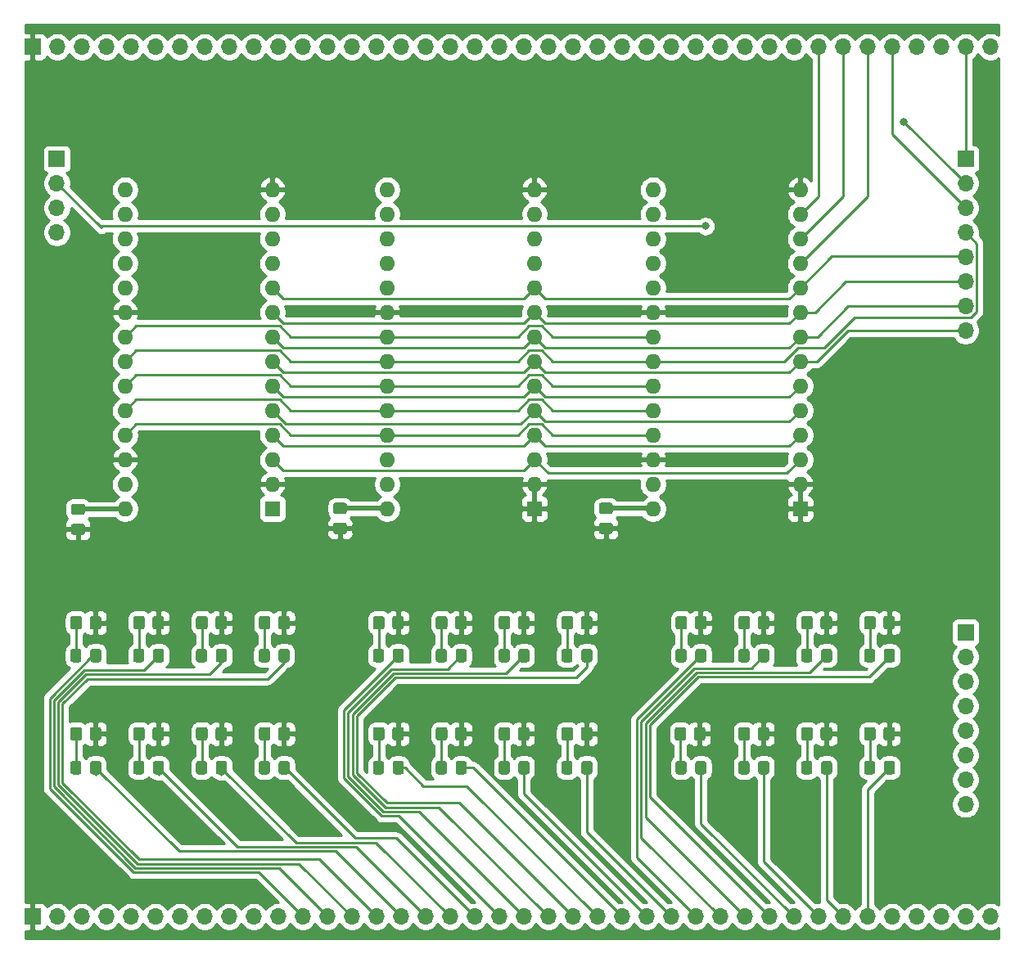
<source format=gtl>
G04 #@! TF.GenerationSoftware,KiCad,Pcbnew,(5.1.9)-1*
G04 #@! TF.CreationDate,2021-10-24T09:52:52-04:00*
G04 #@! TF.ProjectId,microcode,6d696372-6f63-46f6-9465-2e6b69636164,1.0*
G04 #@! TF.SameCoordinates,Original*
G04 #@! TF.FileFunction,Copper,L1,Top*
G04 #@! TF.FilePolarity,Positive*
%FSLAX46Y46*%
G04 Gerber Fmt 4.6, Leading zero omitted, Abs format (unit mm)*
G04 Created by KiCad (PCBNEW (5.1.9)-1) date 2021-10-24 09:52:52*
%MOMM*%
%LPD*%
G01*
G04 APERTURE LIST*
G04 #@! TA.AperFunction,ComponentPad*
%ADD10O,1.700000X1.700000*%
G04 #@! TD*
G04 #@! TA.AperFunction,ComponentPad*
%ADD11R,1.700000X1.700000*%
G04 #@! TD*
G04 #@! TA.AperFunction,ComponentPad*
%ADD12O,1.600000X1.600000*%
G04 #@! TD*
G04 #@! TA.AperFunction,ComponentPad*
%ADD13R,1.600000X1.600000*%
G04 #@! TD*
G04 #@! TA.AperFunction,ViaPad*
%ADD14C,0.800000*%
G04 #@! TD*
G04 #@! TA.AperFunction,Conductor*
%ADD15C,0.500000*%
G04 #@! TD*
G04 #@! TA.AperFunction,Conductor*
%ADD16C,0.250000*%
G04 #@! TD*
G04 #@! TA.AperFunction,Conductor*
%ADD17C,0.254000*%
G04 #@! TD*
G04 #@! TA.AperFunction,Conductor*
%ADD18C,0.100000*%
G04 #@! TD*
G04 APERTURE END LIST*
D10*
X88900000Y-65220000D03*
X88900000Y-62680000D03*
X88900000Y-60140000D03*
D11*
X88900000Y-57600000D03*
D10*
X182900000Y-124380000D03*
X182900000Y-121840000D03*
X182900000Y-119300000D03*
X182900000Y-116760000D03*
X182900000Y-114220000D03*
X182900000Y-111680000D03*
X182900000Y-109140000D03*
D11*
X182900000Y-106600000D03*
D10*
X182900000Y-75380000D03*
X182900000Y-72840000D03*
X182900000Y-70300000D03*
X182900000Y-67760000D03*
X182900000Y-65220000D03*
X182900000Y-62680000D03*
X182900000Y-60140000D03*
D11*
X182900000Y-57600000D03*
G04 #@! TA.AperFunction,SMDPad,CuDef*
G36*
G01*
X174400000Y-117550001D02*
X174400000Y-116649999D01*
G75*
G02*
X174649999Y-116400000I249999J0D01*
G01*
X175350001Y-116400000D01*
G75*
G02*
X175600000Y-116649999I0J-249999D01*
G01*
X175600000Y-117550001D01*
G75*
G02*
X175350001Y-117800000I-249999J0D01*
G01*
X174649999Y-117800000D01*
G75*
G02*
X174400000Y-117550001I0J249999D01*
G01*
G37*
G04 #@! TD.AperFunction*
G04 #@! TA.AperFunction,SMDPad,CuDef*
G36*
G01*
X172400000Y-117550001D02*
X172400000Y-116649999D01*
G75*
G02*
X172649999Y-116400000I249999J0D01*
G01*
X173350001Y-116400000D01*
G75*
G02*
X173600000Y-116649999I0J-249999D01*
G01*
X173600000Y-117550001D01*
G75*
G02*
X173350001Y-117800000I-249999J0D01*
G01*
X172649999Y-117800000D01*
G75*
G02*
X172400000Y-117550001I0J249999D01*
G01*
G37*
G04 #@! TD.AperFunction*
G04 #@! TA.AperFunction,SMDPad,CuDef*
G36*
G01*
X167900000Y-117550001D02*
X167900000Y-116649999D01*
G75*
G02*
X168149999Y-116400000I249999J0D01*
G01*
X168850001Y-116400000D01*
G75*
G02*
X169100000Y-116649999I0J-249999D01*
G01*
X169100000Y-117550001D01*
G75*
G02*
X168850001Y-117800000I-249999J0D01*
G01*
X168149999Y-117800000D01*
G75*
G02*
X167900000Y-117550001I0J249999D01*
G01*
G37*
G04 #@! TD.AperFunction*
G04 #@! TA.AperFunction,SMDPad,CuDef*
G36*
G01*
X165900000Y-117550001D02*
X165900000Y-116649999D01*
G75*
G02*
X166149999Y-116400000I249999J0D01*
G01*
X166850001Y-116400000D01*
G75*
G02*
X167100000Y-116649999I0J-249999D01*
G01*
X167100000Y-117550001D01*
G75*
G02*
X166850001Y-117800000I-249999J0D01*
G01*
X166149999Y-117800000D01*
G75*
G02*
X165900000Y-117550001I0J249999D01*
G01*
G37*
G04 #@! TD.AperFunction*
G04 #@! TA.AperFunction,SMDPad,CuDef*
G36*
G01*
X161400000Y-117550001D02*
X161400000Y-116649999D01*
G75*
G02*
X161649999Y-116400000I249999J0D01*
G01*
X162350001Y-116400000D01*
G75*
G02*
X162600000Y-116649999I0J-249999D01*
G01*
X162600000Y-117550001D01*
G75*
G02*
X162350001Y-117800000I-249999J0D01*
G01*
X161649999Y-117800000D01*
G75*
G02*
X161400000Y-117550001I0J249999D01*
G01*
G37*
G04 #@! TD.AperFunction*
G04 #@! TA.AperFunction,SMDPad,CuDef*
G36*
G01*
X159400000Y-117550001D02*
X159400000Y-116649999D01*
G75*
G02*
X159649999Y-116400000I249999J0D01*
G01*
X160350001Y-116400000D01*
G75*
G02*
X160600000Y-116649999I0J-249999D01*
G01*
X160600000Y-117550001D01*
G75*
G02*
X160350001Y-117800000I-249999J0D01*
G01*
X159649999Y-117800000D01*
G75*
G02*
X159400000Y-117550001I0J249999D01*
G01*
G37*
G04 #@! TD.AperFunction*
G04 #@! TA.AperFunction,SMDPad,CuDef*
G36*
G01*
X154800000Y-117550001D02*
X154800000Y-116649999D01*
G75*
G02*
X155049999Y-116400000I249999J0D01*
G01*
X155750001Y-116400000D01*
G75*
G02*
X156000000Y-116649999I0J-249999D01*
G01*
X156000000Y-117550001D01*
G75*
G02*
X155750001Y-117800000I-249999J0D01*
G01*
X155049999Y-117800000D01*
G75*
G02*
X154800000Y-117550001I0J249999D01*
G01*
G37*
G04 #@! TD.AperFunction*
G04 #@! TA.AperFunction,SMDPad,CuDef*
G36*
G01*
X152800000Y-117550001D02*
X152800000Y-116649999D01*
G75*
G02*
X153049999Y-116400000I249999J0D01*
G01*
X153750001Y-116400000D01*
G75*
G02*
X154000000Y-116649999I0J-249999D01*
G01*
X154000000Y-117550001D01*
G75*
G02*
X153750001Y-117800000I-249999J0D01*
G01*
X153049999Y-117800000D01*
G75*
G02*
X152800000Y-117550001I0J249999D01*
G01*
G37*
G04 #@! TD.AperFunction*
G04 #@! TA.AperFunction,SMDPad,CuDef*
G36*
G01*
X174400000Y-106050001D02*
X174400000Y-105149999D01*
G75*
G02*
X174649999Y-104900000I249999J0D01*
G01*
X175350001Y-104900000D01*
G75*
G02*
X175600000Y-105149999I0J-249999D01*
G01*
X175600000Y-106050001D01*
G75*
G02*
X175350001Y-106300000I-249999J0D01*
G01*
X174649999Y-106300000D01*
G75*
G02*
X174400000Y-106050001I0J249999D01*
G01*
G37*
G04 #@! TD.AperFunction*
G04 #@! TA.AperFunction,SMDPad,CuDef*
G36*
G01*
X172400000Y-106050001D02*
X172400000Y-105149999D01*
G75*
G02*
X172649999Y-104900000I249999J0D01*
G01*
X173350001Y-104900000D01*
G75*
G02*
X173600000Y-105149999I0J-249999D01*
G01*
X173600000Y-106050001D01*
G75*
G02*
X173350001Y-106300000I-249999J0D01*
G01*
X172649999Y-106300000D01*
G75*
G02*
X172400000Y-106050001I0J249999D01*
G01*
G37*
G04 #@! TD.AperFunction*
G04 #@! TA.AperFunction,SMDPad,CuDef*
G36*
G01*
X167900000Y-106050001D02*
X167900000Y-105149999D01*
G75*
G02*
X168149999Y-104900000I249999J0D01*
G01*
X168850001Y-104900000D01*
G75*
G02*
X169100000Y-105149999I0J-249999D01*
G01*
X169100000Y-106050001D01*
G75*
G02*
X168850001Y-106300000I-249999J0D01*
G01*
X168149999Y-106300000D01*
G75*
G02*
X167900000Y-106050001I0J249999D01*
G01*
G37*
G04 #@! TD.AperFunction*
G04 #@! TA.AperFunction,SMDPad,CuDef*
G36*
G01*
X165900000Y-106050001D02*
X165900000Y-105149999D01*
G75*
G02*
X166149999Y-104900000I249999J0D01*
G01*
X166850001Y-104900000D01*
G75*
G02*
X167100000Y-105149999I0J-249999D01*
G01*
X167100000Y-106050001D01*
G75*
G02*
X166850001Y-106300000I-249999J0D01*
G01*
X166149999Y-106300000D01*
G75*
G02*
X165900000Y-106050001I0J249999D01*
G01*
G37*
G04 #@! TD.AperFunction*
G04 #@! TA.AperFunction,SMDPad,CuDef*
G36*
G01*
X161400000Y-106050001D02*
X161400000Y-105149999D01*
G75*
G02*
X161649999Y-104900000I249999J0D01*
G01*
X162350001Y-104900000D01*
G75*
G02*
X162600000Y-105149999I0J-249999D01*
G01*
X162600000Y-106050001D01*
G75*
G02*
X162350001Y-106300000I-249999J0D01*
G01*
X161649999Y-106300000D01*
G75*
G02*
X161400000Y-106050001I0J249999D01*
G01*
G37*
G04 #@! TD.AperFunction*
G04 #@! TA.AperFunction,SMDPad,CuDef*
G36*
G01*
X159400000Y-106050001D02*
X159400000Y-105149999D01*
G75*
G02*
X159649999Y-104900000I249999J0D01*
G01*
X160350001Y-104900000D01*
G75*
G02*
X160600000Y-105149999I0J-249999D01*
G01*
X160600000Y-106050001D01*
G75*
G02*
X160350001Y-106300000I-249999J0D01*
G01*
X159649999Y-106300000D01*
G75*
G02*
X159400000Y-106050001I0J249999D01*
G01*
G37*
G04 #@! TD.AperFunction*
G04 #@! TA.AperFunction,SMDPad,CuDef*
G36*
G01*
X154900000Y-106050001D02*
X154900000Y-105149999D01*
G75*
G02*
X155149999Y-104900000I249999J0D01*
G01*
X155850001Y-104900000D01*
G75*
G02*
X156100000Y-105149999I0J-249999D01*
G01*
X156100000Y-106050001D01*
G75*
G02*
X155850001Y-106300000I-249999J0D01*
G01*
X155149999Y-106300000D01*
G75*
G02*
X154900000Y-106050001I0J249999D01*
G01*
G37*
G04 #@! TD.AperFunction*
G04 #@! TA.AperFunction,SMDPad,CuDef*
G36*
G01*
X152900000Y-106050001D02*
X152900000Y-105149999D01*
G75*
G02*
X153149999Y-104900000I249999J0D01*
G01*
X153850001Y-104900000D01*
G75*
G02*
X154100000Y-105149999I0J-249999D01*
G01*
X154100000Y-106050001D01*
G75*
G02*
X153850001Y-106300000I-249999J0D01*
G01*
X153149999Y-106300000D01*
G75*
G02*
X152900000Y-106050001I0J249999D01*
G01*
G37*
G04 #@! TD.AperFunction*
G04 #@! TA.AperFunction,SMDPad,CuDef*
G36*
G01*
X143100000Y-117550001D02*
X143100000Y-116649999D01*
G75*
G02*
X143349999Y-116400000I249999J0D01*
G01*
X144050001Y-116400000D01*
G75*
G02*
X144300000Y-116649999I0J-249999D01*
G01*
X144300000Y-117550001D01*
G75*
G02*
X144050001Y-117800000I-249999J0D01*
G01*
X143349999Y-117800000D01*
G75*
G02*
X143100000Y-117550001I0J249999D01*
G01*
G37*
G04 #@! TD.AperFunction*
G04 #@! TA.AperFunction,SMDPad,CuDef*
G36*
G01*
X141100000Y-117550001D02*
X141100000Y-116649999D01*
G75*
G02*
X141349999Y-116400000I249999J0D01*
G01*
X142050001Y-116400000D01*
G75*
G02*
X142300000Y-116649999I0J-249999D01*
G01*
X142300000Y-117550001D01*
G75*
G02*
X142050001Y-117800000I-249999J0D01*
G01*
X141349999Y-117800000D01*
G75*
G02*
X141100000Y-117550001I0J249999D01*
G01*
G37*
G04 #@! TD.AperFunction*
G04 #@! TA.AperFunction,SMDPad,CuDef*
G36*
G01*
X136600000Y-117550001D02*
X136600000Y-116649999D01*
G75*
G02*
X136849999Y-116400000I249999J0D01*
G01*
X137550001Y-116400000D01*
G75*
G02*
X137800000Y-116649999I0J-249999D01*
G01*
X137800000Y-117550001D01*
G75*
G02*
X137550001Y-117800000I-249999J0D01*
G01*
X136849999Y-117800000D01*
G75*
G02*
X136600000Y-117550001I0J249999D01*
G01*
G37*
G04 #@! TD.AperFunction*
G04 #@! TA.AperFunction,SMDPad,CuDef*
G36*
G01*
X134600000Y-117550001D02*
X134600000Y-116649999D01*
G75*
G02*
X134849999Y-116400000I249999J0D01*
G01*
X135550001Y-116400000D01*
G75*
G02*
X135800000Y-116649999I0J-249999D01*
G01*
X135800000Y-117550001D01*
G75*
G02*
X135550001Y-117800000I-249999J0D01*
G01*
X134849999Y-117800000D01*
G75*
G02*
X134600000Y-117550001I0J249999D01*
G01*
G37*
G04 #@! TD.AperFunction*
G04 #@! TA.AperFunction,SMDPad,CuDef*
G36*
G01*
X130100000Y-117550001D02*
X130100000Y-116649999D01*
G75*
G02*
X130349999Y-116400000I249999J0D01*
G01*
X131050001Y-116400000D01*
G75*
G02*
X131300000Y-116649999I0J-249999D01*
G01*
X131300000Y-117550001D01*
G75*
G02*
X131050001Y-117800000I-249999J0D01*
G01*
X130349999Y-117800000D01*
G75*
G02*
X130100000Y-117550001I0J249999D01*
G01*
G37*
G04 #@! TD.AperFunction*
G04 #@! TA.AperFunction,SMDPad,CuDef*
G36*
G01*
X128100000Y-117550001D02*
X128100000Y-116649999D01*
G75*
G02*
X128349999Y-116400000I249999J0D01*
G01*
X129050001Y-116400000D01*
G75*
G02*
X129300000Y-116649999I0J-249999D01*
G01*
X129300000Y-117550001D01*
G75*
G02*
X129050001Y-117800000I-249999J0D01*
G01*
X128349999Y-117800000D01*
G75*
G02*
X128100000Y-117550001I0J249999D01*
G01*
G37*
G04 #@! TD.AperFunction*
G04 #@! TA.AperFunction,SMDPad,CuDef*
G36*
G01*
X123600000Y-117550001D02*
X123600000Y-116649999D01*
G75*
G02*
X123849999Y-116400000I249999J0D01*
G01*
X124550001Y-116400000D01*
G75*
G02*
X124800000Y-116649999I0J-249999D01*
G01*
X124800000Y-117550001D01*
G75*
G02*
X124550001Y-117800000I-249999J0D01*
G01*
X123849999Y-117800000D01*
G75*
G02*
X123600000Y-117550001I0J249999D01*
G01*
G37*
G04 #@! TD.AperFunction*
G04 #@! TA.AperFunction,SMDPad,CuDef*
G36*
G01*
X121600000Y-117550001D02*
X121600000Y-116649999D01*
G75*
G02*
X121849999Y-116400000I249999J0D01*
G01*
X122550001Y-116400000D01*
G75*
G02*
X122800000Y-116649999I0J-249999D01*
G01*
X122800000Y-117550001D01*
G75*
G02*
X122550001Y-117800000I-249999J0D01*
G01*
X121849999Y-117800000D01*
G75*
G02*
X121600000Y-117550001I0J249999D01*
G01*
G37*
G04 #@! TD.AperFunction*
G04 #@! TA.AperFunction,SMDPad,CuDef*
G36*
G01*
X143100000Y-106050001D02*
X143100000Y-105149999D01*
G75*
G02*
X143349999Y-104900000I249999J0D01*
G01*
X144050001Y-104900000D01*
G75*
G02*
X144300000Y-105149999I0J-249999D01*
G01*
X144300000Y-106050001D01*
G75*
G02*
X144050001Y-106300000I-249999J0D01*
G01*
X143349999Y-106300000D01*
G75*
G02*
X143100000Y-106050001I0J249999D01*
G01*
G37*
G04 #@! TD.AperFunction*
G04 #@! TA.AperFunction,SMDPad,CuDef*
G36*
G01*
X141100000Y-106050001D02*
X141100000Y-105149999D01*
G75*
G02*
X141349999Y-104900000I249999J0D01*
G01*
X142050001Y-104900000D01*
G75*
G02*
X142300000Y-105149999I0J-249999D01*
G01*
X142300000Y-106050001D01*
G75*
G02*
X142050001Y-106300000I-249999J0D01*
G01*
X141349999Y-106300000D01*
G75*
G02*
X141100000Y-106050001I0J249999D01*
G01*
G37*
G04 #@! TD.AperFunction*
G04 #@! TA.AperFunction,SMDPad,CuDef*
G36*
G01*
X136600000Y-106050001D02*
X136600000Y-105149999D01*
G75*
G02*
X136849999Y-104900000I249999J0D01*
G01*
X137550001Y-104900000D01*
G75*
G02*
X137800000Y-105149999I0J-249999D01*
G01*
X137800000Y-106050001D01*
G75*
G02*
X137550001Y-106300000I-249999J0D01*
G01*
X136849999Y-106300000D01*
G75*
G02*
X136600000Y-106050001I0J249999D01*
G01*
G37*
G04 #@! TD.AperFunction*
G04 #@! TA.AperFunction,SMDPad,CuDef*
G36*
G01*
X134600000Y-106050001D02*
X134600000Y-105149999D01*
G75*
G02*
X134849999Y-104900000I249999J0D01*
G01*
X135550001Y-104900000D01*
G75*
G02*
X135800000Y-105149999I0J-249999D01*
G01*
X135800000Y-106050001D01*
G75*
G02*
X135550001Y-106300000I-249999J0D01*
G01*
X134849999Y-106300000D01*
G75*
G02*
X134600000Y-106050001I0J249999D01*
G01*
G37*
G04 #@! TD.AperFunction*
G04 #@! TA.AperFunction,SMDPad,CuDef*
G36*
G01*
X130100000Y-106050001D02*
X130100000Y-105149999D01*
G75*
G02*
X130349999Y-104900000I249999J0D01*
G01*
X131050001Y-104900000D01*
G75*
G02*
X131300000Y-105149999I0J-249999D01*
G01*
X131300000Y-106050001D01*
G75*
G02*
X131050001Y-106300000I-249999J0D01*
G01*
X130349999Y-106300000D01*
G75*
G02*
X130100000Y-106050001I0J249999D01*
G01*
G37*
G04 #@! TD.AperFunction*
G04 #@! TA.AperFunction,SMDPad,CuDef*
G36*
G01*
X128100000Y-106050001D02*
X128100000Y-105149999D01*
G75*
G02*
X128349999Y-104900000I249999J0D01*
G01*
X129050001Y-104900000D01*
G75*
G02*
X129300000Y-105149999I0J-249999D01*
G01*
X129300000Y-106050001D01*
G75*
G02*
X129050001Y-106300000I-249999J0D01*
G01*
X128349999Y-106300000D01*
G75*
G02*
X128100000Y-106050001I0J249999D01*
G01*
G37*
G04 #@! TD.AperFunction*
G04 #@! TA.AperFunction,SMDPad,CuDef*
G36*
G01*
X123600000Y-106050001D02*
X123600000Y-105149999D01*
G75*
G02*
X123849999Y-104900000I249999J0D01*
G01*
X124550001Y-104900000D01*
G75*
G02*
X124800000Y-105149999I0J-249999D01*
G01*
X124800000Y-106050001D01*
G75*
G02*
X124550001Y-106300000I-249999J0D01*
G01*
X123849999Y-106300000D01*
G75*
G02*
X123600000Y-106050001I0J249999D01*
G01*
G37*
G04 #@! TD.AperFunction*
G04 #@! TA.AperFunction,SMDPad,CuDef*
G36*
G01*
X121600000Y-106050001D02*
X121600000Y-105149999D01*
G75*
G02*
X121849999Y-104900000I249999J0D01*
G01*
X122550001Y-104900000D01*
G75*
G02*
X122800000Y-105149999I0J-249999D01*
G01*
X122800000Y-106050001D01*
G75*
G02*
X122550001Y-106300000I-249999J0D01*
G01*
X121849999Y-106300000D01*
G75*
G02*
X121600000Y-106050001I0J249999D01*
G01*
G37*
G04 #@! TD.AperFunction*
G04 #@! TA.AperFunction,SMDPad,CuDef*
G36*
G01*
X111800000Y-117550001D02*
X111800000Y-116649999D01*
G75*
G02*
X112049999Y-116400000I249999J0D01*
G01*
X112750001Y-116400000D01*
G75*
G02*
X113000000Y-116649999I0J-249999D01*
G01*
X113000000Y-117550001D01*
G75*
G02*
X112750001Y-117800000I-249999J0D01*
G01*
X112049999Y-117800000D01*
G75*
G02*
X111800000Y-117550001I0J249999D01*
G01*
G37*
G04 #@! TD.AperFunction*
G04 #@! TA.AperFunction,SMDPad,CuDef*
G36*
G01*
X109800000Y-117550001D02*
X109800000Y-116649999D01*
G75*
G02*
X110049999Y-116400000I249999J0D01*
G01*
X110750001Y-116400000D01*
G75*
G02*
X111000000Y-116649999I0J-249999D01*
G01*
X111000000Y-117550001D01*
G75*
G02*
X110750001Y-117800000I-249999J0D01*
G01*
X110049999Y-117800000D01*
G75*
G02*
X109800000Y-117550001I0J249999D01*
G01*
G37*
G04 #@! TD.AperFunction*
G04 #@! TA.AperFunction,SMDPad,CuDef*
G36*
G01*
X105300000Y-117550001D02*
X105300000Y-116649999D01*
G75*
G02*
X105549999Y-116400000I249999J0D01*
G01*
X106250001Y-116400000D01*
G75*
G02*
X106500000Y-116649999I0J-249999D01*
G01*
X106500000Y-117550001D01*
G75*
G02*
X106250001Y-117800000I-249999J0D01*
G01*
X105549999Y-117800000D01*
G75*
G02*
X105300000Y-117550001I0J249999D01*
G01*
G37*
G04 #@! TD.AperFunction*
G04 #@! TA.AperFunction,SMDPad,CuDef*
G36*
G01*
X103300000Y-117550001D02*
X103300000Y-116649999D01*
G75*
G02*
X103549999Y-116400000I249999J0D01*
G01*
X104250001Y-116400000D01*
G75*
G02*
X104500000Y-116649999I0J-249999D01*
G01*
X104500000Y-117550001D01*
G75*
G02*
X104250001Y-117800000I-249999J0D01*
G01*
X103549999Y-117800000D01*
G75*
G02*
X103300000Y-117550001I0J249999D01*
G01*
G37*
G04 #@! TD.AperFunction*
G04 #@! TA.AperFunction,SMDPad,CuDef*
G36*
G01*
X98800000Y-117550001D02*
X98800000Y-116649999D01*
G75*
G02*
X99049999Y-116400000I249999J0D01*
G01*
X99750001Y-116400000D01*
G75*
G02*
X100000000Y-116649999I0J-249999D01*
G01*
X100000000Y-117550001D01*
G75*
G02*
X99750001Y-117800000I-249999J0D01*
G01*
X99049999Y-117800000D01*
G75*
G02*
X98800000Y-117550001I0J249999D01*
G01*
G37*
G04 #@! TD.AperFunction*
G04 #@! TA.AperFunction,SMDPad,CuDef*
G36*
G01*
X96800000Y-117550001D02*
X96800000Y-116649999D01*
G75*
G02*
X97049999Y-116400000I249999J0D01*
G01*
X97750001Y-116400000D01*
G75*
G02*
X98000000Y-116649999I0J-249999D01*
G01*
X98000000Y-117550001D01*
G75*
G02*
X97750001Y-117800000I-249999J0D01*
G01*
X97049999Y-117800000D01*
G75*
G02*
X96800000Y-117550001I0J249999D01*
G01*
G37*
G04 #@! TD.AperFunction*
G04 #@! TA.AperFunction,SMDPad,CuDef*
G36*
G01*
X92300000Y-117550001D02*
X92300000Y-116649999D01*
G75*
G02*
X92549999Y-116400000I249999J0D01*
G01*
X93250001Y-116400000D01*
G75*
G02*
X93500000Y-116649999I0J-249999D01*
G01*
X93500000Y-117550001D01*
G75*
G02*
X93250001Y-117800000I-249999J0D01*
G01*
X92549999Y-117800000D01*
G75*
G02*
X92300000Y-117550001I0J249999D01*
G01*
G37*
G04 #@! TD.AperFunction*
G04 #@! TA.AperFunction,SMDPad,CuDef*
G36*
G01*
X90300000Y-117550001D02*
X90300000Y-116649999D01*
G75*
G02*
X90549999Y-116400000I249999J0D01*
G01*
X91250001Y-116400000D01*
G75*
G02*
X91500000Y-116649999I0J-249999D01*
G01*
X91500000Y-117550001D01*
G75*
G02*
X91250001Y-117800000I-249999J0D01*
G01*
X90549999Y-117800000D01*
G75*
G02*
X90300000Y-117550001I0J249999D01*
G01*
G37*
G04 #@! TD.AperFunction*
G04 #@! TA.AperFunction,SMDPad,CuDef*
G36*
G01*
X111800000Y-106050001D02*
X111800000Y-105149999D01*
G75*
G02*
X112049999Y-104900000I249999J0D01*
G01*
X112750001Y-104900000D01*
G75*
G02*
X113000000Y-105149999I0J-249999D01*
G01*
X113000000Y-106050001D01*
G75*
G02*
X112750001Y-106300000I-249999J0D01*
G01*
X112049999Y-106300000D01*
G75*
G02*
X111800000Y-106050001I0J249999D01*
G01*
G37*
G04 #@! TD.AperFunction*
G04 #@! TA.AperFunction,SMDPad,CuDef*
G36*
G01*
X109800000Y-106050001D02*
X109800000Y-105149999D01*
G75*
G02*
X110049999Y-104900000I249999J0D01*
G01*
X110750001Y-104900000D01*
G75*
G02*
X111000000Y-105149999I0J-249999D01*
G01*
X111000000Y-106050001D01*
G75*
G02*
X110750001Y-106300000I-249999J0D01*
G01*
X110049999Y-106300000D01*
G75*
G02*
X109800000Y-106050001I0J249999D01*
G01*
G37*
G04 #@! TD.AperFunction*
G04 #@! TA.AperFunction,SMDPad,CuDef*
G36*
G01*
X105300000Y-106050001D02*
X105300000Y-105149999D01*
G75*
G02*
X105549999Y-104900000I249999J0D01*
G01*
X106250001Y-104900000D01*
G75*
G02*
X106500000Y-105149999I0J-249999D01*
G01*
X106500000Y-106050001D01*
G75*
G02*
X106250001Y-106300000I-249999J0D01*
G01*
X105549999Y-106300000D01*
G75*
G02*
X105300000Y-106050001I0J249999D01*
G01*
G37*
G04 #@! TD.AperFunction*
G04 #@! TA.AperFunction,SMDPad,CuDef*
G36*
G01*
X103300000Y-106050001D02*
X103300000Y-105149999D01*
G75*
G02*
X103549999Y-104900000I249999J0D01*
G01*
X104250001Y-104900000D01*
G75*
G02*
X104500000Y-105149999I0J-249999D01*
G01*
X104500000Y-106050001D01*
G75*
G02*
X104250001Y-106300000I-249999J0D01*
G01*
X103549999Y-106300000D01*
G75*
G02*
X103300000Y-106050001I0J249999D01*
G01*
G37*
G04 #@! TD.AperFunction*
G04 #@! TA.AperFunction,SMDPad,CuDef*
G36*
G01*
X98800000Y-106050001D02*
X98800000Y-105149999D01*
G75*
G02*
X99049999Y-104900000I249999J0D01*
G01*
X99750001Y-104900000D01*
G75*
G02*
X100000000Y-105149999I0J-249999D01*
G01*
X100000000Y-106050001D01*
G75*
G02*
X99750001Y-106300000I-249999J0D01*
G01*
X99049999Y-106300000D01*
G75*
G02*
X98800000Y-106050001I0J249999D01*
G01*
G37*
G04 #@! TD.AperFunction*
G04 #@! TA.AperFunction,SMDPad,CuDef*
G36*
G01*
X96800000Y-106050001D02*
X96800000Y-105149999D01*
G75*
G02*
X97049999Y-104900000I249999J0D01*
G01*
X97750001Y-104900000D01*
G75*
G02*
X98000000Y-105149999I0J-249999D01*
G01*
X98000000Y-106050001D01*
G75*
G02*
X97750001Y-106300000I-249999J0D01*
G01*
X97049999Y-106300000D01*
G75*
G02*
X96800000Y-106050001I0J249999D01*
G01*
G37*
G04 #@! TD.AperFunction*
G04 #@! TA.AperFunction,SMDPad,CuDef*
G36*
G01*
X92300000Y-106050001D02*
X92300000Y-105149999D01*
G75*
G02*
X92549999Y-104900000I249999J0D01*
G01*
X93250001Y-104900000D01*
G75*
G02*
X93500000Y-105149999I0J-249999D01*
G01*
X93500000Y-106050001D01*
G75*
G02*
X93250001Y-106300000I-249999J0D01*
G01*
X92549999Y-106300000D01*
G75*
G02*
X92300000Y-106050001I0J249999D01*
G01*
G37*
G04 #@! TD.AperFunction*
G04 #@! TA.AperFunction,SMDPad,CuDef*
G36*
G01*
X90300000Y-106050001D02*
X90300000Y-105149999D01*
G75*
G02*
X90549999Y-104900000I249999J0D01*
G01*
X91250001Y-104900000D01*
G75*
G02*
X91500000Y-105149999I0J-249999D01*
G01*
X91500000Y-106050001D01*
G75*
G02*
X91250001Y-106300000I-249999J0D01*
G01*
X90549999Y-106300000D01*
G75*
G02*
X90300000Y-106050001I0J249999D01*
G01*
G37*
G04 #@! TD.AperFunction*
G04 #@! TA.AperFunction,SMDPad,CuDef*
G36*
G01*
X174450000Y-121050001D02*
X174450000Y-120149999D01*
G75*
G02*
X174699999Y-119900000I249999J0D01*
G01*
X175350001Y-119900000D01*
G75*
G02*
X175600000Y-120149999I0J-249999D01*
G01*
X175600000Y-121050001D01*
G75*
G02*
X175350001Y-121300000I-249999J0D01*
G01*
X174699999Y-121300000D01*
G75*
G02*
X174450000Y-121050001I0J249999D01*
G01*
G37*
G04 #@! TD.AperFunction*
G04 #@! TA.AperFunction,SMDPad,CuDef*
G36*
G01*
X172400000Y-121050001D02*
X172400000Y-120149999D01*
G75*
G02*
X172649999Y-119900000I249999J0D01*
G01*
X173300001Y-119900000D01*
G75*
G02*
X173550000Y-120149999I0J-249999D01*
G01*
X173550000Y-121050001D01*
G75*
G02*
X173300001Y-121300000I-249999J0D01*
G01*
X172649999Y-121300000D01*
G75*
G02*
X172400000Y-121050001I0J249999D01*
G01*
G37*
G04 #@! TD.AperFunction*
G04 #@! TA.AperFunction,SMDPad,CuDef*
G36*
G01*
X167950000Y-121050001D02*
X167950000Y-120149999D01*
G75*
G02*
X168199999Y-119900000I249999J0D01*
G01*
X168850001Y-119900000D01*
G75*
G02*
X169100000Y-120149999I0J-249999D01*
G01*
X169100000Y-121050001D01*
G75*
G02*
X168850001Y-121300000I-249999J0D01*
G01*
X168199999Y-121300000D01*
G75*
G02*
X167950000Y-121050001I0J249999D01*
G01*
G37*
G04 #@! TD.AperFunction*
G04 #@! TA.AperFunction,SMDPad,CuDef*
G36*
G01*
X165900000Y-121050001D02*
X165900000Y-120149999D01*
G75*
G02*
X166149999Y-119900000I249999J0D01*
G01*
X166800001Y-119900000D01*
G75*
G02*
X167050000Y-120149999I0J-249999D01*
G01*
X167050000Y-121050001D01*
G75*
G02*
X166800001Y-121300000I-249999J0D01*
G01*
X166149999Y-121300000D01*
G75*
G02*
X165900000Y-121050001I0J249999D01*
G01*
G37*
G04 #@! TD.AperFunction*
G04 #@! TA.AperFunction,SMDPad,CuDef*
G36*
G01*
X161450000Y-121050001D02*
X161450000Y-120149999D01*
G75*
G02*
X161699999Y-119900000I249999J0D01*
G01*
X162350001Y-119900000D01*
G75*
G02*
X162600000Y-120149999I0J-249999D01*
G01*
X162600000Y-121050001D01*
G75*
G02*
X162350001Y-121300000I-249999J0D01*
G01*
X161699999Y-121300000D01*
G75*
G02*
X161450000Y-121050001I0J249999D01*
G01*
G37*
G04 #@! TD.AperFunction*
G04 #@! TA.AperFunction,SMDPad,CuDef*
G36*
G01*
X159400000Y-121050001D02*
X159400000Y-120149999D01*
G75*
G02*
X159649999Y-119900000I249999J0D01*
G01*
X160300001Y-119900000D01*
G75*
G02*
X160550000Y-120149999I0J-249999D01*
G01*
X160550000Y-121050001D01*
G75*
G02*
X160300001Y-121300000I-249999J0D01*
G01*
X159649999Y-121300000D01*
G75*
G02*
X159400000Y-121050001I0J249999D01*
G01*
G37*
G04 #@! TD.AperFunction*
G04 #@! TA.AperFunction,SMDPad,CuDef*
G36*
G01*
X154950000Y-121050001D02*
X154950000Y-120149999D01*
G75*
G02*
X155199999Y-119900000I249999J0D01*
G01*
X155850001Y-119900000D01*
G75*
G02*
X156100000Y-120149999I0J-249999D01*
G01*
X156100000Y-121050001D01*
G75*
G02*
X155850001Y-121300000I-249999J0D01*
G01*
X155199999Y-121300000D01*
G75*
G02*
X154950000Y-121050001I0J249999D01*
G01*
G37*
G04 #@! TD.AperFunction*
G04 #@! TA.AperFunction,SMDPad,CuDef*
G36*
G01*
X152900000Y-121050001D02*
X152900000Y-120149999D01*
G75*
G02*
X153149999Y-119900000I249999J0D01*
G01*
X153800001Y-119900000D01*
G75*
G02*
X154050000Y-120149999I0J-249999D01*
G01*
X154050000Y-121050001D01*
G75*
G02*
X153800001Y-121300000I-249999J0D01*
G01*
X153149999Y-121300000D01*
G75*
G02*
X152900000Y-121050001I0J249999D01*
G01*
G37*
G04 #@! TD.AperFunction*
G04 #@! TA.AperFunction,SMDPad,CuDef*
G36*
G01*
X174450000Y-109450001D02*
X174450000Y-108549999D01*
G75*
G02*
X174699999Y-108300000I249999J0D01*
G01*
X175350001Y-108300000D01*
G75*
G02*
X175600000Y-108549999I0J-249999D01*
G01*
X175600000Y-109450001D01*
G75*
G02*
X175350001Y-109700000I-249999J0D01*
G01*
X174699999Y-109700000D01*
G75*
G02*
X174450000Y-109450001I0J249999D01*
G01*
G37*
G04 #@! TD.AperFunction*
G04 #@! TA.AperFunction,SMDPad,CuDef*
G36*
G01*
X172400000Y-109450001D02*
X172400000Y-108549999D01*
G75*
G02*
X172649999Y-108300000I249999J0D01*
G01*
X173300001Y-108300000D01*
G75*
G02*
X173550000Y-108549999I0J-249999D01*
G01*
X173550000Y-109450001D01*
G75*
G02*
X173300001Y-109700000I-249999J0D01*
G01*
X172649999Y-109700000D01*
G75*
G02*
X172400000Y-109450001I0J249999D01*
G01*
G37*
G04 #@! TD.AperFunction*
G04 #@! TA.AperFunction,SMDPad,CuDef*
G36*
G01*
X167950000Y-109450001D02*
X167950000Y-108549999D01*
G75*
G02*
X168199999Y-108300000I249999J0D01*
G01*
X168850001Y-108300000D01*
G75*
G02*
X169100000Y-108549999I0J-249999D01*
G01*
X169100000Y-109450001D01*
G75*
G02*
X168850001Y-109700000I-249999J0D01*
G01*
X168199999Y-109700000D01*
G75*
G02*
X167950000Y-109450001I0J249999D01*
G01*
G37*
G04 #@! TD.AperFunction*
G04 #@! TA.AperFunction,SMDPad,CuDef*
G36*
G01*
X165900000Y-109450001D02*
X165900000Y-108549999D01*
G75*
G02*
X166149999Y-108300000I249999J0D01*
G01*
X166800001Y-108300000D01*
G75*
G02*
X167050000Y-108549999I0J-249999D01*
G01*
X167050000Y-109450001D01*
G75*
G02*
X166800001Y-109700000I-249999J0D01*
G01*
X166149999Y-109700000D01*
G75*
G02*
X165900000Y-109450001I0J249999D01*
G01*
G37*
G04 #@! TD.AperFunction*
G04 #@! TA.AperFunction,SMDPad,CuDef*
G36*
G01*
X161450000Y-109450001D02*
X161450000Y-108549999D01*
G75*
G02*
X161699999Y-108300000I249999J0D01*
G01*
X162350001Y-108300000D01*
G75*
G02*
X162600000Y-108549999I0J-249999D01*
G01*
X162600000Y-109450001D01*
G75*
G02*
X162350001Y-109700000I-249999J0D01*
G01*
X161699999Y-109700000D01*
G75*
G02*
X161450000Y-109450001I0J249999D01*
G01*
G37*
G04 #@! TD.AperFunction*
G04 #@! TA.AperFunction,SMDPad,CuDef*
G36*
G01*
X159400000Y-109450001D02*
X159400000Y-108549999D01*
G75*
G02*
X159649999Y-108300000I249999J0D01*
G01*
X160300001Y-108300000D01*
G75*
G02*
X160550000Y-108549999I0J-249999D01*
G01*
X160550000Y-109450001D01*
G75*
G02*
X160300001Y-109700000I-249999J0D01*
G01*
X159649999Y-109700000D01*
G75*
G02*
X159400000Y-109450001I0J249999D01*
G01*
G37*
G04 #@! TD.AperFunction*
G04 #@! TA.AperFunction,SMDPad,CuDef*
G36*
G01*
X154950000Y-109450001D02*
X154950000Y-108549999D01*
G75*
G02*
X155199999Y-108300000I249999J0D01*
G01*
X155850001Y-108300000D01*
G75*
G02*
X156100000Y-108549999I0J-249999D01*
G01*
X156100000Y-109450001D01*
G75*
G02*
X155850001Y-109700000I-249999J0D01*
G01*
X155199999Y-109700000D01*
G75*
G02*
X154950000Y-109450001I0J249999D01*
G01*
G37*
G04 #@! TD.AperFunction*
G04 #@! TA.AperFunction,SMDPad,CuDef*
G36*
G01*
X152900000Y-109450001D02*
X152900000Y-108549999D01*
G75*
G02*
X153149999Y-108300000I249999J0D01*
G01*
X153800001Y-108300000D01*
G75*
G02*
X154050000Y-108549999I0J-249999D01*
G01*
X154050000Y-109450001D01*
G75*
G02*
X153800001Y-109700000I-249999J0D01*
G01*
X153149999Y-109700000D01*
G75*
G02*
X152900000Y-109450001I0J249999D01*
G01*
G37*
G04 #@! TD.AperFunction*
G04 #@! TA.AperFunction,SMDPad,CuDef*
G36*
G01*
X143150000Y-121050001D02*
X143150000Y-120149999D01*
G75*
G02*
X143399999Y-119900000I249999J0D01*
G01*
X144050001Y-119900000D01*
G75*
G02*
X144300000Y-120149999I0J-249999D01*
G01*
X144300000Y-121050001D01*
G75*
G02*
X144050001Y-121300000I-249999J0D01*
G01*
X143399999Y-121300000D01*
G75*
G02*
X143150000Y-121050001I0J249999D01*
G01*
G37*
G04 #@! TD.AperFunction*
G04 #@! TA.AperFunction,SMDPad,CuDef*
G36*
G01*
X141100000Y-121050001D02*
X141100000Y-120149999D01*
G75*
G02*
X141349999Y-119900000I249999J0D01*
G01*
X142000001Y-119900000D01*
G75*
G02*
X142250000Y-120149999I0J-249999D01*
G01*
X142250000Y-121050001D01*
G75*
G02*
X142000001Y-121300000I-249999J0D01*
G01*
X141349999Y-121300000D01*
G75*
G02*
X141100000Y-121050001I0J249999D01*
G01*
G37*
G04 #@! TD.AperFunction*
G04 #@! TA.AperFunction,SMDPad,CuDef*
G36*
G01*
X136650000Y-121050001D02*
X136650000Y-120149999D01*
G75*
G02*
X136899999Y-119900000I249999J0D01*
G01*
X137550001Y-119900000D01*
G75*
G02*
X137800000Y-120149999I0J-249999D01*
G01*
X137800000Y-121050001D01*
G75*
G02*
X137550001Y-121300000I-249999J0D01*
G01*
X136899999Y-121300000D01*
G75*
G02*
X136650000Y-121050001I0J249999D01*
G01*
G37*
G04 #@! TD.AperFunction*
G04 #@! TA.AperFunction,SMDPad,CuDef*
G36*
G01*
X134600000Y-121050001D02*
X134600000Y-120149999D01*
G75*
G02*
X134849999Y-119900000I249999J0D01*
G01*
X135500001Y-119900000D01*
G75*
G02*
X135750000Y-120149999I0J-249999D01*
G01*
X135750000Y-121050001D01*
G75*
G02*
X135500001Y-121300000I-249999J0D01*
G01*
X134849999Y-121300000D01*
G75*
G02*
X134600000Y-121050001I0J249999D01*
G01*
G37*
G04 #@! TD.AperFunction*
G04 #@! TA.AperFunction,SMDPad,CuDef*
G36*
G01*
X130150000Y-121050001D02*
X130150000Y-120149999D01*
G75*
G02*
X130399999Y-119900000I249999J0D01*
G01*
X131050001Y-119900000D01*
G75*
G02*
X131300000Y-120149999I0J-249999D01*
G01*
X131300000Y-121050001D01*
G75*
G02*
X131050001Y-121300000I-249999J0D01*
G01*
X130399999Y-121300000D01*
G75*
G02*
X130150000Y-121050001I0J249999D01*
G01*
G37*
G04 #@! TD.AperFunction*
G04 #@! TA.AperFunction,SMDPad,CuDef*
G36*
G01*
X128100000Y-121050001D02*
X128100000Y-120149999D01*
G75*
G02*
X128349999Y-119900000I249999J0D01*
G01*
X129000001Y-119900000D01*
G75*
G02*
X129250000Y-120149999I0J-249999D01*
G01*
X129250000Y-121050001D01*
G75*
G02*
X129000001Y-121300000I-249999J0D01*
G01*
X128349999Y-121300000D01*
G75*
G02*
X128100000Y-121050001I0J249999D01*
G01*
G37*
G04 #@! TD.AperFunction*
G04 #@! TA.AperFunction,SMDPad,CuDef*
G36*
G01*
X123650000Y-121050001D02*
X123650000Y-120149999D01*
G75*
G02*
X123899999Y-119900000I249999J0D01*
G01*
X124550001Y-119900000D01*
G75*
G02*
X124800000Y-120149999I0J-249999D01*
G01*
X124800000Y-121050001D01*
G75*
G02*
X124550001Y-121300000I-249999J0D01*
G01*
X123899999Y-121300000D01*
G75*
G02*
X123650000Y-121050001I0J249999D01*
G01*
G37*
G04 #@! TD.AperFunction*
G04 #@! TA.AperFunction,SMDPad,CuDef*
G36*
G01*
X121600000Y-121050001D02*
X121600000Y-120149999D01*
G75*
G02*
X121849999Y-119900000I249999J0D01*
G01*
X122500001Y-119900000D01*
G75*
G02*
X122750000Y-120149999I0J-249999D01*
G01*
X122750000Y-121050001D01*
G75*
G02*
X122500001Y-121300000I-249999J0D01*
G01*
X121849999Y-121300000D01*
G75*
G02*
X121600000Y-121050001I0J249999D01*
G01*
G37*
G04 #@! TD.AperFunction*
G04 #@! TA.AperFunction,SMDPad,CuDef*
G36*
G01*
X143150000Y-109450001D02*
X143150000Y-108549999D01*
G75*
G02*
X143399999Y-108300000I249999J0D01*
G01*
X144050001Y-108300000D01*
G75*
G02*
X144300000Y-108549999I0J-249999D01*
G01*
X144300000Y-109450001D01*
G75*
G02*
X144050001Y-109700000I-249999J0D01*
G01*
X143399999Y-109700000D01*
G75*
G02*
X143150000Y-109450001I0J249999D01*
G01*
G37*
G04 #@! TD.AperFunction*
G04 #@! TA.AperFunction,SMDPad,CuDef*
G36*
G01*
X141100000Y-109450001D02*
X141100000Y-108549999D01*
G75*
G02*
X141349999Y-108300000I249999J0D01*
G01*
X142000001Y-108300000D01*
G75*
G02*
X142250000Y-108549999I0J-249999D01*
G01*
X142250000Y-109450001D01*
G75*
G02*
X142000001Y-109700000I-249999J0D01*
G01*
X141349999Y-109700000D01*
G75*
G02*
X141100000Y-109450001I0J249999D01*
G01*
G37*
G04 #@! TD.AperFunction*
G04 #@! TA.AperFunction,SMDPad,CuDef*
G36*
G01*
X136650000Y-109450001D02*
X136650000Y-108549999D01*
G75*
G02*
X136899999Y-108300000I249999J0D01*
G01*
X137550001Y-108300000D01*
G75*
G02*
X137800000Y-108549999I0J-249999D01*
G01*
X137800000Y-109450001D01*
G75*
G02*
X137550001Y-109700000I-249999J0D01*
G01*
X136899999Y-109700000D01*
G75*
G02*
X136650000Y-109450001I0J249999D01*
G01*
G37*
G04 #@! TD.AperFunction*
G04 #@! TA.AperFunction,SMDPad,CuDef*
G36*
G01*
X134600000Y-109450001D02*
X134600000Y-108549999D01*
G75*
G02*
X134849999Y-108300000I249999J0D01*
G01*
X135500001Y-108300000D01*
G75*
G02*
X135750000Y-108549999I0J-249999D01*
G01*
X135750000Y-109450001D01*
G75*
G02*
X135500001Y-109700000I-249999J0D01*
G01*
X134849999Y-109700000D01*
G75*
G02*
X134600000Y-109450001I0J249999D01*
G01*
G37*
G04 #@! TD.AperFunction*
G04 #@! TA.AperFunction,SMDPad,CuDef*
G36*
G01*
X130150000Y-109450001D02*
X130150000Y-108549999D01*
G75*
G02*
X130399999Y-108300000I249999J0D01*
G01*
X131050001Y-108300000D01*
G75*
G02*
X131300000Y-108549999I0J-249999D01*
G01*
X131300000Y-109450001D01*
G75*
G02*
X131050001Y-109700000I-249999J0D01*
G01*
X130399999Y-109700000D01*
G75*
G02*
X130150000Y-109450001I0J249999D01*
G01*
G37*
G04 #@! TD.AperFunction*
G04 #@! TA.AperFunction,SMDPad,CuDef*
G36*
G01*
X128100000Y-109450001D02*
X128100000Y-108549999D01*
G75*
G02*
X128349999Y-108300000I249999J0D01*
G01*
X129000001Y-108300000D01*
G75*
G02*
X129250000Y-108549999I0J-249999D01*
G01*
X129250000Y-109450001D01*
G75*
G02*
X129000001Y-109700000I-249999J0D01*
G01*
X128349999Y-109700000D01*
G75*
G02*
X128100000Y-109450001I0J249999D01*
G01*
G37*
G04 #@! TD.AperFunction*
G04 #@! TA.AperFunction,SMDPad,CuDef*
G36*
G01*
X123650000Y-109450001D02*
X123650000Y-108549999D01*
G75*
G02*
X123899999Y-108300000I249999J0D01*
G01*
X124550001Y-108300000D01*
G75*
G02*
X124800000Y-108549999I0J-249999D01*
G01*
X124800000Y-109450001D01*
G75*
G02*
X124550001Y-109700000I-249999J0D01*
G01*
X123899999Y-109700000D01*
G75*
G02*
X123650000Y-109450001I0J249999D01*
G01*
G37*
G04 #@! TD.AperFunction*
G04 #@! TA.AperFunction,SMDPad,CuDef*
G36*
G01*
X121600000Y-109450001D02*
X121600000Y-108549999D01*
G75*
G02*
X121849999Y-108300000I249999J0D01*
G01*
X122500001Y-108300000D01*
G75*
G02*
X122750000Y-108549999I0J-249999D01*
G01*
X122750000Y-109450001D01*
G75*
G02*
X122500001Y-109700000I-249999J0D01*
G01*
X121849999Y-109700000D01*
G75*
G02*
X121600000Y-109450001I0J249999D01*
G01*
G37*
G04 #@! TD.AperFunction*
G04 #@! TA.AperFunction,SMDPad,CuDef*
G36*
G01*
X111850000Y-121050001D02*
X111850000Y-120149999D01*
G75*
G02*
X112099999Y-119900000I249999J0D01*
G01*
X112750001Y-119900000D01*
G75*
G02*
X113000000Y-120149999I0J-249999D01*
G01*
X113000000Y-121050001D01*
G75*
G02*
X112750001Y-121300000I-249999J0D01*
G01*
X112099999Y-121300000D01*
G75*
G02*
X111850000Y-121050001I0J249999D01*
G01*
G37*
G04 #@! TD.AperFunction*
G04 #@! TA.AperFunction,SMDPad,CuDef*
G36*
G01*
X109800000Y-121050001D02*
X109800000Y-120149999D01*
G75*
G02*
X110049999Y-119900000I249999J0D01*
G01*
X110700001Y-119900000D01*
G75*
G02*
X110950000Y-120149999I0J-249999D01*
G01*
X110950000Y-121050001D01*
G75*
G02*
X110700001Y-121300000I-249999J0D01*
G01*
X110049999Y-121300000D01*
G75*
G02*
X109800000Y-121050001I0J249999D01*
G01*
G37*
G04 #@! TD.AperFunction*
G04 #@! TA.AperFunction,SMDPad,CuDef*
G36*
G01*
X105350000Y-121050001D02*
X105350000Y-120149999D01*
G75*
G02*
X105599999Y-119900000I249999J0D01*
G01*
X106250001Y-119900000D01*
G75*
G02*
X106500000Y-120149999I0J-249999D01*
G01*
X106500000Y-121050001D01*
G75*
G02*
X106250001Y-121300000I-249999J0D01*
G01*
X105599999Y-121300000D01*
G75*
G02*
X105350000Y-121050001I0J249999D01*
G01*
G37*
G04 #@! TD.AperFunction*
G04 #@! TA.AperFunction,SMDPad,CuDef*
G36*
G01*
X103300000Y-121050001D02*
X103300000Y-120149999D01*
G75*
G02*
X103549999Y-119900000I249999J0D01*
G01*
X104200001Y-119900000D01*
G75*
G02*
X104450000Y-120149999I0J-249999D01*
G01*
X104450000Y-121050001D01*
G75*
G02*
X104200001Y-121300000I-249999J0D01*
G01*
X103549999Y-121300000D01*
G75*
G02*
X103300000Y-121050001I0J249999D01*
G01*
G37*
G04 #@! TD.AperFunction*
G04 #@! TA.AperFunction,SMDPad,CuDef*
G36*
G01*
X98850000Y-121050001D02*
X98850000Y-120149999D01*
G75*
G02*
X99099999Y-119900000I249999J0D01*
G01*
X99750001Y-119900000D01*
G75*
G02*
X100000000Y-120149999I0J-249999D01*
G01*
X100000000Y-121050001D01*
G75*
G02*
X99750001Y-121300000I-249999J0D01*
G01*
X99099999Y-121300000D01*
G75*
G02*
X98850000Y-121050001I0J249999D01*
G01*
G37*
G04 #@! TD.AperFunction*
G04 #@! TA.AperFunction,SMDPad,CuDef*
G36*
G01*
X96800000Y-121050001D02*
X96800000Y-120149999D01*
G75*
G02*
X97049999Y-119900000I249999J0D01*
G01*
X97700001Y-119900000D01*
G75*
G02*
X97950000Y-120149999I0J-249999D01*
G01*
X97950000Y-121050001D01*
G75*
G02*
X97700001Y-121300000I-249999J0D01*
G01*
X97049999Y-121300000D01*
G75*
G02*
X96800000Y-121050001I0J249999D01*
G01*
G37*
G04 #@! TD.AperFunction*
G04 #@! TA.AperFunction,SMDPad,CuDef*
G36*
G01*
X92350000Y-121050001D02*
X92350000Y-120149999D01*
G75*
G02*
X92599999Y-119900000I249999J0D01*
G01*
X93250001Y-119900000D01*
G75*
G02*
X93500000Y-120149999I0J-249999D01*
G01*
X93500000Y-121050001D01*
G75*
G02*
X93250001Y-121300000I-249999J0D01*
G01*
X92599999Y-121300000D01*
G75*
G02*
X92350000Y-121050001I0J249999D01*
G01*
G37*
G04 #@! TD.AperFunction*
G04 #@! TA.AperFunction,SMDPad,CuDef*
G36*
G01*
X90300000Y-121050001D02*
X90300000Y-120149999D01*
G75*
G02*
X90549999Y-119900000I249999J0D01*
G01*
X91200001Y-119900000D01*
G75*
G02*
X91450000Y-120149999I0J-249999D01*
G01*
X91450000Y-121050001D01*
G75*
G02*
X91200001Y-121300000I-249999J0D01*
G01*
X90549999Y-121300000D01*
G75*
G02*
X90300000Y-121050001I0J249999D01*
G01*
G37*
G04 #@! TD.AperFunction*
G04 #@! TA.AperFunction,SMDPad,CuDef*
G36*
G01*
X111825000Y-109450001D02*
X111825000Y-108549999D01*
G75*
G02*
X112074999Y-108300000I249999J0D01*
G01*
X112725001Y-108300000D01*
G75*
G02*
X112975000Y-108549999I0J-249999D01*
G01*
X112975000Y-109450001D01*
G75*
G02*
X112725001Y-109700000I-249999J0D01*
G01*
X112074999Y-109700000D01*
G75*
G02*
X111825000Y-109450001I0J249999D01*
G01*
G37*
G04 #@! TD.AperFunction*
G04 #@! TA.AperFunction,SMDPad,CuDef*
G36*
G01*
X109775000Y-109450001D02*
X109775000Y-108549999D01*
G75*
G02*
X110024999Y-108300000I249999J0D01*
G01*
X110675001Y-108300000D01*
G75*
G02*
X110925000Y-108549999I0J-249999D01*
G01*
X110925000Y-109450001D01*
G75*
G02*
X110675001Y-109700000I-249999J0D01*
G01*
X110024999Y-109700000D01*
G75*
G02*
X109775000Y-109450001I0J249999D01*
G01*
G37*
G04 #@! TD.AperFunction*
G04 #@! TA.AperFunction,SMDPad,CuDef*
G36*
G01*
X105350000Y-109450001D02*
X105350000Y-108549999D01*
G75*
G02*
X105599999Y-108300000I249999J0D01*
G01*
X106250001Y-108300000D01*
G75*
G02*
X106500000Y-108549999I0J-249999D01*
G01*
X106500000Y-109450001D01*
G75*
G02*
X106250001Y-109700000I-249999J0D01*
G01*
X105599999Y-109700000D01*
G75*
G02*
X105350000Y-109450001I0J249999D01*
G01*
G37*
G04 #@! TD.AperFunction*
G04 #@! TA.AperFunction,SMDPad,CuDef*
G36*
G01*
X103300000Y-109450001D02*
X103300000Y-108549999D01*
G75*
G02*
X103549999Y-108300000I249999J0D01*
G01*
X104200001Y-108300000D01*
G75*
G02*
X104450000Y-108549999I0J-249999D01*
G01*
X104450000Y-109450001D01*
G75*
G02*
X104200001Y-109700000I-249999J0D01*
G01*
X103549999Y-109700000D01*
G75*
G02*
X103300000Y-109450001I0J249999D01*
G01*
G37*
G04 #@! TD.AperFunction*
G04 #@! TA.AperFunction,SMDPad,CuDef*
G36*
G01*
X98850000Y-109450001D02*
X98850000Y-108549999D01*
G75*
G02*
X99099999Y-108300000I249999J0D01*
G01*
X99750001Y-108300000D01*
G75*
G02*
X100000000Y-108549999I0J-249999D01*
G01*
X100000000Y-109450001D01*
G75*
G02*
X99750001Y-109700000I-249999J0D01*
G01*
X99099999Y-109700000D01*
G75*
G02*
X98850000Y-109450001I0J249999D01*
G01*
G37*
G04 #@! TD.AperFunction*
G04 #@! TA.AperFunction,SMDPad,CuDef*
G36*
G01*
X96800000Y-109450001D02*
X96800000Y-108549999D01*
G75*
G02*
X97049999Y-108300000I249999J0D01*
G01*
X97700001Y-108300000D01*
G75*
G02*
X97950000Y-108549999I0J-249999D01*
G01*
X97950000Y-109450001D01*
G75*
G02*
X97700001Y-109700000I-249999J0D01*
G01*
X97049999Y-109700000D01*
G75*
G02*
X96800000Y-109450001I0J249999D01*
G01*
G37*
G04 #@! TD.AperFunction*
G04 #@! TA.AperFunction,SMDPad,CuDef*
G36*
G01*
X92350000Y-109450001D02*
X92350000Y-108549999D01*
G75*
G02*
X92599999Y-108300000I249999J0D01*
G01*
X93250001Y-108300000D01*
G75*
G02*
X93500000Y-108549999I0J-249999D01*
G01*
X93500000Y-109450001D01*
G75*
G02*
X93250001Y-109700000I-249999J0D01*
G01*
X92599999Y-109700000D01*
G75*
G02*
X92350000Y-109450001I0J249999D01*
G01*
G37*
G04 #@! TD.AperFunction*
G04 #@! TA.AperFunction,SMDPad,CuDef*
G36*
G01*
X90300000Y-109450001D02*
X90300000Y-108549999D01*
G75*
G02*
X90549999Y-108300000I249999J0D01*
G01*
X91200001Y-108300000D01*
G75*
G02*
X91450000Y-108549999I0J-249999D01*
G01*
X91450000Y-109450001D01*
G75*
G02*
X91200001Y-109700000I-249999J0D01*
G01*
X90549999Y-109700000D01*
G75*
G02*
X90300000Y-109450001I0J249999D01*
G01*
G37*
G04 #@! TD.AperFunction*
D12*
X150560000Y-93800000D03*
X165800000Y-60780000D03*
X150560000Y-91260000D03*
X165800000Y-63320000D03*
X150560000Y-88720000D03*
X165800000Y-65860000D03*
X150560000Y-86180000D03*
X165800000Y-68400000D03*
X150560000Y-83640000D03*
X165800000Y-70940000D03*
X150560000Y-81100000D03*
X165800000Y-73480000D03*
X150560000Y-78560000D03*
X165800000Y-76020000D03*
X150560000Y-76020000D03*
X165800000Y-78560000D03*
X150560000Y-73480000D03*
X165800000Y-81100000D03*
X150560000Y-70940000D03*
X165800000Y-83640000D03*
X150560000Y-68400000D03*
X165800000Y-86180000D03*
X150560000Y-65860000D03*
X165800000Y-88720000D03*
X150560000Y-63320000D03*
X165800000Y-91260000D03*
X150560000Y-60780000D03*
D13*
X165800000Y-93800000D03*
D12*
X123060000Y-93800000D03*
X138300000Y-60780000D03*
X123060000Y-91260000D03*
X138300000Y-63320000D03*
X123060000Y-88720000D03*
X138300000Y-65860000D03*
X123060000Y-86180000D03*
X138300000Y-68400000D03*
X123060000Y-83640000D03*
X138300000Y-70940000D03*
X123060000Y-81100000D03*
X138300000Y-73480000D03*
X123060000Y-78560000D03*
X138300000Y-76020000D03*
X123060000Y-76020000D03*
X138300000Y-78560000D03*
X123060000Y-73480000D03*
X138300000Y-81100000D03*
X123060000Y-70940000D03*
X138300000Y-83640000D03*
X123060000Y-68400000D03*
X138300000Y-86180000D03*
X123060000Y-65860000D03*
X138300000Y-88720000D03*
X123060000Y-63320000D03*
X138300000Y-91260000D03*
X123060000Y-60780000D03*
D13*
X138300000Y-93800000D03*
D12*
X95960000Y-93800000D03*
X111200000Y-60780000D03*
X95960000Y-91260000D03*
X111200000Y-63320000D03*
X95960000Y-88720000D03*
X111200000Y-65860000D03*
X95960000Y-86180000D03*
X111200000Y-68400000D03*
X95960000Y-83640000D03*
X111200000Y-70940000D03*
X95960000Y-81100000D03*
X111200000Y-73480000D03*
X95960000Y-78560000D03*
X111200000Y-76020000D03*
X95960000Y-76020000D03*
X111200000Y-78560000D03*
X95960000Y-73480000D03*
X111200000Y-81100000D03*
X95960000Y-70940000D03*
X111200000Y-83640000D03*
X95960000Y-68400000D03*
X111200000Y-86180000D03*
X95960000Y-65860000D03*
X111200000Y-88720000D03*
X95960000Y-63320000D03*
X111200000Y-91260000D03*
X95960000Y-60780000D03*
D13*
X111200000Y-93800000D03*
G04 #@! TA.AperFunction,SMDPad,CuDef*
G36*
G01*
X146175000Y-94350000D02*
X145225000Y-94350000D01*
G75*
G02*
X144975000Y-94100000I0J250000D01*
G01*
X144975000Y-93425000D01*
G75*
G02*
X145225000Y-93175000I250000J0D01*
G01*
X146175000Y-93175000D01*
G75*
G02*
X146425000Y-93425000I0J-250000D01*
G01*
X146425000Y-94100000D01*
G75*
G02*
X146175000Y-94350000I-250000J0D01*
G01*
G37*
G04 #@! TD.AperFunction*
G04 #@! TA.AperFunction,SMDPad,CuDef*
G36*
G01*
X146175000Y-96425000D02*
X145225000Y-96425000D01*
G75*
G02*
X144975000Y-96175000I0J250000D01*
G01*
X144975000Y-95500000D01*
G75*
G02*
X145225000Y-95250000I250000J0D01*
G01*
X146175000Y-95250000D01*
G75*
G02*
X146425000Y-95500000I0J-250000D01*
G01*
X146425000Y-96175000D01*
G75*
G02*
X146175000Y-96425000I-250000J0D01*
G01*
G37*
G04 #@! TD.AperFunction*
G04 #@! TA.AperFunction,SMDPad,CuDef*
G36*
G01*
X118675000Y-94350000D02*
X117725000Y-94350000D01*
G75*
G02*
X117475000Y-94100000I0J250000D01*
G01*
X117475000Y-93425000D01*
G75*
G02*
X117725000Y-93175000I250000J0D01*
G01*
X118675000Y-93175000D01*
G75*
G02*
X118925000Y-93425000I0J-250000D01*
G01*
X118925000Y-94100000D01*
G75*
G02*
X118675000Y-94350000I-250000J0D01*
G01*
G37*
G04 #@! TD.AperFunction*
G04 #@! TA.AperFunction,SMDPad,CuDef*
G36*
G01*
X118675000Y-96425000D02*
X117725000Y-96425000D01*
G75*
G02*
X117475000Y-96175000I0J250000D01*
G01*
X117475000Y-95500000D01*
G75*
G02*
X117725000Y-95250000I250000J0D01*
G01*
X118675000Y-95250000D01*
G75*
G02*
X118925000Y-95500000I0J-250000D01*
G01*
X118925000Y-96175000D01*
G75*
G02*
X118675000Y-96425000I-250000J0D01*
G01*
G37*
G04 #@! TD.AperFunction*
G04 #@! TA.AperFunction,SMDPad,CuDef*
G36*
G01*
X91575000Y-94450000D02*
X90625000Y-94450000D01*
G75*
G02*
X90375000Y-94200000I0J250000D01*
G01*
X90375000Y-93525000D01*
G75*
G02*
X90625000Y-93275000I250000J0D01*
G01*
X91575000Y-93275000D01*
G75*
G02*
X91825000Y-93525000I0J-250000D01*
G01*
X91825000Y-94200000D01*
G75*
G02*
X91575000Y-94450000I-250000J0D01*
G01*
G37*
G04 #@! TD.AperFunction*
G04 #@! TA.AperFunction,SMDPad,CuDef*
G36*
G01*
X91575000Y-96525000D02*
X90625000Y-96525000D01*
G75*
G02*
X90375000Y-96275000I0J250000D01*
G01*
X90375000Y-95600000D01*
G75*
G02*
X90625000Y-95350000I250000J0D01*
G01*
X91575000Y-95350000D01*
G75*
G02*
X91825000Y-95600000I0J-250000D01*
G01*
X91825000Y-96275000D01*
G75*
G02*
X91575000Y-96525000I-250000J0D01*
G01*
G37*
G04 #@! TD.AperFunction*
D10*
X185460000Y-136000000D03*
X182920000Y-136000000D03*
X180380000Y-136000000D03*
X177840000Y-136000000D03*
X175300000Y-136000000D03*
X172760000Y-136000000D03*
X170220000Y-136000000D03*
X167680000Y-136000000D03*
X165140000Y-136000000D03*
X162600000Y-136000000D03*
X160060000Y-136000000D03*
X157520000Y-136000000D03*
X154980000Y-136000000D03*
X152440000Y-136000000D03*
X149900000Y-136000000D03*
X147360000Y-136000000D03*
X144820000Y-136000000D03*
X142280000Y-136000000D03*
X139740000Y-136000000D03*
X137200000Y-136000000D03*
X134660000Y-136000000D03*
X132120000Y-136000000D03*
X129580000Y-136000000D03*
X127040000Y-136000000D03*
X124500000Y-136000000D03*
X121960000Y-136000000D03*
X119420000Y-136000000D03*
X116880000Y-136000000D03*
X114340000Y-136000000D03*
X111800000Y-136000000D03*
X109260000Y-136000000D03*
X106720000Y-136000000D03*
X104180000Y-136000000D03*
X101640000Y-136000000D03*
X99100000Y-136000000D03*
X96560000Y-136000000D03*
X94020000Y-136000000D03*
X91480000Y-136000000D03*
X88940000Y-136000000D03*
D11*
X86400000Y-136000000D03*
D10*
X185460000Y-46000000D03*
X182920000Y-46000000D03*
X180380000Y-46000000D03*
X177840000Y-46000000D03*
X175300000Y-46000000D03*
X172760000Y-46000000D03*
X170220000Y-46000000D03*
X167680000Y-46000000D03*
X165140000Y-46000000D03*
X162600000Y-46000000D03*
X160060000Y-46000000D03*
X157520000Y-46000000D03*
X154980000Y-46000000D03*
X152440000Y-46000000D03*
X149900000Y-46000000D03*
X147360000Y-46000000D03*
X144820000Y-46000000D03*
X142280000Y-46000000D03*
X139740000Y-46000000D03*
X137200000Y-46000000D03*
X134660000Y-46000000D03*
X132120000Y-46000000D03*
X129580000Y-46000000D03*
X127040000Y-46000000D03*
X124500000Y-46000000D03*
X121960000Y-46000000D03*
X119420000Y-46000000D03*
X116880000Y-46000000D03*
X114340000Y-46000000D03*
X111800000Y-46000000D03*
X109260000Y-46000000D03*
X106720000Y-46000000D03*
X104180000Y-46000000D03*
X101640000Y-46000000D03*
X99100000Y-46000000D03*
X96560000Y-46000000D03*
X94020000Y-46000000D03*
X91480000Y-46000000D03*
X88940000Y-46000000D03*
D11*
X86400000Y-46000000D03*
D14*
X153700000Y-70300000D03*
X155100000Y-91900000D03*
X126700000Y-62400000D03*
X156000000Y-64554996D03*
X176500000Y-53739998D03*
D15*
X123022500Y-93762500D02*
X123060000Y-93800000D01*
X118200000Y-93762500D02*
X123022500Y-93762500D01*
X95897500Y-93862500D02*
X95960000Y-93800000D01*
X91100000Y-93862500D02*
X95897500Y-93862500D01*
X150522500Y-93762500D02*
X150560000Y-93800000D01*
X145700000Y-93762500D02*
X150522500Y-93762500D01*
D16*
X172760000Y-122865000D02*
X175025000Y-120600000D01*
X172760000Y-136000000D02*
X172760000Y-122865000D01*
X172760000Y-61440000D02*
X172760000Y-46000000D01*
X165800000Y-68400000D02*
X172760000Y-61440000D01*
X168525000Y-134305000D02*
X170220000Y-136000000D01*
X168525000Y-120600000D02*
X168525000Y-134305000D01*
X170220000Y-61440000D02*
X170220000Y-46000000D01*
X165800000Y-65860000D02*
X170220000Y-61440000D01*
X162025000Y-130345000D02*
X167680000Y-136000000D01*
X162025000Y-120600000D02*
X162025000Y-130345000D01*
X167680000Y-61440000D02*
X167680000Y-46000000D01*
X165800000Y-63320000D02*
X167680000Y-61440000D01*
X155525000Y-126385000D02*
X165140000Y-136000000D01*
X155525000Y-120600000D02*
X155525000Y-126385000D01*
X131960000Y-120600000D02*
X147360000Y-136000000D01*
X130725000Y-120600000D02*
X131960000Y-120600000D01*
X149350011Y-127830011D02*
X157520000Y-136000000D01*
X149350011Y-115811400D02*
X149350011Y-127830011D01*
X154861433Y-110299978D02*
X149350011Y-115811400D01*
X160725022Y-110299978D02*
X154861433Y-110299978D01*
X162025000Y-109000000D02*
X160725022Y-110299978D01*
X148900000Y-115625000D02*
X148900000Y-129920000D01*
X148900000Y-129920000D02*
X154980000Y-136000000D01*
X155525000Y-109000000D02*
X148900000Y-115625000D01*
X143725000Y-127285000D02*
X143725000Y-120600000D01*
X152440000Y-136000000D02*
X143725000Y-127285000D01*
X137225000Y-123325000D02*
X137225000Y-120600000D01*
X149900000Y-136000000D02*
X137225000Y-123325000D01*
X131320000Y-122500000D02*
X144820000Y-136000000D01*
X126800000Y-122500000D02*
X131320000Y-122500000D01*
X124900000Y-120600000D02*
X126800000Y-122500000D01*
X124225000Y-120600000D02*
X124900000Y-120600000D01*
X130529967Y-124249967D02*
X141430001Y-135150001D01*
X123059197Y-124249967D02*
X130529967Y-124249967D01*
X119950033Y-121140803D02*
X123059197Y-124249967D01*
X143725000Y-110175000D02*
X142600000Y-111300000D01*
X141430001Y-135150001D02*
X142280000Y-136000000D01*
X123900000Y-111300000D02*
X119950033Y-115249967D01*
X143725000Y-109000000D02*
X143725000Y-110175000D01*
X142600000Y-111300000D02*
X123900000Y-111300000D01*
X119950033Y-115249967D02*
X119950033Y-121140803D01*
X135375011Y-110849989D02*
X137225000Y-109000000D01*
X123713600Y-110849989D02*
X135375011Y-110849989D01*
X119500022Y-115063567D02*
X123713600Y-110849989D01*
X139740000Y-136000000D02*
X128439978Y-124699978D01*
X119500022Y-121327202D02*
X119500022Y-115063567D01*
X122872798Y-124699978D02*
X119500022Y-121327202D01*
X128439978Y-124699978D02*
X122872798Y-124699978D01*
X123527200Y-110399978D02*
X129325022Y-110399978D01*
X126349989Y-125149989D02*
X122686399Y-125149989D01*
X137200000Y-136000000D02*
X126349989Y-125149989D01*
X122686399Y-125149989D02*
X119050011Y-121513601D01*
X119050011Y-121513601D02*
X119050011Y-114877167D01*
X129325022Y-110399978D02*
X130725000Y-109000000D01*
X119050011Y-114877167D02*
X123527200Y-110399978D01*
X118600000Y-114631595D02*
X124225000Y-109006595D01*
X122500000Y-125600000D02*
X118600000Y-121700000D01*
X134660000Y-136000000D02*
X124260000Y-125600000D01*
X124225000Y-109006595D02*
X124225000Y-109000000D01*
X124260000Y-125600000D02*
X122500000Y-125600000D01*
X118600000Y-121700000D02*
X118600000Y-114631595D01*
X112400000Y-120625000D02*
X112425000Y-120600000D01*
X112500000Y-120675000D02*
X112425000Y-120600000D01*
X112450000Y-120600000D02*
X112425000Y-120600000D01*
X119750000Y-127900000D02*
X112450000Y-120600000D01*
X124020000Y-127900000D02*
X119750000Y-127900000D01*
X132120000Y-136000000D02*
X124020000Y-127900000D01*
X105925000Y-121300000D02*
X105925000Y-120600000D01*
X113650011Y-128350011D02*
X105925000Y-120625000D01*
X121930011Y-128350011D02*
X113650011Y-128350011D01*
X105925000Y-120625000D02*
X105925000Y-120600000D01*
X129580000Y-136000000D02*
X121930011Y-128350011D01*
X99425000Y-121300000D02*
X99425000Y-120600000D01*
X99425000Y-120625000D02*
X99425000Y-120600000D01*
X107600022Y-128800022D02*
X99425000Y-120625000D01*
X119840022Y-128800022D02*
X107600022Y-128800022D01*
X127040000Y-136000000D02*
X119840022Y-128800022D01*
X92925000Y-121300000D02*
X92925000Y-120600000D01*
X92925000Y-120625000D02*
X92925000Y-120600000D01*
X101550033Y-129250033D02*
X92925000Y-120625000D01*
X117750033Y-129250033D02*
X101550033Y-129250033D01*
X124500000Y-136000000D02*
X117750033Y-129250033D01*
X112400000Y-109700000D02*
X112400000Y-109000000D01*
X92100000Y-111400000D02*
X110700000Y-111400000D01*
X89500000Y-114000000D02*
X92100000Y-111400000D01*
X110700000Y-111400000D02*
X112400000Y-109700000D01*
X89500000Y-122190770D02*
X89500000Y-114000000D01*
X97409230Y-130100000D02*
X89500000Y-122190770D01*
X116060000Y-130100000D02*
X97409230Y-130100000D01*
X121960000Y-136000000D02*
X116060000Y-130100000D01*
X113970011Y-130550011D02*
X97222830Y-130550011D01*
X97222830Y-130550011D02*
X89049989Y-122377170D01*
X119420000Y-136000000D02*
X113970011Y-130550011D01*
X89049989Y-113813600D02*
X91913600Y-110949989D01*
X89049989Y-122377170D02*
X89049989Y-113813600D01*
X91913600Y-110949989D02*
X104675011Y-110949989D01*
X105925000Y-109700000D02*
X105925000Y-109000000D01*
X104675011Y-110949989D02*
X105925000Y-109700000D01*
X111880022Y-131000022D02*
X97036430Y-131000022D01*
X116880000Y-136000000D02*
X111880022Y-131000022D01*
X97036430Y-131000022D02*
X88599978Y-122563570D01*
X88599978Y-122563570D02*
X88599978Y-113627200D01*
X97925022Y-110499978D02*
X99425000Y-109000000D01*
X88599978Y-113627200D02*
X91727200Y-110499978D01*
X91727200Y-110499978D02*
X97925022Y-110499978D01*
X88149967Y-122749970D02*
X88149967Y-113440800D01*
X114340000Y-136000000D02*
X109790033Y-131450033D01*
X109790033Y-131450033D02*
X96850030Y-131450033D01*
X88149967Y-113440800D02*
X92590767Y-109000000D01*
X92590767Y-109000000D02*
X92925000Y-109000000D01*
X96850030Y-131450033D02*
X88149967Y-122749970D01*
X137174999Y-79685001D02*
X138300000Y-78560000D01*
X112325001Y-79685001D02*
X137174999Y-79685001D01*
X111200000Y-78560000D02*
X112325001Y-79685001D01*
X164674999Y-79685001D02*
X165800000Y-78560000D01*
X139425001Y-79685001D02*
X164674999Y-79685001D01*
X138300000Y-78560000D02*
X139425001Y-79685001D01*
X165800000Y-78560000D02*
X167540000Y-78560000D01*
X170720000Y-75380000D02*
X182900000Y-75380000D01*
X167540000Y-78560000D02*
X170720000Y-75380000D01*
X137174999Y-77145001D02*
X138300000Y-76020000D01*
X112325001Y-77145001D02*
X137174999Y-77145001D01*
X111200000Y-76020000D02*
X112325001Y-77145001D01*
X139425001Y-77145001D02*
X164674999Y-77145001D01*
X164674999Y-77145001D02*
X165800000Y-76020000D01*
X138300000Y-76020000D02*
X139425001Y-77145001D01*
X165800000Y-76020000D02*
X167580000Y-76020000D01*
X170760000Y-72840000D02*
X182900000Y-72840000D01*
X167580000Y-76020000D02*
X170760000Y-72840000D01*
X137174999Y-74605001D02*
X138300000Y-73480000D01*
X112325001Y-74605001D02*
X137174999Y-74605001D01*
X111200000Y-73480000D02*
X112325001Y-74605001D01*
X164674999Y-74605001D02*
X165800000Y-73480000D01*
X139425001Y-74605001D02*
X164674999Y-74605001D01*
X138300000Y-73480000D02*
X139425001Y-74605001D01*
X165800000Y-73480000D02*
X167320000Y-73480000D01*
X170500000Y-70300000D02*
X182900000Y-70300000D01*
X167320000Y-73480000D02*
X170500000Y-70300000D01*
X137174999Y-72065001D02*
X138300000Y-70940000D01*
X112325001Y-72065001D02*
X137174999Y-72065001D01*
X111200000Y-70940000D02*
X112325001Y-72065001D01*
X164674999Y-72065001D02*
X165800000Y-70940000D01*
X139425001Y-72065001D02*
X164674999Y-72065001D01*
X138300000Y-70940000D02*
X139425001Y-72065001D01*
X165800000Y-70940000D02*
X169040000Y-67700000D01*
X182840000Y-67700000D02*
X182900000Y-67760000D01*
X169040000Y-67700000D02*
X182840000Y-67700000D01*
X113103590Y-81100000D02*
X123060000Y-81100000D01*
X111978589Y-79974999D02*
X113103590Y-81100000D01*
X97085001Y-79974999D02*
X111978589Y-79974999D01*
X95960000Y-81100000D02*
X97085001Y-79974999D01*
X140203590Y-81100000D02*
X150560000Y-81100000D01*
X139078589Y-79974999D02*
X140203590Y-81100000D01*
X137759999Y-79974999D02*
X139078589Y-79974999D01*
X136634998Y-81100000D02*
X137759999Y-79974999D01*
X123060000Y-81100000D02*
X136634998Y-81100000D01*
X113103590Y-76020000D02*
X123060000Y-76020000D01*
X111978589Y-74894999D02*
X113103590Y-76020000D01*
X97085001Y-74894999D02*
X111978589Y-74894999D01*
X95960000Y-76020000D02*
X97085001Y-74894999D01*
X140203590Y-76020000D02*
X150560000Y-76020000D01*
X139078589Y-74894999D02*
X140203590Y-76020000D01*
X137759999Y-74894999D02*
X139078589Y-74894999D01*
X136634998Y-76020000D02*
X137759999Y-74894999D01*
X123060000Y-76020000D02*
X136634998Y-76020000D01*
X113103590Y-83640000D02*
X123060000Y-83640000D01*
X111978589Y-82514999D02*
X113103590Y-83640000D01*
X97085001Y-82514999D02*
X111978589Y-82514999D01*
X95960000Y-83640000D02*
X97085001Y-82514999D01*
X140203590Y-83640000D02*
X150560000Y-83640000D01*
X139078589Y-82514999D02*
X140203590Y-83640000D01*
X136634998Y-83640000D02*
X137759999Y-82514999D01*
X137759999Y-82514999D02*
X139078589Y-82514999D01*
X123060000Y-83640000D02*
X136634998Y-83640000D01*
X113103590Y-86180000D02*
X123060000Y-86180000D01*
X111978589Y-85054999D02*
X113103590Y-86180000D01*
X97085001Y-85054999D02*
X111978589Y-85054999D01*
X95960000Y-86180000D02*
X97085001Y-85054999D01*
X140203590Y-86180000D02*
X150560000Y-86180000D01*
X137759999Y-85054999D02*
X139078589Y-85054999D01*
X139078589Y-85054999D02*
X140203590Y-86180000D01*
X136634998Y-86180000D02*
X137759999Y-85054999D01*
X123060000Y-86180000D02*
X136634998Y-86180000D01*
X137174999Y-89845001D02*
X138300000Y-88720000D01*
X112325001Y-89845001D02*
X137174999Y-89845001D01*
X111200000Y-88720000D02*
X112325001Y-89845001D01*
X164385001Y-90134999D02*
X165800000Y-88720000D01*
X139714999Y-90134999D02*
X164385001Y-90134999D01*
X138300000Y-88720000D02*
X139714999Y-90134999D01*
X137174999Y-87305001D02*
X138300000Y-86180000D01*
X112325001Y-87305001D02*
X137174999Y-87305001D01*
X111200000Y-86180000D02*
X112325001Y-87305001D01*
X164674999Y-87305001D02*
X165800000Y-86180000D01*
X139425001Y-87305001D02*
X164674999Y-87305001D01*
X138300000Y-86180000D02*
X139425001Y-87305001D01*
X136885001Y-85054999D02*
X138300000Y-83640000D01*
X112614999Y-85054999D02*
X136885001Y-85054999D01*
X111200000Y-83640000D02*
X112614999Y-85054999D01*
X164674999Y-84765001D02*
X165800000Y-83640000D01*
X139425001Y-84765001D02*
X164674999Y-84765001D01*
X138300000Y-83640000D02*
X139425001Y-84765001D01*
X137174999Y-82225001D02*
X138300000Y-81100000D01*
X112325001Y-82225001D02*
X137174999Y-82225001D01*
X111200000Y-81100000D02*
X112325001Y-82225001D01*
X164674999Y-82225001D02*
X165800000Y-81100000D01*
X139425001Y-82225001D02*
X164674999Y-82225001D01*
X138300000Y-81100000D02*
X139425001Y-82225001D01*
X90875000Y-105625000D02*
X90900000Y-105600000D01*
X90900000Y-108975000D02*
X90875000Y-109000000D01*
X90900000Y-105600000D02*
X90900000Y-108975000D01*
X97400000Y-108975000D02*
X97375000Y-109000000D01*
X97400000Y-105600000D02*
X97400000Y-108975000D01*
X103900000Y-108975000D02*
X103875000Y-109000000D01*
X103900000Y-105600000D02*
X103900000Y-108975000D01*
X110400000Y-108950000D02*
X110350000Y-109000000D01*
X110400000Y-105600000D02*
X110400000Y-108950000D01*
X90900000Y-120575000D02*
X90875000Y-120600000D01*
X90900000Y-117100000D02*
X90900000Y-120575000D01*
X97400000Y-120575000D02*
X97375000Y-120600000D01*
X97400000Y-117100000D02*
X97400000Y-120575000D01*
X103900000Y-120575000D02*
X103875000Y-120600000D01*
X103900000Y-117100000D02*
X103900000Y-120575000D01*
X110400000Y-120575000D02*
X110375000Y-120600000D01*
X110400000Y-117100000D02*
X110400000Y-120575000D01*
X122200000Y-108975000D02*
X122175000Y-109000000D01*
X122200000Y-105600000D02*
X122200000Y-108975000D01*
X128700000Y-108975000D02*
X128675000Y-109000000D01*
X128700000Y-105600000D02*
X128700000Y-108975000D01*
X135200000Y-108975000D02*
X135175000Y-109000000D01*
X135200000Y-105600000D02*
X135200000Y-108975000D01*
X141700000Y-108975000D02*
X141675000Y-109000000D01*
X141700000Y-105600000D02*
X141700000Y-108975000D01*
X122200000Y-120575000D02*
X122175000Y-120600000D01*
X122200000Y-117100000D02*
X122200000Y-120575000D01*
X128700000Y-120575000D02*
X128675000Y-120600000D01*
X128700000Y-117100000D02*
X128700000Y-120575000D01*
X135200000Y-120575000D02*
X135175000Y-120600000D01*
X135200000Y-117100000D02*
X135200000Y-120575000D01*
X141700000Y-120575000D02*
X141675000Y-120600000D01*
X141700000Y-117100000D02*
X141700000Y-120575000D01*
X153500000Y-108975000D02*
X153475000Y-109000000D01*
X153500000Y-105600000D02*
X153500000Y-108975000D01*
X160000000Y-108975000D02*
X159975000Y-109000000D01*
X160000000Y-105600000D02*
X160000000Y-108975000D01*
X166500000Y-108975000D02*
X166475000Y-109000000D01*
X166500000Y-105600000D02*
X166500000Y-108975000D01*
X173000000Y-108975000D02*
X172975000Y-109000000D01*
X173000000Y-105600000D02*
X173000000Y-108975000D01*
X153400000Y-120525000D02*
X153475000Y-120600000D01*
X153400000Y-117100000D02*
X153400000Y-120525000D01*
X160000000Y-120575000D02*
X159975000Y-120600000D01*
X160000000Y-117100000D02*
X160000000Y-120575000D01*
X166500000Y-120575000D02*
X166475000Y-120600000D01*
X166500000Y-117100000D02*
X166500000Y-120575000D01*
X173000000Y-120575000D02*
X172975000Y-120600000D01*
X173000000Y-117100000D02*
X173000000Y-120575000D01*
X113103590Y-78560000D02*
X123060000Y-78560000D01*
X111978589Y-77434999D02*
X113103590Y-78560000D01*
X97085001Y-77434999D02*
X111978589Y-77434999D01*
X95960000Y-78560000D02*
X97085001Y-77434999D01*
X140203590Y-78560000D02*
X150560000Y-78560000D01*
X137759999Y-77434999D02*
X139078589Y-77434999D01*
X136634998Y-78560000D02*
X137759999Y-77434999D01*
X139078589Y-77434999D02*
X140203590Y-78560000D01*
X123060000Y-78560000D02*
X136634998Y-78560000D01*
X184075001Y-73404001D02*
X184075001Y-66395001D01*
X171448589Y-74015001D02*
X183464001Y-74015001D01*
X168318589Y-77145001D02*
X171448589Y-74015001D01*
X184075001Y-66395001D02*
X182900000Y-65220000D01*
X165549997Y-77145001D02*
X168318589Y-77145001D01*
X164134998Y-78560000D02*
X165549997Y-77145001D01*
X183464001Y-74015001D02*
X184075001Y-73404001D01*
X150560000Y-78560000D02*
X164134998Y-78560000D01*
X175300000Y-55080000D02*
X182900000Y-62680000D01*
X175300000Y-46000000D02*
X175300000Y-55080000D01*
X88900000Y-60140000D02*
X93494999Y-64734999D01*
X156000000Y-64554998D02*
X156000000Y-64554996D01*
X155934999Y-64734999D02*
X156000000Y-64669998D01*
X156000000Y-64669998D02*
X156000000Y-64554996D01*
X93540003Y-64554996D02*
X155434315Y-64554996D01*
X93494999Y-64600000D02*
X93540003Y-64554996D01*
X155434315Y-64554996D02*
X156000000Y-64554996D01*
X182900000Y-60140000D02*
X182050001Y-59289999D01*
X182050001Y-59289999D02*
X176500000Y-53739998D01*
X182920000Y-57580000D02*
X182900000Y-57600000D01*
X182920000Y-46000000D02*
X182920000Y-57580000D01*
X172925000Y-111200000D02*
X175125000Y-109000000D01*
X155234233Y-111200000D02*
X172925000Y-111200000D01*
X150250033Y-123650033D02*
X150250033Y-116184200D01*
X150250033Y-116184200D02*
X155234233Y-111200000D01*
X162600000Y-136000000D02*
X150250033Y-123650033D01*
X160060000Y-136000000D02*
X149800022Y-125740022D01*
X155047833Y-110749989D02*
X166775011Y-110749989D01*
X149800022Y-125740022D02*
X149800022Y-115997800D01*
X149800022Y-115997800D02*
X155047833Y-110749989D01*
X166775011Y-110749989D02*
X168525000Y-109000000D01*
D17*
X186315000Y-44785298D02*
X186163411Y-44684010D01*
X185893158Y-44572068D01*
X185606260Y-44515000D01*
X185313740Y-44515000D01*
X185026842Y-44572068D01*
X184756589Y-44684010D01*
X184513368Y-44846525D01*
X184306525Y-45053368D01*
X184190000Y-45227760D01*
X184073475Y-45053368D01*
X183866632Y-44846525D01*
X183623411Y-44684010D01*
X183353158Y-44572068D01*
X183066260Y-44515000D01*
X182773740Y-44515000D01*
X182486842Y-44572068D01*
X182216589Y-44684010D01*
X181973368Y-44846525D01*
X181766525Y-45053368D01*
X181650000Y-45227760D01*
X181533475Y-45053368D01*
X181326632Y-44846525D01*
X181083411Y-44684010D01*
X180813158Y-44572068D01*
X180526260Y-44515000D01*
X180233740Y-44515000D01*
X179946842Y-44572068D01*
X179676589Y-44684010D01*
X179433368Y-44846525D01*
X179226525Y-45053368D01*
X179110000Y-45227760D01*
X178993475Y-45053368D01*
X178786632Y-44846525D01*
X178543411Y-44684010D01*
X178273158Y-44572068D01*
X177986260Y-44515000D01*
X177693740Y-44515000D01*
X177406842Y-44572068D01*
X177136589Y-44684010D01*
X176893368Y-44846525D01*
X176686525Y-45053368D01*
X176570000Y-45227760D01*
X176453475Y-45053368D01*
X176246632Y-44846525D01*
X176003411Y-44684010D01*
X175733158Y-44572068D01*
X175446260Y-44515000D01*
X175153740Y-44515000D01*
X174866842Y-44572068D01*
X174596589Y-44684010D01*
X174353368Y-44846525D01*
X174146525Y-45053368D01*
X174030000Y-45227760D01*
X173913475Y-45053368D01*
X173706632Y-44846525D01*
X173463411Y-44684010D01*
X173193158Y-44572068D01*
X172906260Y-44515000D01*
X172613740Y-44515000D01*
X172326842Y-44572068D01*
X172056589Y-44684010D01*
X171813368Y-44846525D01*
X171606525Y-45053368D01*
X171490000Y-45227760D01*
X171373475Y-45053368D01*
X171166632Y-44846525D01*
X170923411Y-44684010D01*
X170653158Y-44572068D01*
X170366260Y-44515000D01*
X170073740Y-44515000D01*
X169786842Y-44572068D01*
X169516589Y-44684010D01*
X169273368Y-44846525D01*
X169066525Y-45053368D01*
X168950000Y-45227760D01*
X168833475Y-45053368D01*
X168626632Y-44846525D01*
X168383411Y-44684010D01*
X168113158Y-44572068D01*
X167826260Y-44515000D01*
X167533740Y-44515000D01*
X167246842Y-44572068D01*
X166976589Y-44684010D01*
X166733368Y-44846525D01*
X166526525Y-45053368D01*
X166410000Y-45227760D01*
X166293475Y-45053368D01*
X166086632Y-44846525D01*
X165843411Y-44684010D01*
X165573158Y-44572068D01*
X165286260Y-44515000D01*
X164993740Y-44515000D01*
X164706842Y-44572068D01*
X164436589Y-44684010D01*
X164193368Y-44846525D01*
X163986525Y-45053368D01*
X163870000Y-45227760D01*
X163753475Y-45053368D01*
X163546632Y-44846525D01*
X163303411Y-44684010D01*
X163033158Y-44572068D01*
X162746260Y-44515000D01*
X162453740Y-44515000D01*
X162166842Y-44572068D01*
X161896589Y-44684010D01*
X161653368Y-44846525D01*
X161446525Y-45053368D01*
X161330000Y-45227760D01*
X161213475Y-45053368D01*
X161006632Y-44846525D01*
X160763411Y-44684010D01*
X160493158Y-44572068D01*
X160206260Y-44515000D01*
X159913740Y-44515000D01*
X159626842Y-44572068D01*
X159356589Y-44684010D01*
X159113368Y-44846525D01*
X158906525Y-45053368D01*
X158790000Y-45227760D01*
X158673475Y-45053368D01*
X158466632Y-44846525D01*
X158223411Y-44684010D01*
X157953158Y-44572068D01*
X157666260Y-44515000D01*
X157373740Y-44515000D01*
X157086842Y-44572068D01*
X156816589Y-44684010D01*
X156573368Y-44846525D01*
X156366525Y-45053368D01*
X156250000Y-45227760D01*
X156133475Y-45053368D01*
X155926632Y-44846525D01*
X155683411Y-44684010D01*
X155413158Y-44572068D01*
X155126260Y-44515000D01*
X154833740Y-44515000D01*
X154546842Y-44572068D01*
X154276589Y-44684010D01*
X154033368Y-44846525D01*
X153826525Y-45053368D01*
X153710000Y-45227760D01*
X153593475Y-45053368D01*
X153386632Y-44846525D01*
X153143411Y-44684010D01*
X152873158Y-44572068D01*
X152586260Y-44515000D01*
X152293740Y-44515000D01*
X152006842Y-44572068D01*
X151736589Y-44684010D01*
X151493368Y-44846525D01*
X151286525Y-45053368D01*
X151170000Y-45227760D01*
X151053475Y-45053368D01*
X150846632Y-44846525D01*
X150603411Y-44684010D01*
X150333158Y-44572068D01*
X150046260Y-44515000D01*
X149753740Y-44515000D01*
X149466842Y-44572068D01*
X149196589Y-44684010D01*
X148953368Y-44846525D01*
X148746525Y-45053368D01*
X148630000Y-45227760D01*
X148513475Y-45053368D01*
X148306632Y-44846525D01*
X148063411Y-44684010D01*
X147793158Y-44572068D01*
X147506260Y-44515000D01*
X147213740Y-44515000D01*
X146926842Y-44572068D01*
X146656589Y-44684010D01*
X146413368Y-44846525D01*
X146206525Y-45053368D01*
X146090000Y-45227760D01*
X145973475Y-45053368D01*
X145766632Y-44846525D01*
X145523411Y-44684010D01*
X145253158Y-44572068D01*
X144966260Y-44515000D01*
X144673740Y-44515000D01*
X144386842Y-44572068D01*
X144116589Y-44684010D01*
X143873368Y-44846525D01*
X143666525Y-45053368D01*
X143550000Y-45227760D01*
X143433475Y-45053368D01*
X143226632Y-44846525D01*
X142983411Y-44684010D01*
X142713158Y-44572068D01*
X142426260Y-44515000D01*
X142133740Y-44515000D01*
X141846842Y-44572068D01*
X141576589Y-44684010D01*
X141333368Y-44846525D01*
X141126525Y-45053368D01*
X141010000Y-45227760D01*
X140893475Y-45053368D01*
X140686632Y-44846525D01*
X140443411Y-44684010D01*
X140173158Y-44572068D01*
X139886260Y-44515000D01*
X139593740Y-44515000D01*
X139306842Y-44572068D01*
X139036589Y-44684010D01*
X138793368Y-44846525D01*
X138586525Y-45053368D01*
X138470000Y-45227760D01*
X138353475Y-45053368D01*
X138146632Y-44846525D01*
X137903411Y-44684010D01*
X137633158Y-44572068D01*
X137346260Y-44515000D01*
X137053740Y-44515000D01*
X136766842Y-44572068D01*
X136496589Y-44684010D01*
X136253368Y-44846525D01*
X136046525Y-45053368D01*
X135930000Y-45227760D01*
X135813475Y-45053368D01*
X135606632Y-44846525D01*
X135363411Y-44684010D01*
X135093158Y-44572068D01*
X134806260Y-44515000D01*
X134513740Y-44515000D01*
X134226842Y-44572068D01*
X133956589Y-44684010D01*
X133713368Y-44846525D01*
X133506525Y-45053368D01*
X133390000Y-45227760D01*
X133273475Y-45053368D01*
X133066632Y-44846525D01*
X132823411Y-44684010D01*
X132553158Y-44572068D01*
X132266260Y-44515000D01*
X131973740Y-44515000D01*
X131686842Y-44572068D01*
X131416589Y-44684010D01*
X131173368Y-44846525D01*
X130966525Y-45053368D01*
X130850000Y-45227760D01*
X130733475Y-45053368D01*
X130526632Y-44846525D01*
X130283411Y-44684010D01*
X130013158Y-44572068D01*
X129726260Y-44515000D01*
X129433740Y-44515000D01*
X129146842Y-44572068D01*
X128876589Y-44684010D01*
X128633368Y-44846525D01*
X128426525Y-45053368D01*
X128310000Y-45227760D01*
X128193475Y-45053368D01*
X127986632Y-44846525D01*
X127743411Y-44684010D01*
X127473158Y-44572068D01*
X127186260Y-44515000D01*
X126893740Y-44515000D01*
X126606842Y-44572068D01*
X126336589Y-44684010D01*
X126093368Y-44846525D01*
X125886525Y-45053368D01*
X125770000Y-45227760D01*
X125653475Y-45053368D01*
X125446632Y-44846525D01*
X125203411Y-44684010D01*
X124933158Y-44572068D01*
X124646260Y-44515000D01*
X124353740Y-44515000D01*
X124066842Y-44572068D01*
X123796589Y-44684010D01*
X123553368Y-44846525D01*
X123346525Y-45053368D01*
X123230000Y-45227760D01*
X123113475Y-45053368D01*
X122906632Y-44846525D01*
X122663411Y-44684010D01*
X122393158Y-44572068D01*
X122106260Y-44515000D01*
X121813740Y-44515000D01*
X121526842Y-44572068D01*
X121256589Y-44684010D01*
X121013368Y-44846525D01*
X120806525Y-45053368D01*
X120690000Y-45227760D01*
X120573475Y-45053368D01*
X120366632Y-44846525D01*
X120123411Y-44684010D01*
X119853158Y-44572068D01*
X119566260Y-44515000D01*
X119273740Y-44515000D01*
X118986842Y-44572068D01*
X118716589Y-44684010D01*
X118473368Y-44846525D01*
X118266525Y-45053368D01*
X118150000Y-45227760D01*
X118033475Y-45053368D01*
X117826632Y-44846525D01*
X117583411Y-44684010D01*
X117313158Y-44572068D01*
X117026260Y-44515000D01*
X116733740Y-44515000D01*
X116446842Y-44572068D01*
X116176589Y-44684010D01*
X115933368Y-44846525D01*
X115726525Y-45053368D01*
X115610000Y-45227760D01*
X115493475Y-45053368D01*
X115286632Y-44846525D01*
X115043411Y-44684010D01*
X114773158Y-44572068D01*
X114486260Y-44515000D01*
X114193740Y-44515000D01*
X113906842Y-44572068D01*
X113636589Y-44684010D01*
X113393368Y-44846525D01*
X113186525Y-45053368D01*
X113070000Y-45227760D01*
X112953475Y-45053368D01*
X112746632Y-44846525D01*
X112503411Y-44684010D01*
X112233158Y-44572068D01*
X111946260Y-44515000D01*
X111653740Y-44515000D01*
X111366842Y-44572068D01*
X111096589Y-44684010D01*
X110853368Y-44846525D01*
X110646525Y-45053368D01*
X110530000Y-45227760D01*
X110413475Y-45053368D01*
X110206632Y-44846525D01*
X109963411Y-44684010D01*
X109693158Y-44572068D01*
X109406260Y-44515000D01*
X109113740Y-44515000D01*
X108826842Y-44572068D01*
X108556589Y-44684010D01*
X108313368Y-44846525D01*
X108106525Y-45053368D01*
X107990000Y-45227760D01*
X107873475Y-45053368D01*
X107666632Y-44846525D01*
X107423411Y-44684010D01*
X107153158Y-44572068D01*
X106866260Y-44515000D01*
X106573740Y-44515000D01*
X106286842Y-44572068D01*
X106016589Y-44684010D01*
X105773368Y-44846525D01*
X105566525Y-45053368D01*
X105450000Y-45227760D01*
X105333475Y-45053368D01*
X105126632Y-44846525D01*
X104883411Y-44684010D01*
X104613158Y-44572068D01*
X104326260Y-44515000D01*
X104033740Y-44515000D01*
X103746842Y-44572068D01*
X103476589Y-44684010D01*
X103233368Y-44846525D01*
X103026525Y-45053368D01*
X102910000Y-45227760D01*
X102793475Y-45053368D01*
X102586632Y-44846525D01*
X102343411Y-44684010D01*
X102073158Y-44572068D01*
X101786260Y-44515000D01*
X101493740Y-44515000D01*
X101206842Y-44572068D01*
X100936589Y-44684010D01*
X100693368Y-44846525D01*
X100486525Y-45053368D01*
X100370000Y-45227760D01*
X100253475Y-45053368D01*
X100046632Y-44846525D01*
X99803411Y-44684010D01*
X99533158Y-44572068D01*
X99246260Y-44515000D01*
X98953740Y-44515000D01*
X98666842Y-44572068D01*
X98396589Y-44684010D01*
X98153368Y-44846525D01*
X97946525Y-45053368D01*
X97830000Y-45227760D01*
X97713475Y-45053368D01*
X97506632Y-44846525D01*
X97263411Y-44684010D01*
X96993158Y-44572068D01*
X96706260Y-44515000D01*
X96413740Y-44515000D01*
X96126842Y-44572068D01*
X95856589Y-44684010D01*
X95613368Y-44846525D01*
X95406525Y-45053368D01*
X95290000Y-45227760D01*
X95173475Y-45053368D01*
X94966632Y-44846525D01*
X94723411Y-44684010D01*
X94453158Y-44572068D01*
X94166260Y-44515000D01*
X93873740Y-44515000D01*
X93586842Y-44572068D01*
X93316589Y-44684010D01*
X93073368Y-44846525D01*
X92866525Y-45053368D01*
X92750000Y-45227760D01*
X92633475Y-45053368D01*
X92426632Y-44846525D01*
X92183411Y-44684010D01*
X91913158Y-44572068D01*
X91626260Y-44515000D01*
X91333740Y-44515000D01*
X91046842Y-44572068D01*
X90776589Y-44684010D01*
X90533368Y-44846525D01*
X90326525Y-45053368D01*
X90210000Y-45227760D01*
X90093475Y-45053368D01*
X89886632Y-44846525D01*
X89643411Y-44684010D01*
X89373158Y-44572068D01*
X89086260Y-44515000D01*
X88793740Y-44515000D01*
X88506842Y-44572068D01*
X88236589Y-44684010D01*
X87993368Y-44846525D01*
X87861513Y-44978380D01*
X87839502Y-44905820D01*
X87780537Y-44795506D01*
X87701185Y-44698815D01*
X87604494Y-44619463D01*
X87494180Y-44560498D01*
X87374482Y-44524188D01*
X87250000Y-44511928D01*
X86685750Y-44515000D01*
X86527000Y-44673750D01*
X86527000Y-45873000D01*
X86547000Y-45873000D01*
X86547000Y-46127000D01*
X86527000Y-46127000D01*
X86527000Y-47326250D01*
X86685750Y-47485000D01*
X87250000Y-47488072D01*
X87374482Y-47475812D01*
X87494180Y-47439502D01*
X87604494Y-47380537D01*
X87701185Y-47301185D01*
X87780537Y-47204494D01*
X87839502Y-47094180D01*
X87861513Y-47021620D01*
X87993368Y-47153475D01*
X88236589Y-47315990D01*
X88506842Y-47427932D01*
X88793740Y-47485000D01*
X89086260Y-47485000D01*
X89373158Y-47427932D01*
X89643411Y-47315990D01*
X89886632Y-47153475D01*
X90093475Y-46946632D01*
X90210000Y-46772240D01*
X90326525Y-46946632D01*
X90533368Y-47153475D01*
X90776589Y-47315990D01*
X91046842Y-47427932D01*
X91333740Y-47485000D01*
X91626260Y-47485000D01*
X91913158Y-47427932D01*
X92183411Y-47315990D01*
X92426632Y-47153475D01*
X92633475Y-46946632D01*
X92750000Y-46772240D01*
X92866525Y-46946632D01*
X93073368Y-47153475D01*
X93316589Y-47315990D01*
X93586842Y-47427932D01*
X93873740Y-47485000D01*
X94166260Y-47485000D01*
X94453158Y-47427932D01*
X94723411Y-47315990D01*
X94966632Y-47153475D01*
X95173475Y-46946632D01*
X95290000Y-46772240D01*
X95406525Y-46946632D01*
X95613368Y-47153475D01*
X95856589Y-47315990D01*
X96126842Y-47427932D01*
X96413740Y-47485000D01*
X96706260Y-47485000D01*
X96993158Y-47427932D01*
X97263411Y-47315990D01*
X97506632Y-47153475D01*
X97713475Y-46946632D01*
X97830000Y-46772240D01*
X97946525Y-46946632D01*
X98153368Y-47153475D01*
X98396589Y-47315990D01*
X98666842Y-47427932D01*
X98953740Y-47485000D01*
X99246260Y-47485000D01*
X99533158Y-47427932D01*
X99803411Y-47315990D01*
X100046632Y-47153475D01*
X100253475Y-46946632D01*
X100370000Y-46772240D01*
X100486525Y-46946632D01*
X100693368Y-47153475D01*
X100936589Y-47315990D01*
X101206842Y-47427932D01*
X101493740Y-47485000D01*
X101786260Y-47485000D01*
X102073158Y-47427932D01*
X102343411Y-47315990D01*
X102586632Y-47153475D01*
X102793475Y-46946632D01*
X102910000Y-46772240D01*
X103026525Y-46946632D01*
X103233368Y-47153475D01*
X103476589Y-47315990D01*
X103746842Y-47427932D01*
X104033740Y-47485000D01*
X104326260Y-47485000D01*
X104613158Y-47427932D01*
X104883411Y-47315990D01*
X105126632Y-47153475D01*
X105333475Y-46946632D01*
X105450000Y-46772240D01*
X105566525Y-46946632D01*
X105773368Y-47153475D01*
X106016589Y-47315990D01*
X106286842Y-47427932D01*
X106573740Y-47485000D01*
X106866260Y-47485000D01*
X107153158Y-47427932D01*
X107423411Y-47315990D01*
X107666632Y-47153475D01*
X107873475Y-46946632D01*
X107990000Y-46772240D01*
X108106525Y-46946632D01*
X108313368Y-47153475D01*
X108556589Y-47315990D01*
X108826842Y-47427932D01*
X109113740Y-47485000D01*
X109406260Y-47485000D01*
X109693158Y-47427932D01*
X109963411Y-47315990D01*
X110206632Y-47153475D01*
X110413475Y-46946632D01*
X110530000Y-46772240D01*
X110646525Y-46946632D01*
X110853368Y-47153475D01*
X111096589Y-47315990D01*
X111366842Y-47427932D01*
X111653740Y-47485000D01*
X111946260Y-47485000D01*
X112233158Y-47427932D01*
X112503411Y-47315990D01*
X112746632Y-47153475D01*
X112953475Y-46946632D01*
X113070000Y-46772240D01*
X113186525Y-46946632D01*
X113393368Y-47153475D01*
X113636589Y-47315990D01*
X113906842Y-47427932D01*
X114193740Y-47485000D01*
X114486260Y-47485000D01*
X114773158Y-47427932D01*
X115043411Y-47315990D01*
X115286632Y-47153475D01*
X115493475Y-46946632D01*
X115610000Y-46772240D01*
X115726525Y-46946632D01*
X115933368Y-47153475D01*
X116176589Y-47315990D01*
X116446842Y-47427932D01*
X116733740Y-47485000D01*
X117026260Y-47485000D01*
X117313158Y-47427932D01*
X117583411Y-47315990D01*
X117826632Y-47153475D01*
X118033475Y-46946632D01*
X118150000Y-46772240D01*
X118266525Y-46946632D01*
X118473368Y-47153475D01*
X118716589Y-47315990D01*
X118986842Y-47427932D01*
X119273740Y-47485000D01*
X119566260Y-47485000D01*
X119853158Y-47427932D01*
X120123411Y-47315990D01*
X120366632Y-47153475D01*
X120573475Y-46946632D01*
X120690000Y-46772240D01*
X120806525Y-46946632D01*
X121013368Y-47153475D01*
X121256589Y-47315990D01*
X121526842Y-47427932D01*
X121813740Y-47485000D01*
X122106260Y-47485000D01*
X122393158Y-47427932D01*
X122663411Y-47315990D01*
X122906632Y-47153475D01*
X123113475Y-46946632D01*
X123230000Y-46772240D01*
X123346525Y-46946632D01*
X123553368Y-47153475D01*
X123796589Y-47315990D01*
X124066842Y-47427932D01*
X124353740Y-47485000D01*
X124646260Y-47485000D01*
X124933158Y-47427932D01*
X125203411Y-47315990D01*
X125446632Y-47153475D01*
X125653475Y-46946632D01*
X125770000Y-46772240D01*
X125886525Y-46946632D01*
X126093368Y-47153475D01*
X126336589Y-47315990D01*
X126606842Y-47427932D01*
X126893740Y-47485000D01*
X127186260Y-47485000D01*
X127473158Y-47427932D01*
X127743411Y-47315990D01*
X127986632Y-47153475D01*
X128193475Y-46946632D01*
X128310000Y-46772240D01*
X128426525Y-46946632D01*
X128633368Y-47153475D01*
X128876589Y-47315990D01*
X129146842Y-47427932D01*
X129433740Y-47485000D01*
X129726260Y-47485000D01*
X130013158Y-47427932D01*
X130283411Y-47315990D01*
X130526632Y-47153475D01*
X130733475Y-46946632D01*
X130850000Y-46772240D01*
X130966525Y-46946632D01*
X131173368Y-47153475D01*
X131416589Y-47315990D01*
X131686842Y-47427932D01*
X131973740Y-47485000D01*
X132266260Y-47485000D01*
X132553158Y-47427932D01*
X132823411Y-47315990D01*
X133066632Y-47153475D01*
X133273475Y-46946632D01*
X133390000Y-46772240D01*
X133506525Y-46946632D01*
X133713368Y-47153475D01*
X133956589Y-47315990D01*
X134226842Y-47427932D01*
X134513740Y-47485000D01*
X134806260Y-47485000D01*
X135093158Y-47427932D01*
X135363411Y-47315990D01*
X135606632Y-47153475D01*
X135813475Y-46946632D01*
X135930000Y-46772240D01*
X136046525Y-46946632D01*
X136253368Y-47153475D01*
X136496589Y-47315990D01*
X136766842Y-47427932D01*
X137053740Y-47485000D01*
X137346260Y-47485000D01*
X137633158Y-47427932D01*
X137903411Y-47315990D01*
X138146632Y-47153475D01*
X138353475Y-46946632D01*
X138470000Y-46772240D01*
X138586525Y-46946632D01*
X138793368Y-47153475D01*
X139036589Y-47315990D01*
X139306842Y-47427932D01*
X139593740Y-47485000D01*
X139886260Y-47485000D01*
X140173158Y-47427932D01*
X140443411Y-47315990D01*
X140686632Y-47153475D01*
X140893475Y-46946632D01*
X141010000Y-46772240D01*
X141126525Y-46946632D01*
X141333368Y-47153475D01*
X141576589Y-47315990D01*
X141846842Y-47427932D01*
X142133740Y-47485000D01*
X142426260Y-47485000D01*
X142713158Y-47427932D01*
X142983411Y-47315990D01*
X143226632Y-47153475D01*
X143433475Y-46946632D01*
X143550000Y-46772240D01*
X143666525Y-46946632D01*
X143873368Y-47153475D01*
X144116589Y-47315990D01*
X144386842Y-47427932D01*
X144673740Y-47485000D01*
X144966260Y-47485000D01*
X145253158Y-47427932D01*
X145523411Y-47315990D01*
X145766632Y-47153475D01*
X145973475Y-46946632D01*
X146090000Y-46772240D01*
X146206525Y-46946632D01*
X146413368Y-47153475D01*
X146656589Y-47315990D01*
X146926842Y-47427932D01*
X147213740Y-47485000D01*
X147506260Y-47485000D01*
X147793158Y-47427932D01*
X148063411Y-47315990D01*
X148306632Y-47153475D01*
X148513475Y-46946632D01*
X148630000Y-46772240D01*
X148746525Y-46946632D01*
X148953368Y-47153475D01*
X149196589Y-47315990D01*
X149466842Y-47427932D01*
X149753740Y-47485000D01*
X150046260Y-47485000D01*
X150333158Y-47427932D01*
X150603411Y-47315990D01*
X150846632Y-47153475D01*
X151053475Y-46946632D01*
X151170000Y-46772240D01*
X151286525Y-46946632D01*
X151493368Y-47153475D01*
X151736589Y-47315990D01*
X152006842Y-47427932D01*
X152293740Y-47485000D01*
X152586260Y-47485000D01*
X152873158Y-47427932D01*
X153143411Y-47315990D01*
X153386632Y-47153475D01*
X153593475Y-46946632D01*
X153710000Y-46772240D01*
X153826525Y-46946632D01*
X154033368Y-47153475D01*
X154276589Y-47315990D01*
X154546842Y-47427932D01*
X154833740Y-47485000D01*
X155126260Y-47485000D01*
X155413158Y-47427932D01*
X155683411Y-47315990D01*
X155926632Y-47153475D01*
X156133475Y-46946632D01*
X156250000Y-46772240D01*
X156366525Y-46946632D01*
X156573368Y-47153475D01*
X156816589Y-47315990D01*
X157086842Y-47427932D01*
X157373740Y-47485000D01*
X157666260Y-47485000D01*
X157953158Y-47427932D01*
X158223411Y-47315990D01*
X158466632Y-47153475D01*
X158673475Y-46946632D01*
X158790000Y-46772240D01*
X158906525Y-46946632D01*
X159113368Y-47153475D01*
X159356589Y-47315990D01*
X159626842Y-47427932D01*
X159913740Y-47485000D01*
X160206260Y-47485000D01*
X160493158Y-47427932D01*
X160763411Y-47315990D01*
X161006632Y-47153475D01*
X161213475Y-46946632D01*
X161330000Y-46772240D01*
X161446525Y-46946632D01*
X161653368Y-47153475D01*
X161896589Y-47315990D01*
X162166842Y-47427932D01*
X162453740Y-47485000D01*
X162746260Y-47485000D01*
X163033158Y-47427932D01*
X163303411Y-47315990D01*
X163546632Y-47153475D01*
X163753475Y-46946632D01*
X163870000Y-46772240D01*
X163986525Y-46946632D01*
X164193368Y-47153475D01*
X164436589Y-47315990D01*
X164706842Y-47427932D01*
X164993740Y-47485000D01*
X165286260Y-47485000D01*
X165573158Y-47427932D01*
X165843411Y-47315990D01*
X166086632Y-47153475D01*
X166293475Y-46946632D01*
X166410000Y-46772240D01*
X166526525Y-46946632D01*
X166733368Y-47153475D01*
X166920001Y-47278179D01*
X166920000Y-59892783D01*
X166863519Y-59816586D01*
X166655131Y-59627615D01*
X166413881Y-59482930D01*
X166149040Y-59388091D01*
X165927000Y-59509376D01*
X165927000Y-60653000D01*
X165947000Y-60653000D01*
X165947000Y-60907000D01*
X165927000Y-60907000D01*
X165927000Y-60927000D01*
X165673000Y-60927000D01*
X165673000Y-60907000D01*
X164530085Y-60907000D01*
X164408096Y-61129039D01*
X164448754Y-61263087D01*
X164568963Y-61517420D01*
X164736481Y-61743414D01*
X164944869Y-61932385D01*
X165130865Y-62043933D01*
X165120273Y-62048320D01*
X164885241Y-62205363D01*
X164685363Y-62405241D01*
X164528320Y-62640273D01*
X164420147Y-62901426D01*
X164365000Y-63178665D01*
X164365000Y-63461335D01*
X164420147Y-63738574D01*
X164528320Y-63999727D01*
X164685363Y-64234759D01*
X164885241Y-64434637D01*
X165117759Y-64590000D01*
X164885241Y-64745363D01*
X164685363Y-64945241D01*
X164528320Y-65180273D01*
X164420147Y-65441426D01*
X164365000Y-65718665D01*
X164365000Y-66001335D01*
X164420147Y-66278574D01*
X164528320Y-66539727D01*
X164685363Y-66774759D01*
X164885241Y-66974637D01*
X165117759Y-67130000D01*
X164885241Y-67285363D01*
X164685363Y-67485241D01*
X164528320Y-67720273D01*
X164420147Y-67981426D01*
X164365000Y-68258665D01*
X164365000Y-68541335D01*
X164420147Y-68818574D01*
X164528320Y-69079727D01*
X164685363Y-69314759D01*
X164885241Y-69514637D01*
X165117759Y-69670000D01*
X164885241Y-69825363D01*
X164685363Y-70025241D01*
X164528320Y-70260273D01*
X164420147Y-70521426D01*
X164365000Y-70798665D01*
X164365000Y-71081335D01*
X164401312Y-71263887D01*
X164360198Y-71305001D01*
X151950509Y-71305001D01*
X151995000Y-71081335D01*
X151995000Y-70798665D01*
X151939853Y-70521426D01*
X151831680Y-70260273D01*
X151674637Y-70025241D01*
X151474759Y-69825363D01*
X151242241Y-69670000D01*
X151474759Y-69514637D01*
X151674637Y-69314759D01*
X151831680Y-69079727D01*
X151939853Y-68818574D01*
X151995000Y-68541335D01*
X151995000Y-68258665D01*
X151939853Y-67981426D01*
X151831680Y-67720273D01*
X151674637Y-67485241D01*
X151474759Y-67285363D01*
X151242241Y-67130000D01*
X151474759Y-66974637D01*
X151674637Y-66774759D01*
X151831680Y-66539727D01*
X151939853Y-66278574D01*
X151995000Y-66001335D01*
X151995000Y-65718665D01*
X151939853Y-65441426D01*
X151887484Y-65314996D01*
X155296289Y-65314996D01*
X155340226Y-65358933D01*
X155509744Y-65472201D01*
X155698102Y-65550222D01*
X155898061Y-65589996D01*
X156101939Y-65589996D01*
X156301898Y-65550222D01*
X156490256Y-65472201D01*
X156659774Y-65358933D01*
X156803937Y-65214770D01*
X156917205Y-65045252D01*
X156995226Y-64856894D01*
X157035000Y-64656935D01*
X157035000Y-64453057D01*
X156995226Y-64253098D01*
X156917205Y-64064740D01*
X156803937Y-63895222D01*
X156659774Y-63751059D01*
X156490256Y-63637791D01*
X156301898Y-63559770D01*
X156101939Y-63519996D01*
X155898061Y-63519996D01*
X155698102Y-63559770D01*
X155509744Y-63637791D01*
X155340226Y-63751059D01*
X155296289Y-63794996D01*
X151916482Y-63794996D01*
X151939853Y-63738574D01*
X151995000Y-63461335D01*
X151995000Y-63178665D01*
X151939853Y-62901426D01*
X151831680Y-62640273D01*
X151674637Y-62405241D01*
X151474759Y-62205363D01*
X151242241Y-62050000D01*
X151474759Y-61894637D01*
X151674637Y-61694759D01*
X151831680Y-61459727D01*
X151939853Y-61198574D01*
X151995000Y-60921335D01*
X151995000Y-60638665D01*
X151953685Y-60430961D01*
X164408096Y-60430961D01*
X164530085Y-60653000D01*
X165673000Y-60653000D01*
X165673000Y-59509376D01*
X165450960Y-59388091D01*
X165186119Y-59482930D01*
X164944869Y-59627615D01*
X164736481Y-59816586D01*
X164568963Y-60042580D01*
X164448754Y-60296913D01*
X164408096Y-60430961D01*
X151953685Y-60430961D01*
X151939853Y-60361426D01*
X151831680Y-60100273D01*
X151674637Y-59865241D01*
X151474759Y-59665363D01*
X151239727Y-59508320D01*
X150978574Y-59400147D01*
X150701335Y-59345000D01*
X150418665Y-59345000D01*
X150141426Y-59400147D01*
X149880273Y-59508320D01*
X149645241Y-59665363D01*
X149445363Y-59865241D01*
X149288320Y-60100273D01*
X149180147Y-60361426D01*
X149125000Y-60638665D01*
X149125000Y-60921335D01*
X149180147Y-61198574D01*
X149288320Y-61459727D01*
X149445363Y-61694759D01*
X149645241Y-61894637D01*
X149877759Y-62050000D01*
X149645241Y-62205363D01*
X149445363Y-62405241D01*
X149288320Y-62640273D01*
X149180147Y-62901426D01*
X149125000Y-63178665D01*
X149125000Y-63461335D01*
X149180147Y-63738574D01*
X149203518Y-63794996D01*
X139656482Y-63794996D01*
X139679853Y-63738574D01*
X139735000Y-63461335D01*
X139735000Y-63178665D01*
X139679853Y-62901426D01*
X139571680Y-62640273D01*
X139414637Y-62405241D01*
X139214759Y-62205363D01*
X138979727Y-62048320D01*
X138969135Y-62043933D01*
X139155131Y-61932385D01*
X139363519Y-61743414D01*
X139531037Y-61517420D01*
X139651246Y-61263087D01*
X139691904Y-61129039D01*
X139569915Y-60907000D01*
X138427000Y-60907000D01*
X138427000Y-60927000D01*
X138173000Y-60927000D01*
X138173000Y-60907000D01*
X137030085Y-60907000D01*
X136908096Y-61129039D01*
X136948754Y-61263087D01*
X137068963Y-61517420D01*
X137236481Y-61743414D01*
X137444869Y-61932385D01*
X137630865Y-62043933D01*
X137620273Y-62048320D01*
X137385241Y-62205363D01*
X137185363Y-62405241D01*
X137028320Y-62640273D01*
X136920147Y-62901426D01*
X136865000Y-63178665D01*
X136865000Y-63461335D01*
X136920147Y-63738574D01*
X136943518Y-63794996D01*
X124416482Y-63794996D01*
X124439853Y-63738574D01*
X124495000Y-63461335D01*
X124495000Y-63178665D01*
X124439853Y-62901426D01*
X124331680Y-62640273D01*
X124174637Y-62405241D01*
X123974759Y-62205363D01*
X123742241Y-62050000D01*
X123974759Y-61894637D01*
X124174637Y-61694759D01*
X124331680Y-61459727D01*
X124439853Y-61198574D01*
X124495000Y-60921335D01*
X124495000Y-60638665D01*
X124453685Y-60430961D01*
X136908096Y-60430961D01*
X137030085Y-60653000D01*
X138173000Y-60653000D01*
X138173000Y-59509376D01*
X138427000Y-59509376D01*
X138427000Y-60653000D01*
X139569915Y-60653000D01*
X139691904Y-60430961D01*
X139651246Y-60296913D01*
X139531037Y-60042580D01*
X139363519Y-59816586D01*
X139155131Y-59627615D01*
X138913881Y-59482930D01*
X138649040Y-59388091D01*
X138427000Y-59509376D01*
X138173000Y-59509376D01*
X137950960Y-59388091D01*
X137686119Y-59482930D01*
X137444869Y-59627615D01*
X137236481Y-59816586D01*
X137068963Y-60042580D01*
X136948754Y-60296913D01*
X136908096Y-60430961D01*
X124453685Y-60430961D01*
X124439853Y-60361426D01*
X124331680Y-60100273D01*
X124174637Y-59865241D01*
X123974759Y-59665363D01*
X123739727Y-59508320D01*
X123478574Y-59400147D01*
X123201335Y-59345000D01*
X122918665Y-59345000D01*
X122641426Y-59400147D01*
X122380273Y-59508320D01*
X122145241Y-59665363D01*
X121945363Y-59865241D01*
X121788320Y-60100273D01*
X121680147Y-60361426D01*
X121625000Y-60638665D01*
X121625000Y-60921335D01*
X121680147Y-61198574D01*
X121788320Y-61459727D01*
X121945363Y-61694759D01*
X122145241Y-61894637D01*
X122377759Y-62050000D01*
X122145241Y-62205363D01*
X121945363Y-62405241D01*
X121788320Y-62640273D01*
X121680147Y-62901426D01*
X121625000Y-63178665D01*
X121625000Y-63461335D01*
X121680147Y-63738574D01*
X121703518Y-63794996D01*
X112556482Y-63794996D01*
X112579853Y-63738574D01*
X112635000Y-63461335D01*
X112635000Y-63178665D01*
X112579853Y-62901426D01*
X112471680Y-62640273D01*
X112314637Y-62405241D01*
X112114759Y-62205363D01*
X111879727Y-62048320D01*
X111869135Y-62043933D01*
X112055131Y-61932385D01*
X112263519Y-61743414D01*
X112431037Y-61517420D01*
X112551246Y-61263087D01*
X112591904Y-61129039D01*
X112469915Y-60907000D01*
X111327000Y-60907000D01*
X111327000Y-60927000D01*
X111073000Y-60927000D01*
X111073000Y-60907000D01*
X109930085Y-60907000D01*
X109808096Y-61129039D01*
X109848754Y-61263087D01*
X109968963Y-61517420D01*
X110136481Y-61743414D01*
X110344869Y-61932385D01*
X110530865Y-62043933D01*
X110520273Y-62048320D01*
X110285241Y-62205363D01*
X110085363Y-62405241D01*
X109928320Y-62640273D01*
X109820147Y-62901426D01*
X109765000Y-63178665D01*
X109765000Y-63461335D01*
X109820147Y-63738574D01*
X109843518Y-63794996D01*
X97316482Y-63794996D01*
X97339853Y-63738574D01*
X97395000Y-63461335D01*
X97395000Y-63178665D01*
X97339853Y-62901426D01*
X97231680Y-62640273D01*
X97074637Y-62405241D01*
X96874759Y-62205363D01*
X96642241Y-62050000D01*
X96874759Y-61894637D01*
X97074637Y-61694759D01*
X97231680Y-61459727D01*
X97339853Y-61198574D01*
X97395000Y-60921335D01*
X97395000Y-60638665D01*
X97353685Y-60430961D01*
X109808096Y-60430961D01*
X109930085Y-60653000D01*
X111073000Y-60653000D01*
X111073000Y-59509376D01*
X111327000Y-59509376D01*
X111327000Y-60653000D01*
X112469915Y-60653000D01*
X112591904Y-60430961D01*
X112551246Y-60296913D01*
X112431037Y-60042580D01*
X112263519Y-59816586D01*
X112055131Y-59627615D01*
X111813881Y-59482930D01*
X111549040Y-59388091D01*
X111327000Y-59509376D01*
X111073000Y-59509376D01*
X110850960Y-59388091D01*
X110586119Y-59482930D01*
X110344869Y-59627615D01*
X110136481Y-59816586D01*
X109968963Y-60042580D01*
X109848754Y-60296913D01*
X109808096Y-60430961D01*
X97353685Y-60430961D01*
X97339853Y-60361426D01*
X97231680Y-60100273D01*
X97074637Y-59865241D01*
X96874759Y-59665363D01*
X96639727Y-59508320D01*
X96378574Y-59400147D01*
X96101335Y-59345000D01*
X95818665Y-59345000D01*
X95541426Y-59400147D01*
X95280273Y-59508320D01*
X95045241Y-59665363D01*
X94845363Y-59865241D01*
X94688320Y-60100273D01*
X94580147Y-60361426D01*
X94525000Y-60638665D01*
X94525000Y-60921335D01*
X94580147Y-61198574D01*
X94688320Y-61459727D01*
X94845363Y-61694759D01*
X95045241Y-61894637D01*
X95277759Y-62050000D01*
X95045241Y-62205363D01*
X94845363Y-62405241D01*
X94688320Y-62640273D01*
X94580147Y-62901426D01*
X94525000Y-63178665D01*
X94525000Y-63461335D01*
X94580147Y-63738574D01*
X94603518Y-63794996D01*
X93629798Y-63794996D01*
X90341209Y-60506408D01*
X90385000Y-60286260D01*
X90385000Y-59993740D01*
X90327932Y-59706842D01*
X90215990Y-59436589D01*
X90053475Y-59193368D01*
X89921620Y-59061513D01*
X89994180Y-59039502D01*
X90104494Y-58980537D01*
X90201185Y-58901185D01*
X90280537Y-58804494D01*
X90339502Y-58694180D01*
X90375812Y-58574482D01*
X90388072Y-58450000D01*
X90388072Y-56750000D01*
X90375812Y-56625518D01*
X90339502Y-56505820D01*
X90280537Y-56395506D01*
X90201185Y-56298815D01*
X90104494Y-56219463D01*
X89994180Y-56160498D01*
X89874482Y-56124188D01*
X89750000Y-56111928D01*
X88050000Y-56111928D01*
X87925518Y-56124188D01*
X87805820Y-56160498D01*
X87695506Y-56219463D01*
X87598815Y-56298815D01*
X87519463Y-56395506D01*
X87460498Y-56505820D01*
X87424188Y-56625518D01*
X87411928Y-56750000D01*
X87411928Y-58450000D01*
X87424188Y-58574482D01*
X87460498Y-58694180D01*
X87519463Y-58804494D01*
X87598815Y-58901185D01*
X87695506Y-58980537D01*
X87805820Y-59039502D01*
X87878380Y-59061513D01*
X87746525Y-59193368D01*
X87584010Y-59436589D01*
X87472068Y-59706842D01*
X87415000Y-59993740D01*
X87415000Y-60286260D01*
X87472068Y-60573158D01*
X87584010Y-60843411D01*
X87746525Y-61086632D01*
X87953368Y-61293475D01*
X88127760Y-61410000D01*
X87953368Y-61526525D01*
X87746525Y-61733368D01*
X87584010Y-61976589D01*
X87472068Y-62246842D01*
X87415000Y-62533740D01*
X87415000Y-62826260D01*
X87472068Y-63113158D01*
X87584010Y-63383411D01*
X87746525Y-63626632D01*
X87953368Y-63833475D01*
X88127760Y-63950000D01*
X87953368Y-64066525D01*
X87746525Y-64273368D01*
X87584010Y-64516589D01*
X87472068Y-64786842D01*
X87415000Y-65073740D01*
X87415000Y-65366260D01*
X87472068Y-65653158D01*
X87584010Y-65923411D01*
X87746525Y-66166632D01*
X87953368Y-66373475D01*
X88196589Y-66535990D01*
X88466842Y-66647932D01*
X88753740Y-66705000D01*
X89046260Y-66705000D01*
X89333158Y-66647932D01*
X89603411Y-66535990D01*
X89846632Y-66373475D01*
X90053475Y-66166632D01*
X90215990Y-65923411D01*
X90327932Y-65653158D01*
X90385000Y-65366260D01*
X90385000Y-65073740D01*
X90327932Y-64786842D01*
X90215990Y-64516589D01*
X90053475Y-64273368D01*
X89846632Y-64066525D01*
X89672240Y-63950000D01*
X89846632Y-63833475D01*
X90053475Y-63626632D01*
X90215990Y-63383411D01*
X90327932Y-63113158D01*
X90385000Y-62826260D01*
X90385000Y-62699801D01*
X92983996Y-65298798D01*
X93070722Y-65369973D01*
X93202752Y-65440545D01*
X93346013Y-65484001D01*
X93494999Y-65498675D01*
X93643985Y-65484001D01*
X93787245Y-65440545D01*
X93919275Y-65369973D01*
X93986265Y-65314996D01*
X94632516Y-65314996D01*
X94580147Y-65441426D01*
X94525000Y-65718665D01*
X94525000Y-66001335D01*
X94580147Y-66278574D01*
X94688320Y-66539727D01*
X94845363Y-66774759D01*
X95045241Y-66974637D01*
X95277759Y-67130000D01*
X95045241Y-67285363D01*
X94845363Y-67485241D01*
X94688320Y-67720273D01*
X94580147Y-67981426D01*
X94525000Y-68258665D01*
X94525000Y-68541335D01*
X94580147Y-68818574D01*
X94688320Y-69079727D01*
X94845363Y-69314759D01*
X95045241Y-69514637D01*
X95277759Y-69670000D01*
X95045241Y-69825363D01*
X94845363Y-70025241D01*
X94688320Y-70260273D01*
X94580147Y-70521426D01*
X94525000Y-70798665D01*
X94525000Y-71081335D01*
X94580147Y-71358574D01*
X94688320Y-71619727D01*
X94845363Y-71854759D01*
X95045241Y-72054637D01*
X95280273Y-72211680D01*
X95290865Y-72216067D01*
X95104869Y-72327615D01*
X94896481Y-72516586D01*
X94728963Y-72742580D01*
X94608754Y-72996913D01*
X94568096Y-73130961D01*
X94690085Y-73353000D01*
X95833000Y-73353000D01*
X95833000Y-73333000D01*
X96087000Y-73333000D01*
X96087000Y-73353000D01*
X97229915Y-73353000D01*
X97351904Y-73130961D01*
X97311246Y-72996913D01*
X97191037Y-72742580D01*
X97023519Y-72516586D01*
X96815131Y-72327615D01*
X96629135Y-72216067D01*
X96639727Y-72211680D01*
X96874759Y-72054637D01*
X97074637Y-71854759D01*
X97231680Y-71619727D01*
X97339853Y-71358574D01*
X97395000Y-71081335D01*
X97395000Y-70798665D01*
X97339853Y-70521426D01*
X97231680Y-70260273D01*
X97074637Y-70025241D01*
X96874759Y-69825363D01*
X96642241Y-69670000D01*
X96874759Y-69514637D01*
X97074637Y-69314759D01*
X97231680Y-69079727D01*
X97339853Y-68818574D01*
X97395000Y-68541335D01*
X97395000Y-68258665D01*
X97339853Y-67981426D01*
X97231680Y-67720273D01*
X97074637Y-67485241D01*
X96874759Y-67285363D01*
X96642241Y-67130000D01*
X96874759Y-66974637D01*
X97074637Y-66774759D01*
X97231680Y-66539727D01*
X97339853Y-66278574D01*
X97395000Y-66001335D01*
X97395000Y-65718665D01*
X97339853Y-65441426D01*
X97287484Y-65314996D01*
X109872516Y-65314996D01*
X109820147Y-65441426D01*
X109765000Y-65718665D01*
X109765000Y-66001335D01*
X109820147Y-66278574D01*
X109928320Y-66539727D01*
X110085363Y-66774759D01*
X110285241Y-66974637D01*
X110517759Y-67130000D01*
X110285241Y-67285363D01*
X110085363Y-67485241D01*
X109928320Y-67720273D01*
X109820147Y-67981426D01*
X109765000Y-68258665D01*
X109765000Y-68541335D01*
X109820147Y-68818574D01*
X109928320Y-69079727D01*
X110085363Y-69314759D01*
X110285241Y-69514637D01*
X110517759Y-69670000D01*
X110285241Y-69825363D01*
X110085363Y-70025241D01*
X109928320Y-70260273D01*
X109820147Y-70521426D01*
X109765000Y-70798665D01*
X109765000Y-71081335D01*
X109820147Y-71358574D01*
X109928320Y-71619727D01*
X110085363Y-71854759D01*
X110285241Y-72054637D01*
X110517759Y-72210000D01*
X110285241Y-72365363D01*
X110085363Y-72565241D01*
X109928320Y-72800273D01*
X109820147Y-73061426D01*
X109765000Y-73338665D01*
X109765000Y-73621335D01*
X109820147Y-73898574D01*
X109918077Y-74134999D01*
X97229993Y-74134999D01*
X97311246Y-73963087D01*
X97351904Y-73829039D01*
X97229915Y-73607000D01*
X96087000Y-73607000D01*
X96087000Y-73627000D01*
X95833000Y-73627000D01*
X95833000Y-73607000D01*
X94690085Y-73607000D01*
X94568096Y-73829039D01*
X94608754Y-73963087D01*
X94728963Y-74217420D01*
X94896481Y-74443414D01*
X95104869Y-74632385D01*
X95290865Y-74743933D01*
X95280273Y-74748320D01*
X95045241Y-74905363D01*
X94845363Y-75105241D01*
X94688320Y-75340273D01*
X94580147Y-75601426D01*
X94525000Y-75878665D01*
X94525000Y-76161335D01*
X94580147Y-76438574D01*
X94688320Y-76699727D01*
X94845363Y-76934759D01*
X95045241Y-77134637D01*
X95277759Y-77290000D01*
X95045241Y-77445363D01*
X94845363Y-77645241D01*
X94688320Y-77880273D01*
X94580147Y-78141426D01*
X94525000Y-78418665D01*
X94525000Y-78701335D01*
X94580147Y-78978574D01*
X94688320Y-79239727D01*
X94845363Y-79474759D01*
X95045241Y-79674637D01*
X95277759Y-79830000D01*
X95045241Y-79985363D01*
X94845363Y-80185241D01*
X94688320Y-80420273D01*
X94580147Y-80681426D01*
X94525000Y-80958665D01*
X94525000Y-81241335D01*
X94580147Y-81518574D01*
X94688320Y-81779727D01*
X94845363Y-82014759D01*
X95045241Y-82214637D01*
X95277759Y-82370000D01*
X95045241Y-82525363D01*
X94845363Y-82725241D01*
X94688320Y-82960273D01*
X94580147Y-83221426D01*
X94525000Y-83498665D01*
X94525000Y-83781335D01*
X94580147Y-84058574D01*
X94688320Y-84319727D01*
X94845363Y-84554759D01*
X95045241Y-84754637D01*
X95277759Y-84910000D01*
X95045241Y-85065363D01*
X94845363Y-85265241D01*
X94688320Y-85500273D01*
X94580147Y-85761426D01*
X94525000Y-86038665D01*
X94525000Y-86321335D01*
X94580147Y-86598574D01*
X94688320Y-86859727D01*
X94845363Y-87094759D01*
X95045241Y-87294637D01*
X95280273Y-87451680D01*
X95290865Y-87456067D01*
X95104869Y-87567615D01*
X94896481Y-87756586D01*
X94728963Y-87982580D01*
X94608754Y-88236913D01*
X94568096Y-88370961D01*
X94690085Y-88593000D01*
X95833000Y-88593000D01*
X95833000Y-88573000D01*
X96087000Y-88573000D01*
X96087000Y-88593000D01*
X97229915Y-88593000D01*
X97351904Y-88370961D01*
X97311246Y-88236913D01*
X97191037Y-87982580D01*
X97023519Y-87756586D01*
X96815131Y-87567615D01*
X96629135Y-87456067D01*
X96639727Y-87451680D01*
X96874759Y-87294637D01*
X97074637Y-87094759D01*
X97231680Y-86859727D01*
X97339853Y-86598574D01*
X97395000Y-86321335D01*
X97395000Y-86038665D01*
X97358688Y-85856114D01*
X97399803Y-85814999D01*
X109809491Y-85814999D01*
X109765000Y-86038665D01*
X109765000Y-86321335D01*
X109820147Y-86598574D01*
X109928320Y-86859727D01*
X110085363Y-87094759D01*
X110285241Y-87294637D01*
X110517759Y-87450000D01*
X110285241Y-87605363D01*
X110085363Y-87805241D01*
X109928320Y-88040273D01*
X109820147Y-88301426D01*
X109765000Y-88578665D01*
X109765000Y-88861335D01*
X109820147Y-89138574D01*
X109928320Y-89399727D01*
X110085363Y-89634759D01*
X110285241Y-89834637D01*
X110520273Y-89991680D01*
X110530865Y-89996067D01*
X110344869Y-90107615D01*
X110136481Y-90296586D01*
X109968963Y-90522580D01*
X109848754Y-90776913D01*
X109808096Y-90910961D01*
X109930085Y-91133000D01*
X111073000Y-91133000D01*
X111073000Y-91113000D01*
X111327000Y-91113000D01*
X111327000Y-91133000D01*
X112469915Y-91133000D01*
X112591904Y-90910961D01*
X112551246Y-90776913D01*
X112469993Y-90605001D01*
X121778077Y-90605001D01*
X121680147Y-90841426D01*
X121625000Y-91118665D01*
X121625000Y-91401335D01*
X121680147Y-91678574D01*
X121788320Y-91939727D01*
X121945363Y-92174759D01*
X122145241Y-92374637D01*
X122377759Y-92530000D01*
X122145241Y-92685363D01*
X121953104Y-92877500D01*
X119368995Y-92877500D01*
X119302962Y-92797038D01*
X119168386Y-92686595D01*
X119014850Y-92604528D01*
X118848254Y-92553992D01*
X118675000Y-92536928D01*
X117725000Y-92536928D01*
X117551746Y-92553992D01*
X117385150Y-92604528D01*
X117231614Y-92686595D01*
X117097038Y-92797038D01*
X116986595Y-92931614D01*
X116904528Y-93085150D01*
X116853992Y-93251746D01*
X116836928Y-93425000D01*
X116836928Y-94100000D01*
X116853992Y-94273254D01*
X116904528Y-94439850D01*
X116986595Y-94593386D01*
X117097038Y-94727962D01*
X117103594Y-94733342D01*
X117023815Y-94798815D01*
X116944463Y-94895506D01*
X116885498Y-95005820D01*
X116849188Y-95125518D01*
X116836928Y-95250000D01*
X116840000Y-95551750D01*
X116998750Y-95710500D01*
X118073000Y-95710500D01*
X118073000Y-95690500D01*
X118327000Y-95690500D01*
X118327000Y-95710500D01*
X119401250Y-95710500D01*
X119560000Y-95551750D01*
X119563072Y-95250000D01*
X119550812Y-95125518D01*
X119514502Y-95005820D01*
X119455537Y-94895506D01*
X119376185Y-94798815D01*
X119296406Y-94733342D01*
X119302962Y-94727962D01*
X119368995Y-94647500D01*
X121900422Y-94647500D01*
X121945363Y-94714759D01*
X122145241Y-94914637D01*
X122380273Y-95071680D01*
X122641426Y-95179853D01*
X122918665Y-95235000D01*
X123201335Y-95235000D01*
X123478574Y-95179853D01*
X123739727Y-95071680D01*
X123974759Y-94914637D01*
X124174637Y-94714759D01*
X124251316Y-94600000D01*
X136861928Y-94600000D01*
X136874188Y-94724482D01*
X136910498Y-94844180D01*
X136969463Y-94954494D01*
X137048815Y-95051185D01*
X137145506Y-95130537D01*
X137255820Y-95189502D01*
X137375518Y-95225812D01*
X137500000Y-95238072D01*
X138014250Y-95235000D01*
X138173000Y-95076250D01*
X138173000Y-93927000D01*
X138427000Y-93927000D01*
X138427000Y-95076250D01*
X138585750Y-95235000D01*
X139100000Y-95238072D01*
X139224482Y-95225812D01*
X139344180Y-95189502D01*
X139454494Y-95130537D01*
X139551185Y-95051185D01*
X139630537Y-94954494D01*
X139689502Y-94844180D01*
X139725812Y-94724482D01*
X139738072Y-94600000D01*
X139735000Y-94085750D01*
X139576250Y-93927000D01*
X138427000Y-93927000D01*
X138173000Y-93927000D01*
X137023750Y-93927000D01*
X136865000Y-94085750D01*
X136861928Y-94600000D01*
X124251316Y-94600000D01*
X124331680Y-94479727D01*
X124439853Y-94218574D01*
X124495000Y-93941335D01*
X124495000Y-93658665D01*
X124439853Y-93381426D01*
X124331680Y-93120273D01*
X124251317Y-93000000D01*
X136861928Y-93000000D01*
X136865000Y-93514250D01*
X137023750Y-93673000D01*
X138173000Y-93673000D01*
X138173000Y-91387000D01*
X138427000Y-91387000D01*
X138427000Y-93673000D01*
X139576250Y-93673000D01*
X139735000Y-93514250D01*
X139738072Y-93000000D01*
X139725812Y-92875518D01*
X139689502Y-92755820D01*
X139630537Y-92645506D01*
X139551185Y-92548815D01*
X139454494Y-92469463D01*
X139344180Y-92410498D01*
X139224482Y-92374188D01*
X139199920Y-92371769D01*
X139363519Y-92223414D01*
X139531037Y-91997420D01*
X139651246Y-91743087D01*
X139691904Y-91609039D01*
X139569915Y-91387000D01*
X138427000Y-91387000D01*
X138173000Y-91387000D01*
X137030085Y-91387000D01*
X136908096Y-91609039D01*
X136948754Y-91743087D01*
X137068963Y-91997420D01*
X137236481Y-92223414D01*
X137400080Y-92371769D01*
X137375518Y-92374188D01*
X137255820Y-92410498D01*
X137145506Y-92469463D01*
X137048815Y-92548815D01*
X136969463Y-92645506D01*
X136910498Y-92755820D01*
X136874188Y-92875518D01*
X136861928Y-93000000D01*
X124251317Y-93000000D01*
X124174637Y-92885241D01*
X123974759Y-92685363D01*
X123742241Y-92530000D01*
X123974759Y-92374637D01*
X124174637Y-92174759D01*
X124331680Y-91939727D01*
X124439853Y-91678574D01*
X124495000Y-91401335D01*
X124495000Y-91118665D01*
X124439853Y-90841426D01*
X124341923Y-90605001D01*
X137030007Y-90605001D01*
X136948754Y-90776913D01*
X136908096Y-90910961D01*
X137030085Y-91133000D01*
X138173000Y-91133000D01*
X138173000Y-91113000D01*
X138427000Y-91113000D01*
X138427000Y-91133000D01*
X139569915Y-91133000D01*
X139691904Y-90910961D01*
X139687352Y-90895952D01*
X139714999Y-90898675D01*
X139752324Y-90894999D01*
X149169491Y-90894999D01*
X149125000Y-91118665D01*
X149125000Y-91401335D01*
X149180147Y-91678574D01*
X149288320Y-91939727D01*
X149445363Y-92174759D01*
X149645241Y-92374637D01*
X149877759Y-92530000D01*
X149645241Y-92685363D01*
X149453104Y-92877500D01*
X146868995Y-92877500D01*
X146802962Y-92797038D01*
X146668386Y-92686595D01*
X146514850Y-92604528D01*
X146348254Y-92553992D01*
X146175000Y-92536928D01*
X145225000Y-92536928D01*
X145051746Y-92553992D01*
X144885150Y-92604528D01*
X144731614Y-92686595D01*
X144597038Y-92797038D01*
X144486595Y-92931614D01*
X144404528Y-93085150D01*
X144353992Y-93251746D01*
X144336928Y-93425000D01*
X144336928Y-94100000D01*
X144353992Y-94273254D01*
X144404528Y-94439850D01*
X144486595Y-94593386D01*
X144597038Y-94727962D01*
X144603594Y-94733342D01*
X144523815Y-94798815D01*
X144444463Y-94895506D01*
X144385498Y-95005820D01*
X144349188Y-95125518D01*
X144336928Y-95250000D01*
X144340000Y-95551750D01*
X144498750Y-95710500D01*
X145573000Y-95710500D01*
X145573000Y-95690500D01*
X145827000Y-95690500D01*
X145827000Y-95710500D01*
X146901250Y-95710500D01*
X147060000Y-95551750D01*
X147063072Y-95250000D01*
X147050812Y-95125518D01*
X147014502Y-95005820D01*
X146955537Y-94895506D01*
X146876185Y-94798815D01*
X146796406Y-94733342D01*
X146802962Y-94727962D01*
X146868995Y-94647500D01*
X149400422Y-94647500D01*
X149445363Y-94714759D01*
X149645241Y-94914637D01*
X149880273Y-95071680D01*
X150141426Y-95179853D01*
X150418665Y-95235000D01*
X150701335Y-95235000D01*
X150978574Y-95179853D01*
X151239727Y-95071680D01*
X151474759Y-94914637D01*
X151674637Y-94714759D01*
X151751316Y-94600000D01*
X164361928Y-94600000D01*
X164374188Y-94724482D01*
X164410498Y-94844180D01*
X164469463Y-94954494D01*
X164548815Y-95051185D01*
X164645506Y-95130537D01*
X164755820Y-95189502D01*
X164875518Y-95225812D01*
X165000000Y-95238072D01*
X165514250Y-95235000D01*
X165673000Y-95076250D01*
X165673000Y-93927000D01*
X165927000Y-93927000D01*
X165927000Y-95076250D01*
X166085750Y-95235000D01*
X166600000Y-95238072D01*
X166724482Y-95225812D01*
X166844180Y-95189502D01*
X166954494Y-95130537D01*
X167051185Y-95051185D01*
X167130537Y-94954494D01*
X167189502Y-94844180D01*
X167225812Y-94724482D01*
X167238072Y-94600000D01*
X167235000Y-94085750D01*
X167076250Y-93927000D01*
X165927000Y-93927000D01*
X165673000Y-93927000D01*
X164523750Y-93927000D01*
X164365000Y-94085750D01*
X164361928Y-94600000D01*
X151751316Y-94600000D01*
X151831680Y-94479727D01*
X151939853Y-94218574D01*
X151995000Y-93941335D01*
X151995000Y-93658665D01*
X151939853Y-93381426D01*
X151831680Y-93120273D01*
X151751317Y-93000000D01*
X164361928Y-93000000D01*
X164365000Y-93514250D01*
X164523750Y-93673000D01*
X165673000Y-93673000D01*
X165673000Y-91387000D01*
X165927000Y-91387000D01*
X165927000Y-93673000D01*
X167076250Y-93673000D01*
X167235000Y-93514250D01*
X167238072Y-93000000D01*
X167225812Y-92875518D01*
X167189502Y-92755820D01*
X167130537Y-92645506D01*
X167051185Y-92548815D01*
X166954494Y-92469463D01*
X166844180Y-92410498D01*
X166724482Y-92374188D01*
X166699920Y-92371769D01*
X166863519Y-92223414D01*
X167031037Y-91997420D01*
X167151246Y-91743087D01*
X167191904Y-91609039D01*
X167069915Y-91387000D01*
X165927000Y-91387000D01*
X165673000Y-91387000D01*
X164530085Y-91387000D01*
X164408096Y-91609039D01*
X164448754Y-91743087D01*
X164568963Y-91997420D01*
X164736481Y-92223414D01*
X164900080Y-92371769D01*
X164875518Y-92374188D01*
X164755820Y-92410498D01*
X164645506Y-92469463D01*
X164548815Y-92548815D01*
X164469463Y-92645506D01*
X164410498Y-92755820D01*
X164374188Y-92875518D01*
X164361928Y-93000000D01*
X151751317Y-93000000D01*
X151674637Y-92885241D01*
X151474759Y-92685363D01*
X151242241Y-92530000D01*
X151474759Y-92374637D01*
X151674637Y-92174759D01*
X151831680Y-91939727D01*
X151939853Y-91678574D01*
X151995000Y-91401335D01*
X151995000Y-91118665D01*
X151950509Y-90894999D01*
X164347679Y-90894999D01*
X164385001Y-90898675D01*
X164412648Y-90895952D01*
X164408096Y-90910961D01*
X164530085Y-91133000D01*
X165673000Y-91133000D01*
X165673000Y-91113000D01*
X165927000Y-91113000D01*
X165927000Y-91133000D01*
X167069915Y-91133000D01*
X167191904Y-90910961D01*
X167151246Y-90776913D01*
X167031037Y-90522580D01*
X166863519Y-90296586D01*
X166655131Y-90107615D01*
X166469135Y-89996067D01*
X166479727Y-89991680D01*
X166714759Y-89834637D01*
X166914637Y-89634759D01*
X167071680Y-89399727D01*
X167179853Y-89138574D01*
X167235000Y-88861335D01*
X167235000Y-88578665D01*
X167179853Y-88301426D01*
X167071680Y-88040273D01*
X166914637Y-87805241D01*
X166714759Y-87605363D01*
X166482241Y-87450000D01*
X166714759Y-87294637D01*
X166914637Y-87094759D01*
X167071680Y-86859727D01*
X167179853Y-86598574D01*
X167235000Y-86321335D01*
X167235000Y-86038665D01*
X167179853Y-85761426D01*
X167071680Y-85500273D01*
X166914637Y-85265241D01*
X166714759Y-85065363D01*
X166482241Y-84910000D01*
X166714759Y-84754637D01*
X166914637Y-84554759D01*
X167071680Y-84319727D01*
X167179853Y-84058574D01*
X167235000Y-83781335D01*
X167235000Y-83498665D01*
X167179853Y-83221426D01*
X167071680Y-82960273D01*
X166914637Y-82725241D01*
X166714759Y-82525363D01*
X166482241Y-82370000D01*
X166714759Y-82214637D01*
X166914637Y-82014759D01*
X167071680Y-81779727D01*
X167179853Y-81518574D01*
X167235000Y-81241335D01*
X167235000Y-80958665D01*
X167179853Y-80681426D01*
X167071680Y-80420273D01*
X166914637Y-80185241D01*
X166714759Y-79985363D01*
X166482241Y-79830000D01*
X166714759Y-79674637D01*
X166914637Y-79474759D01*
X167018043Y-79320000D01*
X167502678Y-79320000D01*
X167540000Y-79323676D01*
X167577322Y-79320000D01*
X167577333Y-79320000D01*
X167688986Y-79309003D01*
X167832247Y-79265546D01*
X167964276Y-79194974D01*
X168080001Y-79100001D01*
X168103804Y-79070997D01*
X171034802Y-76140000D01*
X181621822Y-76140000D01*
X181746525Y-76326632D01*
X181953368Y-76533475D01*
X182196589Y-76695990D01*
X182466842Y-76807932D01*
X182753740Y-76865000D01*
X183046260Y-76865000D01*
X183333158Y-76807932D01*
X183603411Y-76695990D01*
X183846632Y-76533475D01*
X184053475Y-76326632D01*
X184215990Y-76083411D01*
X184327932Y-75813158D01*
X184385000Y-75526260D01*
X184385000Y-75233740D01*
X184327932Y-74946842D01*
X184215990Y-74676589D01*
X184080296Y-74473508D01*
X184586010Y-73967795D01*
X184615002Y-73944002D01*
X184638796Y-73915009D01*
X184638800Y-73915005D01*
X184696812Y-73844316D01*
X184709975Y-73828277D01*
X184780547Y-73696248D01*
X184824004Y-73552987D01*
X184835001Y-73441334D01*
X184835001Y-73441325D01*
X184838677Y-73404002D01*
X184835001Y-73366679D01*
X184835001Y-66432323D01*
X184838677Y-66395000D01*
X184835001Y-66357677D01*
X184835001Y-66357668D01*
X184824004Y-66246015D01*
X184780547Y-66102754D01*
X184709975Y-65970725D01*
X184615002Y-65855000D01*
X184586004Y-65831202D01*
X184341210Y-65586408D01*
X184385000Y-65366260D01*
X184385000Y-65073740D01*
X184327932Y-64786842D01*
X184215990Y-64516589D01*
X184053475Y-64273368D01*
X183846632Y-64066525D01*
X183672240Y-63950000D01*
X183846632Y-63833475D01*
X184053475Y-63626632D01*
X184215990Y-63383411D01*
X184327932Y-63113158D01*
X184385000Y-62826260D01*
X184385000Y-62533740D01*
X184327932Y-62246842D01*
X184215990Y-61976589D01*
X184053475Y-61733368D01*
X183846632Y-61526525D01*
X183672240Y-61410000D01*
X183846632Y-61293475D01*
X184053475Y-61086632D01*
X184215990Y-60843411D01*
X184327932Y-60573158D01*
X184385000Y-60286260D01*
X184385000Y-59993740D01*
X184327932Y-59706842D01*
X184215990Y-59436589D01*
X184053475Y-59193368D01*
X183921620Y-59061513D01*
X183994180Y-59039502D01*
X184104494Y-58980537D01*
X184201185Y-58901185D01*
X184280537Y-58804494D01*
X184339502Y-58694180D01*
X184375812Y-58574482D01*
X184388072Y-58450000D01*
X184388072Y-56750000D01*
X184375812Y-56625518D01*
X184339502Y-56505820D01*
X184280537Y-56395506D01*
X184201185Y-56298815D01*
X184104494Y-56219463D01*
X183994180Y-56160498D01*
X183874482Y-56124188D01*
X183750000Y-56111928D01*
X183680000Y-56111928D01*
X183680000Y-47278178D01*
X183866632Y-47153475D01*
X184073475Y-46946632D01*
X184190000Y-46772240D01*
X184306525Y-46946632D01*
X184513368Y-47153475D01*
X184756589Y-47315990D01*
X185026842Y-47427932D01*
X185313740Y-47485000D01*
X185606260Y-47485000D01*
X185893158Y-47427932D01*
X186163411Y-47315990D01*
X186315000Y-47214701D01*
X186315001Y-134785299D01*
X186163411Y-134684010D01*
X185893158Y-134572068D01*
X185606260Y-134515000D01*
X185313740Y-134515000D01*
X185026842Y-134572068D01*
X184756589Y-134684010D01*
X184513368Y-134846525D01*
X184306525Y-135053368D01*
X184190000Y-135227760D01*
X184073475Y-135053368D01*
X183866632Y-134846525D01*
X183623411Y-134684010D01*
X183353158Y-134572068D01*
X183066260Y-134515000D01*
X182773740Y-134515000D01*
X182486842Y-134572068D01*
X182216589Y-134684010D01*
X181973368Y-134846525D01*
X181766525Y-135053368D01*
X181650000Y-135227760D01*
X181533475Y-135053368D01*
X181326632Y-134846525D01*
X181083411Y-134684010D01*
X180813158Y-134572068D01*
X180526260Y-134515000D01*
X180233740Y-134515000D01*
X179946842Y-134572068D01*
X179676589Y-134684010D01*
X179433368Y-134846525D01*
X179226525Y-135053368D01*
X179110000Y-135227760D01*
X178993475Y-135053368D01*
X178786632Y-134846525D01*
X178543411Y-134684010D01*
X178273158Y-134572068D01*
X177986260Y-134515000D01*
X177693740Y-134515000D01*
X177406842Y-134572068D01*
X177136589Y-134684010D01*
X176893368Y-134846525D01*
X176686525Y-135053368D01*
X176570000Y-135227760D01*
X176453475Y-135053368D01*
X176246632Y-134846525D01*
X176003411Y-134684010D01*
X175733158Y-134572068D01*
X175446260Y-134515000D01*
X175153740Y-134515000D01*
X174866842Y-134572068D01*
X174596589Y-134684010D01*
X174353368Y-134846525D01*
X174146525Y-135053368D01*
X174030000Y-135227760D01*
X173913475Y-135053368D01*
X173706632Y-134846525D01*
X173520000Y-134721822D01*
X173520000Y-123179801D01*
X174761730Y-121938072D01*
X175350001Y-121938072D01*
X175523255Y-121921008D01*
X175689851Y-121870472D01*
X175843387Y-121788405D01*
X175977962Y-121677962D01*
X176088405Y-121543387D01*
X176170472Y-121389851D01*
X176221008Y-121223255D01*
X176238072Y-121050001D01*
X176238072Y-120149999D01*
X176221008Y-119976745D01*
X176170472Y-119810149D01*
X176088405Y-119656613D01*
X175977962Y-119522038D01*
X175843387Y-119411595D01*
X175689851Y-119329528D01*
X175523255Y-119278992D01*
X175350001Y-119261928D01*
X174699999Y-119261928D01*
X174526745Y-119278992D01*
X174360149Y-119329528D01*
X174206613Y-119411595D01*
X174072038Y-119522038D01*
X174000000Y-119609816D01*
X173927962Y-119522038D01*
X173793387Y-119411595D01*
X173760000Y-119393749D01*
X173760000Y-118332976D01*
X173843387Y-118288405D01*
X173924637Y-118221724D01*
X173948815Y-118251185D01*
X174045506Y-118330537D01*
X174155820Y-118389502D01*
X174275518Y-118425812D01*
X174400000Y-118438072D01*
X174714250Y-118435000D01*
X174873000Y-118276250D01*
X174873000Y-117227000D01*
X175127000Y-117227000D01*
X175127000Y-118276250D01*
X175285750Y-118435000D01*
X175600000Y-118438072D01*
X175724482Y-118425812D01*
X175844180Y-118389502D01*
X175954494Y-118330537D01*
X176051185Y-118251185D01*
X176130537Y-118154494D01*
X176189502Y-118044180D01*
X176225812Y-117924482D01*
X176238072Y-117800000D01*
X176235000Y-117385750D01*
X176076250Y-117227000D01*
X175127000Y-117227000D01*
X174873000Y-117227000D01*
X174853000Y-117227000D01*
X174853000Y-116973000D01*
X174873000Y-116973000D01*
X174873000Y-115923750D01*
X175127000Y-115923750D01*
X175127000Y-116973000D01*
X176076250Y-116973000D01*
X176235000Y-116814250D01*
X176238072Y-116400000D01*
X176225812Y-116275518D01*
X176189502Y-116155820D01*
X176130537Y-116045506D01*
X176051185Y-115948815D01*
X175954494Y-115869463D01*
X175844180Y-115810498D01*
X175724482Y-115774188D01*
X175600000Y-115761928D01*
X175285750Y-115765000D01*
X175127000Y-115923750D01*
X174873000Y-115923750D01*
X174714250Y-115765000D01*
X174400000Y-115761928D01*
X174275518Y-115774188D01*
X174155820Y-115810498D01*
X174045506Y-115869463D01*
X173948815Y-115948815D01*
X173924637Y-115978276D01*
X173843387Y-115911595D01*
X173689851Y-115829528D01*
X173523255Y-115778992D01*
X173350001Y-115761928D01*
X172649999Y-115761928D01*
X172476745Y-115778992D01*
X172310149Y-115829528D01*
X172156613Y-115911595D01*
X172022038Y-116022038D01*
X171911595Y-116156613D01*
X171829528Y-116310149D01*
X171778992Y-116476745D01*
X171761928Y-116649999D01*
X171761928Y-117550001D01*
X171778992Y-117723255D01*
X171829528Y-117889851D01*
X171911595Y-118043387D01*
X172022038Y-118177962D01*
X172156613Y-118288405D01*
X172240000Y-118332977D01*
X172240001Y-119367023D01*
X172156613Y-119411595D01*
X172022038Y-119522038D01*
X171911595Y-119656613D01*
X171829528Y-119810149D01*
X171778992Y-119976745D01*
X171761928Y-120149999D01*
X171761928Y-121050001D01*
X171778992Y-121223255D01*
X171829528Y-121389851D01*
X171911595Y-121543387D01*
X172022038Y-121677962D01*
X172156613Y-121788405D01*
X172310149Y-121870472D01*
X172476745Y-121921008D01*
X172615522Y-121934676D01*
X172248998Y-122301201D01*
X172220000Y-122324999D01*
X172196202Y-122353997D01*
X172196201Y-122353998D01*
X172125026Y-122440724D01*
X172054454Y-122572754D01*
X172031331Y-122648985D01*
X172010998Y-122716014D01*
X172004043Y-122786632D01*
X171996324Y-122865000D01*
X172000001Y-122902332D01*
X172000000Y-134721821D01*
X171813368Y-134846525D01*
X171606525Y-135053368D01*
X171490000Y-135227760D01*
X171373475Y-135053368D01*
X171166632Y-134846525D01*
X170923411Y-134684010D01*
X170653158Y-134572068D01*
X170366260Y-134515000D01*
X170073740Y-134515000D01*
X169853592Y-134558791D01*
X169285000Y-133990199D01*
X169285000Y-121819614D01*
X169343387Y-121788405D01*
X169477962Y-121677962D01*
X169588405Y-121543387D01*
X169670472Y-121389851D01*
X169721008Y-121223255D01*
X169738072Y-121050001D01*
X169738072Y-120149999D01*
X169721008Y-119976745D01*
X169670472Y-119810149D01*
X169588405Y-119656613D01*
X169477962Y-119522038D01*
X169343387Y-119411595D01*
X169189851Y-119329528D01*
X169023255Y-119278992D01*
X168850001Y-119261928D01*
X168199999Y-119261928D01*
X168026745Y-119278992D01*
X167860149Y-119329528D01*
X167706613Y-119411595D01*
X167572038Y-119522038D01*
X167500000Y-119609816D01*
X167427962Y-119522038D01*
X167293387Y-119411595D01*
X167260000Y-119393749D01*
X167260000Y-118332976D01*
X167343387Y-118288405D01*
X167424637Y-118221724D01*
X167448815Y-118251185D01*
X167545506Y-118330537D01*
X167655820Y-118389502D01*
X167775518Y-118425812D01*
X167900000Y-118438072D01*
X168214250Y-118435000D01*
X168373000Y-118276250D01*
X168373000Y-117227000D01*
X168627000Y-117227000D01*
X168627000Y-118276250D01*
X168785750Y-118435000D01*
X169100000Y-118438072D01*
X169224482Y-118425812D01*
X169344180Y-118389502D01*
X169454494Y-118330537D01*
X169551185Y-118251185D01*
X169630537Y-118154494D01*
X169689502Y-118044180D01*
X169725812Y-117924482D01*
X169738072Y-117800000D01*
X169735000Y-117385750D01*
X169576250Y-117227000D01*
X168627000Y-117227000D01*
X168373000Y-117227000D01*
X168353000Y-117227000D01*
X168353000Y-116973000D01*
X168373000Y-116973000D01*
X168373000Y-115923750D01*
X168627000Y-115923750D01*
X168627000Y-116973000D01*
X169576250Y-116973000D01*
X169735000Y-116814250D01*
X169738072Y-116400000D01*
X169725812Y-116275518D01*
X169689502Y-116155820D01*
X169630537Y-116045506D01*
X169551185Y-115948815D01*
X169454494Y-115869463D01*
X169344180Y-115810498D01*
X169224482Y-115774188D01*
X169100000Y-115761928D01*
X168785750Y-115765000D01*
X168627000Y-115923750D01*
X168373000Y-115923750D01*
X168214250Y-115765000D01*
X167900000Y-115761928D01*
X167775518Y-115774188D01*
X167655820Y-115810498D01*
X167545506Y-115869463D01*
X167448815Y-115948815D01*
X167424637Y-115978276D01*
X167343387Y-115911595D01*
X167189851Y-115829528D01*
X167023255Y-115778992D01*
X166850001Y-115761928D01*
X166149999Y-115761928D01*
X165976745Y-115778992D01*
X165810149Y-115829528D01*
X165656613Y-115911595D01*
X165522038Y-116022038D01*
X165411595Y-116156613D01*
X165329528Y-116310149D01*
X165278992Y-116476745D01*
X165261928Y-116649999D01*
X165261928Y-117550001D01*
X165278992Y-117723255D01*
X165329528Y-117889851D01*
X165411595Y-118043387D01*
X165522038Y-118177962D01*
X165656613Y-118288405D01*
X165740000Y-118332977D01*
X165740001Y-119367023D01*
X165656613Y-119411595D01*
X165522038Y-119522038D01*
X165411595Y-119656613D01*
X165329528Y-119810149D01*
X165278992Y-119976745D01*
X165261928Y-120149999D01*
X165261928Y-121050001D01*
X165278992Y-121223255D01*
X165329528Y-121389851D01*
X165411595Y-121543387D01*
X165522038Y-121677962D01*
X165656613Y-121788405D01*
X165810149Y-121870472D01*
X165976745Y-121921008D01*
X166149999Y-121938072D01*
X166800001Y-121938072D01*
X166973255Y-121921008D01*
X167139851Y-121870472D01*
X167293387Y-121788405D01*
X167427962Y-121677962D01*
X167500000Y-121590184D01*
X167572038Y-121677962D01*
X167706613Y-121788405D01*
X167765000Y-121819614D01*
X167765001Y-134267668D01*
X167761324Y-134305000D01*
X167775998Y-134453985D01*
X167794506Y-134515000D01*
X167533740Y-134515000D01*
X167313592Y-134558790D01*
X162785000Y-130030199D01*
X162785000Y-121819614D01*
X162843387Y-121788405D01*
X162977962Y-121677962D01*
X163088405Y-121543387D01*
X163170472Y-121389851D01*
X163221008Y-121223255D01*
X163238072Y-121050001D01*
X163238072Y-120149999D01*
X163221008Y-119976745D01*
X163170472Y-119810149D01*
X163088405Y-119656613D01*
X162977962Y-119522038D01*
X162843387Y-119411595D01*
X162689851Y-119329528D01*
X162523255Y-119278992D01*
X162350001Y-119261928D01*
X161699999Y-119261928D01*
X161526745Y-119278992D01*
X161360149Y-119329528D01*
X161206613Y-119411595D01*
X161072038Y-119522038D01*
X161000000Y-119609816D01*
X160927962Y-119522038D01*
X160793387Y-119411595D01*
X160760000Y-119393749D01*
X160760000Y-118332976D01*
X160843387Y-118288405D01*
X160924637Y-118221724D01*
X160948815Y-118251185D01*
X161045506Y-118330537D01*
X161155820Y-118389502D01*
X161275518Y-118425812D01*
X161400000Y-118438072D01*
X161714250Y-118435000D01*
X161873000Y-118276250D01*
X161873000Y-117227000D01*
X162127000Y-117227000D01*
X162127000Y-118276250D01*
X162285750Y-118435000D01*
X162600000Y-118438072D01*
X162724482Y-118425812D01*
X162844180Y-118389502D01*
X162954494Y-118330537D01*
X163051185Y-118251185D01*
X163130537Y-118154494D01*
X163189502Y-118044180D01*
X163225812Y-117924482D01*
X163238072Y-117800000D01*
X163235000Y-117385750D01*
X163076250Y-117227000D01*
X162127000Y-117227000D01*
X161873000Y-117227000D01*
X161853000Y-117227000D01*
X161853000Y-116973000D01*
X161873000Y-116973000D01*
X161873000Y-115923750D01*
X162127000Y-115923750D01*
X162127000Y-116973000D01*
X163076250Y-116973000D01*
X163235000Y-116814250D01*
X163238072Y-116400000D01*
X163225812Y-116275518D01*
X163189502Y-116155820D01*
X163130537Y-116045506D01*
X163051185Y-115948815D01*
X162954494Y-115869463D01*
X162844180Y-115810498D01*
X162724482Y-115774188D01*
X162600000Y-115761928D01*
X162285750Y-115765000D01*
X162127000Y-115923750D01*
X161873000Y-115923750D01*
X161714250Y-115765000D01*
X161400000Y-115761928D01*
X161275518Y-115774188D01*
X161155820Y-115810498D01*
X161045506Y-115869463D01*
X160948815Y-115948815D01*
X160924637Y-115978276D01*
X160843387Y-115911595D01*
X160689851Y-115829528D01*
X160523255Y-115778992D01*
X160350001Y-115761928D01*
X159649999Y-115761928D01*
X159476745Y-115778992D01*
X159310149Y-115829528D01*
X159156613Y-115911595D01*
X159022038Y-116022038D01*
X158911595Y-116156613D01*
X158829528Y-116310149D01*
X158778992Y-116476745D01*
X158761928Y-116649999D01*
X158761928Y-117550001D01*
X158778992Y-117723255D01*
X158829528Y-117889851D01*
X158911595Y-118043387D01*
X159022038Y-118177962D01*
X159156613Y-118288405D01*
X159240000Y-118332977D01*
X159240001Y-119367023D01*
X159156613Y-119411595D01*
X159022038Y-119522038D01*
X158911595Y-119656613D01*
X158829528Y-119810149D01*
X158778992Y-119976745D01*
X158761928Y-120149999D01*
X158761928Y-121050001D01*
X158778992Y-121223255D01*
X158829528Y-121389851D01*
X158911595Y-121543387D01*
X159022038Y-121677962D01*
X159156613Y-121788405D01*
X159310149Y-121870472D01*
X159476745Y-121921008D01*
X159649999Y-121938072D01*
X160300001Y-121938072D01*
X160473255Y-121921008D01*
X160639851Y-121870472D01*
X160793387Y-121788405D01*
X160927962Y-121677962D01*
X161000000Y-121590184D01*
X161072038Y-121677962D01*
X161206613Y-121788405D01*
X161265000Y-121819614D01*
X161265001Y-130307668D01*
X161261324Y-130345000D01*
X161265001Y-130382333D01*
X161265978Y-130392247D01*
X161275998Y-130493985D01*
X161319454Y-130637246D01*
X161390026Y-130769276D01*
X161457126Y-130851037D01*
X161485000Y-130885001D01*
X161513998Y-130908799D01*
X165120198Y-134515000D01*
X164993740Y-134515000D01*
X164773593Y-134558790D01*
X156285000Y-126070199D01*
X156285000Y-121819614D01*
X156343387Y-121788405D01*
X156477962Y-121677962D01*
X156588405Y-121543387D01*
X156670472Y-121389851D01*
X156721008Y-121223255D01*
X156738072Y-121050001D01*
X156738072Y-120149999D01*
X156721008Y-119976745D01*
X156670472Y-119810149D01*
X156588405Y-119656613D01*
X156477962Y-119522038D01*
X156343387Y-119411595D01*
X156189851Y-119329528D01*
X156023255Y-119278992D01*
X155850001Y-119261928D01*
X155199999Y-119261928D01*
X155026745Y-119278992D01*
X154860149Y-119329528D01*
X154706613Y-119411595D01*
X154572038Y-119522038D01*
X154500000Y-119609816D01*
X154427962Y-119522038D01*
X154293387Y-119411595D01*
X154160000Y-119340298D01*
X154160000Y-118332976D01*
X154243387Y-118288405D01*
X154324637Y-118221724D01*
X154348815Y-118251185D01*
X154445506Y-118330537D01*
X154555820Y-118389502D01*
X154675518Y-118425812D01*
X154800000Y-118438072D01*
X155114250Y-118435000D01*
X155273000Y-118276250D01*
X155273000Y-117227000D01*
X155527000Y-117227000D01*
X155527000Y-118276250D01*
X155685750Y-118435000D01*
X156000000Y-118438072D01*
X156124482Y-118425812D01*
X156244180Y-118389502D01*
X156354494Y-118330537D01*
X156451185Y-118251185D01*
X156530537Y-118154494D01*
X156589502Y-118044180D01*
X156625812Y-117924482D01*
X156638072Y-117800000D01*
X156635000Y-117385750D01*
X156476250Y-117227000D01*
X155527000Y-117227000D01*
X155273000Y-117227000D01*
X155253000Y-117227000D01*
X155253000Y-116973000D01*
X155273000Y-116973000D01*
X155273000Y-115923750D01*
X155527000Y-115923750D01*
X155527000Y-116973000D01*
X156476250Y-116973000D01*
X156635000Y-116814250D01*
X156638072Y-116400000D01*
X156625812Y-116275518D01*
X156589502Y-116155820D01*
X156530537Y-116045506D01*
X156451185Y-115948815D01*
X156354494Y-115869463D01*
X156244180Y-115810498D01*
X156124482Y-115774188D01*
X156000000Y-115761928D01*
X155685750Y-115765000D01*
X155527000Y-115923750D01*
X155273000Y-115923750D01*
X155114250Y-115765000D01*
X154800000Y-115761928D01*
X154675518Y-115774188D01*
X154555820Y-115810498D01*
X154445506Y-115869463D01*
X154348815Y-115948815D01*
X154324637Y-115978276D01*
X154243387Y-115911595D01*
X154089851Y-115829528D01*
X153923255Y-115778992D01*
X153750001Y-115761928D01*
X153049999Y-115761928D01*
X152876745Y-115778992D01*
X152710149Y-115829528D01*
X152556613Y-115911595D01*
X152422038Y-116022038D01*
X152311595Y-116156613D01*
X152229528Y-116310149D01*
X152178992Y-116476745D01*
X152161928Y-116649999D01*
X152161928Y-117550001D01*
X152178992Y-117723255D01*
X152229528Y-117889851D01*
X152311595Y-118043387D01*
X152422038Y-118177962D01*
X152556613Y-118288405D01*
X152640000Y-118332977D01*
X152640001Y-119425228D01*
X152522038Y-119522038D01*
X152411595Y-119656613D01*
X152329528Y-119810149D01*
X152278992Y-119976745D01*
X152261928Y-120149999D01*
X152261928Y-121050001D01*
X152278992Y-121223255D01*
X152329528Y-121389851D01*
X152411595Y-121543387D01*
X152522038Y-121677962D01*
X152656613Y-121788405D01*
X152810149Y-121870472D01*
X152976745Y-121921008D01*
X153149999Y-121938072D01*
X153800001Y-121938072D01*
X153973255Y-121921008D01*
X154139851Y-121870472D01*
X154293387Y-121788405D01*
X154427962Y-121677962D01*
X154500000Y-121590184D01*
X154572038Y-121677962D01*
X154706613Y-121788405D01*
X154765000Y-121819614D01*
X154765001Y-126347668D01*
X154761324Y-126385000D01*
X154765001Y-126422333D01*
X154775998Y-126533986D01*
X154789180Y-126577442D01*
X154819454Y-126677246D01*
X154890026Y-126809276D01*
X154932249Y-126860724D01*
X154985000Y-126925001D01*
X155013998Y-126948799D01*
X162580197Y-134515000D01*
X162453740Y-134515000D01*
X162233592Y-134558790D01*
X151010033Y-123335232D01*
X151010033Y-116499001D01*
X155549035Y-111960000D01*
X172887678Y-111960000D01*
X172925000Y-111963676D01*
X172962322Y-111960000D01*
X172962333Y-111960000D01*
X173073986Y-111949003D01*
X173217247Y-111905546D01*
X173349276Y-111834974D01*
X173465001Y-111740001D01*
X173488804Y-111710997D01*
X174861730Y-110338072D01*
X175350001Y-110338072D01*
X175523255Y-110321008D01*
X175689851Y-110270472D01*
X175843387Y-110188405D01*
X175977962Y-110077962D01*
X176088405Y-109943387D01*
X176170472Y-109789851D01*
X176221008Y-109623255D01*
X176238072Y-109450001D01*
X176238072Y-108549999D01*
X176221008Y-108376745D01*
X176170472Y-108210149D01*
X176088405Y-108056613D01*
X175977962Y-107922038D01*
X175843387Y-107811595D01*
X175689851Y-107729528D01*
X175523255Y-107678992D01*
X175350001Y-107661928D01*
X174699999Y-107661928D01*
X174526745Y-107678992D01*
X174360149Y-107729528D01*
X174206613Y-107811595D01*
X174072038Y-107922038D01*
X174000000Y-108009816D01*
X173927962Y-107922038D01*
X173793387Y-107811595D01*
X173760000Y-107793749D01*
X173760000Y-106832976D01*
X173843387Y-106788405D01*
X173924637Y-106721724D01*
X173948815Y-106751185D01*
X174045506Y-106830537D01*
X174155820Y-106889502D01*
X174275518Y-106925812D01*
X174400000Y-106938072D01*
X174714250Y-106935000D01*
X174873000Y-106776250D01*
X174873000Y-105727000D01*
X175127000Y-105727000D01*
X175127000Y-106776250D01*
X175285750Y-106935000D01*
X175600000Y-106938072D01*
X175724482Y-106925812D01*
X175844180Y-106889502D01*
X175954494Y-106830537D01*
X176051185Y-106751185D01*
X176130537Y-106654494D01*
X176189502Y-106544180D01*
X176225812Y-106424482D01*
X176238072Y-106300000D01*
X176235000Y-105885750D01*
X176099250Y-105750000D01*
X181411928Y-105750000D01*
X181411928Y-107450000D01*
X181424188Y-107574482D01*
X181460498Y-107694180D01*
X181519463Y-107804494D01*
X181598815Y-107901185D01*
X181695506Y-107980537D01*
X181805820Y-108039502D01*
X181878380Y-108061513D01*
X181746525Y-108193368D01*
X181584010Y-108436589D01*
X181472068Y-108706842D01*
X181415000Y-108993740D01*
X181415000Y-109286260D01*
X181472068Y-109573158D01*
X181584010Y-109843411D01*
X181746525Y-110086632D01*
X181953368Y-110293475D01*
X182127760Y-110410000D01*
X181953368Y-110526525D01*
X181746525Y-110733368D01*
X181584010Y-110976589D01*
X181472068Y-111246842D01*
X181415000Y-111533740D01*
X181415000Y-111826260D01*
X181472068Y-112113158D01*
X181584010Y-112383411D01*
X181746525Y-112626632D01*
X181953368Y-112833475D01*
X182127760Y-112950000D01*
X181953368Y-113066525D01*
X181746525Y-113273368D01*
X181584010Y-113516589D01*
X181472068Y-113786842D01*
X181415000Y-114073740D01*
X181415000Y-114366260D01*
X181472068Y-114653158D01*
X181584010Y-114923411D01*
X181746525Y-115166632D01*
X181953368Y-115373475D01*
X182127760Y-115490000D01*
X181953368Y-115606525D01*
X181746525Y-115813368D01*
X181584010Y-116056589D01*
X181472068Y-116326842D01*
X181415000Y-116613740D01*
X181415000Y-116906260D01*
X181472068Y-117193158D01*
X181584010Y-117463411D01*
X181746525Y-117706632D01*
X181953368Y-117913475D01*
X182127760Y-118030000D01*
X181953368Y-118146525D01*
X181746525Y-118353368D01*
X181584010Y-118596589D01*
X181472068Y-118866842D01*
X181415000Y-119153740D01*
X181415000Y-119446260D01*
X181472068Y-119733158D01*
X181584010Y-120003411D01*
X181746525Y-120246632D01*
X181953368Y-120453475D01*
X182127760Y-120570000D01*
X181953368Y-120686525D01*
X181746525Y-120893368D01*
X181584010Y-121136589D01*
X181472068Y-121406842D01*
X181415000Y-121693740D01*
X181415000Y-121986260D01*
X181472068Y-122273158D01*
X181584010Y-122543411D01*
X181746525Y-122786632D01*
X181953368Y-122993475D01*
X182127760Y-123110000D01*
X181953368Y-123226525D01*
X181746525Y-123433368D01*
X181584010Y-123676589D01*
X181472068Y-123946842D01*
X181415000Y-124233740D01*
X181415000Y-124526260D01*
X181472068Y-124813158D01*
X181584010Y-125083411D01*
X181746525Y-125326632D01*
X181953368Y-125533475D01*
X182196589Y-125695990D01*
X182466842Y-125807932D01*
X182753740Y-125865000D01*
X183046260Y-125865000D01*
X183333158Y-125807932D01*
X183603411Y-125695990D01*
X183846632Y-125533475D01*
X184053475Y-125326632D01*
X184215990Y-125083411D01*
X184327932Y-124813158D01*
X184385000Y-124526260D01*
X184385000Y-124233740D01*
X184327932Y-123946842D01*
X184215990Y-123676589D01*
X184053475Y-123433368D01*
X183846632Y-123226525D01*
X183672240Y-123110000D01*
X183846632Y-122993475D01*
X184053475Y-122786632D01*
X184215990Y-122543411D01*
X184327932Y-122273158D01*
X184385000Y-121986260D01*
X184385000Y-121693740D01*
X184327932Y-121406842D01*
X184215990Y-121136589D01*
X184053475Y-120893368D01*
X183846632Y-120686525D01*
X183672240Y-120570000D01*
X183846632Y-120453475D01*
X184053475Y-120246632D01*
X184215990Y-120003411D01*
X184327932Y-119733158D01*
X184385000Y-119446260D01*
X184385000Y-119153740D01*
X184327932Y-118866842D01*
X184215990Y-118596589D01*
X184053475Y-118353368D01*
X183846632Y-118146525D01*
X183672240Y-118030000D01*
X183846632Y-117913475D01*
X184053475Y-117706632D01*
X184215990Y-117463411D01*
X184327932Y-117193158D01*
X184385000Y-116906260D01*
X184385000Y-116613740D01*
X184327932Y-116326842D01*
X184215990Y-116056589D01*
X184053475Y-115813368D01*
X183846632Y-115606525D01*
X183672240Y-115490000D01*
X183846632Y-115373475D01*
X184053475Y-115166632D01*
X184215990Y-114923411D01*
X184327932Y-114653158D01*
X184385000Y-114366260D01*
X184385000Y-114073740D01*
X184327932Y-113786842D01*
X184215990Y-113516589D01*
X184053475Y-113273368D01*
X183846632Y-113066525D01*
X183672240Y-112950000D01*
X183846632Y-112833475D01*
X184053475Y-112626632D01*
X184215990Y-112383411D01*
X184327932Y-112113158D01*
X184385000Y-111826260D01*
X184385000Y-111533740D01*
X184327932Y-111246842D01*
X184215990Y-110976589D01*
X184053475Y-110733368D01*
X183846632Y-110526525D01*
X183672240Y-110410000D01*
X183846632Y-110293475D01*
X184053475Y-110086632D01*
X184215990Y-109843411D01*
X184327932Y-109573158D01*
X184385000Y-109286260D01*
X184385000Y-108993740D01*
X184327932Y-108706842D01*
X184215990Y-108436589D01*
X184053475Y-108193368D01*
X183921620Y-108061513D01*
X183994180Y-108039502D01*
X184104494Y-107980537D01*
X184201185Y-107901185D01*
X184280537Y-107804494D01*
X184339502Y-107694180D01*
X184375812Y-107574482D01*
X184388072Y-107450000D01*
X184388072Y-105750000D01*
X184375812Y-105625518D01*
X184339502Y-105505820D01*
X184280537Y-105395506D01*
X184201185Y-105298815D01*
X184104494Y-105219463D01*
X183994180Y-105160498D01*
X183874482Y-105124188D01*
X183750000Y-105111928D01*
X182050000Y-105111928D01*
X181925518Y-105124188D01*
X181805820Y-105160498D01*
X181695506Y-105219463D01*
X181598815Y-105298815D01*
X181519463Y-105395506D01*
X181460498Y-105505820D01*
X181424188Y-105625518D01*
X181411928Y-105750000D01*
X176099250Y-105750000D01*
X176076250Y-105727000D01*
X175127000Y-105727000D01*
X174873000Y-105727000D01*
X174853000Y-105727000D01*
X174853000Y-105473000D01*
X174873000Y-105473000D01*
X174873000Y-104423750D01*
X175127000Y-104423750D01*
X175127000Y-105473000D01*
X176076250Y-105473000D01*
X176235000Y-105314250D01*
X176238072Y-104900000D01*
X176225812Y-104775518D01*
X176189502Y-104655820D01*
X176130537Y-104545506D01*
X176051185Y-104448815D01*
X175954494Y-104369463D01*
X175844180Y-104310498D01*
X175724482Y-104274188D01*
X175600000Y-104261928D01*
X175285750Y-104265000D01*
X175127000Y-104423750D01*
X174873000Y-104423750D01*
X174714250Y-104265000D01*
X174400000Y-104261928D01*
X174275518Y-104274188D01*
X174155820Y-104310498D01*
X174045506Y-104369463D01*
X173948815Y-104448815D01*
X173924637Y-104478276D01*
X173843387Y-104411595D01*
X173689851Y-104329528D01*
X173523255Y-104278992D01*
X173350001Y-104261928D01*
X172649999Y-104261928D01*
X172476745Y-104278992D01*
X172310149Y-104329528D01*
X172156613Y-104411595D01*
X172022038Y-104522038D01*
X171911595Y-104656613D01*
X171829528Y-104810149D01*
X171778992Y-104976745D01*
X171761928Y-105149999D01*
X171761928Y-106050001D01*
X171778992Y-106223255D01*
X171829528Y-106389851D01*
X171911595Y-106543387D01*
X172022038Y-106677962D01*
X172156613Y-106788405D01*
X172240000Y-106832977D01*
X172240001Y-107767023D01*
X172156613Y-107811595D01*
X172022038Y-107922038D01*
X171911595Y-108056613D01*
X171829528Y-108210149D01*
X171778992Y-108376745D01*
X171761928Y-108549999D01*
X171761928Y-109450001D01*
X171778992Y-109623255D01*
X171829528Y-109789851D01*
X171911595Y-109943387D01*
X172022038Y-110077962D01*
X172156613Y-110188405D01*
X172310149Y-110270472D01*
X172476745Y-110321008D01*
X172649999Y-110338072D01*
X172712127Y-110338072D01*
X172610199Y-110440000D01*
X168159801Y-110440000D01*
X168261730Y-110338072D01*
X168850001Y-110338072D01*
X169023255Y-110321008D01*
X169189851Y-110270472D01*
X169343387Y-110188405D01*
X169477962Y-110077962D01*
X169588405Y-109943387D01*
X169670472Y-109789851D01*
X169721008Y-109623255D01*
X169738072Y-109450001D01*
X169738072Y-108549999D01*
X169721008Y-108376745D01*
X169670472Y-108210149D01*
X169588405Y-108056613D01*
X169477962Y-107922038D01*
X169343387Y-107811595D01*
X169189851Y-107729528D01*
X169023255Y-107678992D01*
X168850001Y-107661928D01*
X168199999Y-107661928D01*
X168026745Y-107678992D01*
X167860149Y-107729528D01*
X167706613Y-107811595D01*
X167572038Y-107922038D01*
X167500000Y-108009816D01*
X167427962Y-107922038D01*
X167293387Y-107811595D01*
X167260000Y-107793749D01*
X167260000Y-106832976D01*
X167343387Y-106788405D01*
X167424637Y-106721724D01*
X167448815Y-106751185D01*
X167545506Y-106830537D01*
X167655820Y-106889502D01*
X167775518Y-106925812D01*
X167900000Y-106938072D01*
X168214250Y-106935000D01*
X168373000Y-106776250D01*
X168373000Y-105727000D01*
X168627000Y-105727000D01*
X168627000Y-106776250D01*
X168785750Y-106935000D01*
X169100000Y-106938072D01*
X169224482Y-106925812D01*
X169344180Y-106889502D01*
X169454494Y-106830537D01*
X169551185Y-106751185D01*
X169630537Y-106654494D01*
X169689502Y-106544180D01*
X169725812Y-106424482D01*
X169738072Y-106300000D01*
X169735000Y-105885750D01*
X169576250Y-105727000D01*
X168627000Y-105727000D01*
X168373000Y-105727000D01*
X168353000Y-105727000D01*
X168353000Y-105473000D01*
X168373000Y-105473000D01*
X168373000Y-104423750D01*
X168627000Y-104423750D01*
X168627000Y-105473000D01*
X169576250Y-105473000D01*
X169735000Y-105314250D01*
X169738072Y-104900000D01*
X169725812Y-104775518D01*
X169689502Y-104655820D01*
X169630537Y-104545506D01*
X169551185Y-104448815D01*
X169454494Y-104369463D01*
X169344180Y-104310498D01*
X169224482Y-104274188D01*
X169100000Y-104261928D01*
X168785750Y-104265000D01*
X168627000Y-104423750D01*
X168373000Y-104423750D01*
X168214250Y-104265000D01*
X167900000Y-104261928D01*
X167775518Y-104274188D01*
X167655820Y-104310498D01*
X167545506Y-104369463D01*
X167448815Y-104448815D01*
X167424637Y-104478276D01*
X167343387Y-104411595D01*
X167189851Y-104329528D01*
X167023255Y-104278992D01*
X166850001Y-104261928D01*
X166149999Y-104261928D01*
X165976745Y-104278992D01*
X165810149Y-104329528D01*
X165656613Y-104411595D01*
X165522038Y-104522038D01*
X165411595Y-104656613D01*
X165329528Y-104810149D01*
X165278992Y-104976745D01*
X165261928Y-105149999D01*
X165261928Y-106050001D01*
X165278992Y-106223255D01*
X165329528Y-106389851D01*
X165411595Y-106543387D01*
X165522038Y-106677962D01*
X165656613Y-106788405D01*
X165740000Y-106832977D01*
X165740001Y-107767023D01*
X165656613Y-107811595D01*
X165522038Y-107922038D01*
X165411595Y-108056613D01*
X165329528Y-108210149D01*
X165278992Y-108376745D01*
X165261928Y-108549999D01*
X165261928Y-109450001D01*
X165278992Y-109623255D01*
X165329528Y-109789851D01*
X165411595Y-109943387D01*
X165449840Y-109989989D01*
X163050160Y-109989989D01*
X163088405Y-109943387D01*
X163170472Y-109789851D01*
X163221008Y-109623255D01*
X163238072Y-109450001D01*
X163238072Y-108549999D01*
X163221008Y-108376745D01*
X163170472Y-108210149D01*
X163088405Y-108056613D01*
X162977962Y-107922038D01*
X162843387Y-107811595D01*
X162689851Y-107729528D01*
X162523255Y-107678992D01*
X162350001Y-107661928D01*
X161699999Y-107661928D01*
X161526745Y-107678992D01*
X161360149Y-107729528D01*
X161206613Y-107811595D01*
X161072038Y-107922038D01*
X161000000Y-108009816D01*
X160927962Y-107922038D01*
X160793387Y-107811595D01*
X160760000Y-107793749D01*
X160760000Y-106832976D01*
X160843387Y-106788405D01*
X160924637Y-106721724D01*
X160948815Y-106751185D01*
X161045506Y-106830537D01*
X161155820Y-106889502D01*
X161275518Y-106925812D01*
X161400000Y-106938072D01*
X161714250Y-106935000D01*
X161873000Y-106776250D01*
X161873000Y-105727000D01*
X162127000Y-105727000D01*
X162127000Y-106776250D01*
X162285750Y-106935000D01*
X162600000Y-106938072D01*
X162724482Y-106925812D01*
X162844180Y-106889502D01*
X162954494Y-106830537D01*
X163051185Y-106751185D01*
X163130537Y-106654494D01*
X163189502Y-106544180D01*
X163225812Y-106424482D01*
X163238072Y-106300000D01*
X163235000Y-105885750D01*
X163076250Y-105727000D01*
X162127000Y-105727000D01*
X161873000Y-105727000D01*
X161853000Y-105727000D01*
X161853000Y-105473000D01*
X161873000Y-105473000D01*
X161873000Y-104423750D01*
X162127000Y-104423750D01*
X162127000Y-105473000D01*
X163076250Y-105473000D01*
X163235000Y-105314250D01*
X163238072Y-104900000D01*
X163225812Y-104775518D01*
X163189502Y-104655820D01*
X163130537Y-104545506D01*
X163051185Y-104448815D01*
X162954494Y-104369463D01*
X162844180Y-104310498D01*
X162724482Y-104274188D01*
X162600000Y-104261928D01*
X162285750Y-104265000D01*
X162127000Y-104423750D01*
X161873000Y-104423750D01*
X161714250Y-104265000D01*
X161400000Y-104261928D01*
X161275518Y-104274188D01*
X161155820Y-104310498D01*
X161045506Y-104369463D01*
X160948815Y-104448815D01*
X160924637Y-104478276D01*
X160843387Y-104411595D01*
X160689851Y-104329528D01*
X160523255Y-104278992D01*
X160350001Y-104261928D01*
X159649999Y-104261928D01*
X159476745Y-104278992D01*
X159310149Y-104329528D01*
X159156613Y-104411595D01*
X159022038Y-104522038D01*
X158911595Y-104656613D01*
X158829528Y-104810149D01*
X158778992Y-104976745D01*
X158761928Y-105149999D01*
X158761928Y-106050001D01*
X158778992Y-106223255D01*
X158829528Y-106389851D01*
X158911595Y-106543387D01*
X159022038Y-106677962D01*
X159156613Y-106788405D01*
X159240000Y-106832977D01*
X159240001Y-107767023D01*
X159156613Y-107811595D01*
X159022038Y-107922038D01*
X158911595Y-108056613D01*
X158829528Y-108210149D01*
X158778992Y-108376745D01*
X158761928Y-108549999D01*
X158761928Y-109450001D01*
X158770790Y-109539978D01*
X156729210Y-109539978D01*
X156738072Y-109450001D01*
X156738072Y-108549999D01*
X156721008Y-108376745D01*
X156670472Y-108210149D01*
X156588405Y-108056613D01*
X156477962Y-107922038D01*
X156343387Y-107811595D01*
X156189851Y-107729528D01*
X156023255Y-107678992D01*
X155850001Y-107661928D01*
X155199999Y-107661928D01*
X155026745Y-107678992D01*
X154860149Y-107729528D01*
X154706613Y-107811595D01*
X154572038Y-107922038D01*
X154500000Y-108009816D01*
X154427962Y-107922038D01*
X154293387Y-107811595D01*
X154260000Y-107793749D01*
X154260000Y-106832976D01*
X154343387Y-106788405D01*
X154424637Y-106721724D01*
X154448815Y-106751185D01*
X154545506Y-106830537D01*
X154655820Y-106889502D01*
X154775518Y-106925812D01*
X154900000Y-106938072D01*
X155214250Y-106935000D01*
X155373000Y-106776250D01*
X155373000Y-105727000D01*
X155627000Y-105727000D01*
X155627000Y-106776250D01*
X155785750Y-106935000D01*
X156100000Y-106938072D01*
X156224482Y-106925812D01*
X156344180Y-106889502D01*
X156454494Y-106830537D01*
X156551185Y-106751185D01*
X156630537Y-106654494D01*
X156689502Y-106544180D01*
X156725812Y-106424482D01*
X156738072Y-106300000D01*
X156735000Y-105885750D01*
X156576250Y-105727000D01*
X155627000Y-105727000D01*
X155373000Y-105727000D01*
X155353000Y-105727000D01*
X155353000Y-105473000D01*
X155373000Y-105473000D01*
X155373000Y-104423750D01*
X155627000Y-104423750D01*
X155627000Y-105473000D01*
X156576250Y-105473000D01*
X156735000Y-105314250D01*
X156738072Y-104900000D01*
X156725812Y-104775518D01*
X156689502Y-104655820D01*
X156630537Y-104545506D01*
X156551185Y-104448815D01*
X156454494Y-104369463D01*
X156344180Y-104310498D01*
X156224482Y-104274188D01*
X156100000Y-104261928D01*
X155785750Y-104265000D01*
X155627000Y-104423750D01*
X155373000Y-104423750D01*
X155214250Y-104265000D01*
X154900000Y-104261928D01*
X154775518Y-104274188D01*
X154655820Y-104310498D01*
X154545506Y-104369463D01*
X154448815Y-104448815D01*
X154424637Y-104478276D01*
X154343387Y-104411595D01*
X154189851Y-104329528D01*
X154023255Y-104278992D01*
X153850001Y-104261928D01*
X153149999Y-104261928D01*
X152976745Y-104278992D01*
X152810149Y-104329528D01*
X152656613Y-104411595D01*
X152522038Y-104522038D01*
X152411595Y-104656613D01*
X152329528Y-104810149D01*
X152278992Y-104976745D01*
X152261928Y-105149999D01*
X152261928Y-106050001D01*
X152278992Y-106223255D01*
X152329528Y-106389851D01*
X152411595Y-106543387D01*
X152522038Y-106677962D01*
X152656613Y-106788405D01*
X152740000Y-106832977D01*
X152740001Y-107767023D01*
X152656613Y-107811595D01*
X152522038Y-107922038D01*
X152411595Y-108056613D01*
X152329528Y-108210149D01*
X152278992Y-108376745D01*
X152261928Y-108549999D01*
X152261928Y-109450001D01*
X152278992Y-109623255D01*
X152329528Y-109789851D01*
X152411595Y-109943387D01*
X152522038Y-110077962D01*
X152656613Y-110188405D01*
X152810149Y-110270472D01*
X152976745Y-110321008D01*
X153115522Y-110334676D01*
X148389003Y-115061196D01*
X148359999Y-115084999D01*
X148304871Y-115152174D01*
X148265026Y-115200724D01*
X148216102Y-115292254D01*
X148194454Y-115332754D01*
X148150997Y-115476015D01*
X148140000Y-115587668D01*
X148140000Y-115587678D01*
X148136324Y-115625000D01*
X148140000Y-115662322D01*
X148140001Y-129882668D01*
X148136324Y-129920000D01*
X148140001Y-129957333D01*
X148144109Y-129999036D01*
X148150998Y-130068985D01*
X148194454Y-130212246D01*
X148265026Y-130344276D01*
X148311600Y-130401026D01*
X148360000Y-130460001D01*
X148388998Y-130483799D01*
X152420198Y-134515000D01*
X152293740Y-134515000D01*
X152073592Y-134558790D01*
X144485000Y-126970199D01*
X144485000Y-121819614D01*
X144543387Y-121788405D01*
X144677962Y-121677962D01*
X144788405Y-121543387D01*
X144870472Y-121389851D01*
X144921008Y-121223255D01*
X144938072Y-121050001D01*
X144938072Y-120149999D01*
X144921008Y-119976745D01*
X144870472Y-119810149D01*
X144788405Y-119656613D01*
X144677962Y-119522038D01*
X144543387Y-119411595D01*
X144389851Y-119329528D01*
X144223255Y-119278992D01*
X144050001Y-119261928D01*
X143399999Y-119261928D01*
X143226745Y-119278992D01*
X143060149Y-119329528D01*
X142906613Y-119411595D01*
X142772038Y-119522038D01*
X142700000Y-119609816D01*
X142627962Y-119522038D01*
X142493387Y-119411595D01*
X142460000Y-119393749D01*
X142460000Y-118332976D01*
X142543387Y-118288405D01*
X142624637Y-118221724D01*
X142648815Y-118251185D01*
X142745506Y-118330537D01*
X142855820Y-118389502D01*
X142975518Y-118425812D01*
X143100000Y-118438072D01*
X143414250Y-118435000D01*
X143573000Y-118276250D01*
X143573000Y-117227000D01*
X143827000Y-117227000D01*
X143827000Y-118276250D01*
X143985750Y-118435000D01*
X144300000Y-118438072D01*
X144424482Y-118425812D01*
X144544180Y-118389502D01*
X144654494Y-118330537D01*
X144751185Y-118251185D01*
X144830537Y-118154494D01*
X144889502Y-118044180D01*
X144925812Y-117924482D01*
X144938072Y-117800000D01*
X144935000Y-117385750D01*
X144776250Y-117227000D01*
X143827000Y-117227000D01*
X143573000Y-117227000D01*
X143553000Y-117227000D01*
X143553000Y-116973000D01*
X143573000Y-116973000D01*
X143573000Y-115923750D01*
X143827000Y-115923750D01*
X143827000Y-116973000D01*
X144776250Y-116973000D01*
X144935000Y-116814250D01*
X144938072Y-116400000D01*
X144925812Y-116275518D01*
X144889502Y-116155820D01*
X144830537Y-116045506D01*
X144751185Y-115948815D01*
X144654494Y-115869463D01*
X144544180Y-115810498D01*
X144424482Y-115774188D01*
X144300000Y-115761928D01*
X143985750Y-115765000D01*
X143827000Y-115923750D01*
X143573000Y-115923750D01*
X143414250Y-115765000D01*
X143100000Y-115761928D01*
X142975518Y-115774188D01*
X142855820Y-115810498D01*
X142745506Y-115869463D01*
X142648815Y-115948815D01*
X142624637Y-115978276D01*
X142543387Y-115911595D01*
X142389851Y-115829528D01*
X142223255Y-115778992D01*
X142050001Y-115761928D01*
X141349999Y-115761928D01*
X141176745Y-115778992D01*
X141010149Y-115829528D01*
X140856613Y-115911595D01*
X140722038Y-116022038D01*
X140611595Y-116156613D01*
X140529528Y-116310149D01*
X140478992Y-116476745D01*
X140461928Y-116649999D01*
X140461928Y-117550001D01*
X140478992Y-117723255D01*
X140529528Y-117889851D01*
X140611595Y-118043387D01*
X140722038Y-118177962D01*
X140856613Y-118288405D01*
X140940000Y-118332977D01*
X140940001Y-119367023D01*
X140856613Y-119411595D01*
X140722038Y-119522038D01*
X140611595Y-119656613D01*
X140529528Y-119810149D01*
X140478992Y-119976745D01*
X140461928Y-120149999D01*
X140461928Y-121050001D01*
X140478992Y-121223255D01*
X140529528Y-121389851D01*
X140611595Y-121543387D01*
X140722038Y-121677962D01*
X140856613Y-121788405D01*
X141010149Y-121870472D01*
X141176745Y-121921008D01*
X141349999Y-121938072D01*
X142000001Y-121938072D01*
X142173255Y-121921008D01*
X142339851Y-121870472D01*
X142493387Y-121788405D01*
X142627962Y-121677962D01*
X142700000Y-121590184D01*
X142772038Y-121677962D01*
X142906613Y-121788405D01*
X142965001Y-121819614D01*
X142965000Y-127247677D01*
X142961324Y-127285000D01*
X142965000Y-127322322D01*
X142965000Y-127322332D01*
X142975997Y-127433985D01*
X143007478Y-127537765D01*
X143019454Y-127577246D01*
X143090026Y-127709276D01*
X143124280Y-127751014D01*
X143184999Y-127825001D01*
X143214003Y-127848804D01*
X149880198Y-134515000D01*
X149753740Y-134515000D01*
X149533592Y-134558790D01*
X137985000Y-123010199D01*
X137985000Y-121819614D01*
X138043387Y-121788405D01*
X138177962Y-121677962D01*
X138288405Y-121543387D01*
X138370472Y-121389851D01*
X138421008Y-121223255D01*
X138438072Y-121050001D01*
X138438072Y-120149999D01*
X138421008Y-119976745D01*
X138370472Y-119810149D01*
X138288405Y-119656613D01*
X138177962Y-119522038D01*
X138043387Y-119411595D01*
X137889851Y-119329528D01*
X137723255Y-119278992D01*
X137550001Y-119261928D01*
X136899999Y-119261928D01*
X136726745Y-119278992D01*
X136560149Y-119329528D01*
X136406613Y-119411595D01*
X136272038Y-119522038D01*
X136200000Y-119609816D01*
X136127962Y-119522038D01*
X135993387Y-119411595D01*
X135960000Y-119393749D01*
X135960000Y-118332976D01*
X136043387Y-118288405D01*
X136124637Y-118221724D01*
X136148815Y-118251185D01*
X136245506Y-118330537D01*
X136355820Y-118389502D01*
X136475518Y-118425812D01*
X136600000Y-118438072D01*
X136914250Y-118435000D01*
X137073000Y-118276250D01*
X137073000Y-117227000D01*
X137327000Y-117227000D01*
X137327000Y-118276250D01*
X137485750Y-118435000D01*
X137800000Y-118438072D01*
X137924482Y-118425812D01*
X138044180Y-118389502D01*
X138154494Y-118330537D01*
X138251185Y-118251185D01*
X138330537Y-118154494D01*
X138389502Y-118044180D01*
X138425812Y-117924482D01*
X138438072Y-117800000D01*
X138435000Y-117385750D01*
X138276250Y-117227000D01*
X137327000Y-117227000D01*
X137073000Y-117227000D01*
X137053000Y-117227000D01*
X137053000Y-116973000D01*
X137073000Y-116973000D01*
X137073000Y-115923750D01*
X137327000Y-115923750D01*
X137327000Y-116973000D01*
X138276250Y-116973000D01*
X138435000Y-116814250D01*
X138438072Y-116400000D01*
X138425812Y-116275518D01*
X138389502Y-116155820D01*
X138330537Y-116045506D01*
X138251185Y-115948815D01*
X138154494Y-115869463D01*
X138044180Y-115810498D01*
X137924482Y-115774188D01*
X137800000Y-115761928D01*
X137485750Y-115765000D01*
X137327000Y-115923750D01*
X137073000Y-115923750D01*
X136914250Y-115765000D01*
X136600000Y-115761928D01*
X136475518Y-115774188D01*
X136355820Y-115810498D01*
X136245506Y-115869463D01*
X136148815Y-115948815D01*
X136124637Y-115978276D01*
X136043387Y-115911595D01*
X135889851Y-115829528D01*
X135723255Y-115778992D01*
X135550001Y-115761928D01*
X134849999Y-115761928D01*
X134676745Y-115778992D01*
X134510149Y-115829528D01*
X134356613Y-115911595D01*
X134222038Y-116022038D01*
X134111595Y-116156613D01*
X134029528Y-116310149D01*
X133978992Y-116476745D01*
X133961928Y-116649999D01*
X133961928Y-117550001D01*
X133978992Y-117723255D01*
X134029528Y-117889851D01*
X134111595Y-118043387D01*
X134222038Y-118177962D01*
X134356613Y-118288405D01*
X134440000Y-118332977D01*
X134440001Y-119367023D01*
X134356613Y-119411595D01*
X134222038Y-119522038D01*
X134111595Y-119656613D01*
X134029528Y-119810149D01*
X133978992Y-119976745D01*
X133961928Y-120149999D01*
X133961928Y-121050001D01*
X133978992Y-121223255D01*
X134029528Y-121389851D01*
X134111595Y-121543387D01*
X134222038Y-121677962D01*
X134356613Y-121788405D01*
X134510149Y-121870472D01*
X134676745Y-121921008D01*
X134849999Y-121938072D01*
X135500001Y-121938072D01*
X135673255Y-121921008D01*
X135839851Y-121870472D01*
X135993387Y-121788405D01*
X136127962Y-121677962D01*
X136200000Y-121590184D01*
X136272038Y-121677962D01*
X136406613Y-121788405D01*
X136465001Y-121819614D01*
X136465000Y-123287677D01*
X136461324Y-123325000D01*
X136465000Y-123362322D01*
X136465000Y-123362332D01*
X136475997Y-123473985D01*
X136505288Y-123570546D01*
X136519454Y-123617246D01*
X136590026Y-123749276D01*
X136629871Y-123797826D01*
X136684999Y-123865001D01*
X136714003Y-123888804D01*
X147340198Y-134515000D01*
X147213740Y-134515000D01*
X146993592Y-134558790D01*
X132523804Y-120089003D01*
X132500001Y-120059999D01*
X132384276Y-119965026D01*
X132252247Y-119894454D01*
X132108986Y-119850997D01*
X131997333Y-119840000D01*
X131997322Y-119840000D01*
X131960000Y-119836324D01*
X131922678Y-119840000D01*
X131879527Y-119840000D01*
X131870472Y-119810149D01*
X131788405Y-119656613D01*
X131677962Y-119522038D01*
X131543387Y-119411595D01*
X131389851Y-119329528D01*
X131223255Y-119278992D01*
X131050001Y-119261928D01*
X130399999Y-119261928D01*
X130226745Y-119278992D01*
X130060149Y-119329528D01*
X129906613Y-119411595D01*
X129772038Y-119522038D01*
X129700000Y-119609816D01*
X129627962Y-119522038D01*
X129493387Y-119411595D01*
X129460000Y-119393749D01*
X129460000Y-118332976D01*
X129543387Y-118288405D01*
X129624637Y-118221724D01*
X129648815Y-118251185D01*
X129745506Y-118330537D01*
X129855820Y-118389502D01*
X129975518Y-118425812D01*
X130100000Y-118438072D01*
X130414250Y-118435000D01*
X130573000Y-118276250D01*
X130573000Y-117227000D01*
X130827000Y-117227000D01*
X130827000Y-118276250D01*
X130985750Y-118435000D01*
X131300000Y-118438072D01*
X131424482Y-118425812D01*
X131544180Y-118389502D01*
X131654494Y-118330537D01*
X131751185Y-118251185D01*
X131830537Y-118154494D01*
X131889502Y-118044180D01*
X131925812Y-117924482D01*
X131938072Y-117800000D01*
X131935000Y-117385750D01*
X131776250Y-117227000D01*
X130827000Y-117227000D01*
X130573000Y-117227000D01*
X130553000Y-117227000D01*
X130553000Y-116973000D01*
X130573000Y-116973000D01*
X130573000Y-115923750D01*
X130827000Y-115923750D01*
X130827000Y-116973000D01*
X131776250Y-116973000D01*
X131935000Y-116814250D01*
X131938072Y-116400000D01*
X131925812Y-116275518D01*
X131889502Y-116155820D01*
X131830537Y-116045506D01*
X131751185Y-115948815D01*
X131654494Y-115869463D01*
X131544180Y-115810498D01*
X131424482Y-115774188D01*
X131300000Y-115761928D01*
X130985750Y-115765000D01*
X130827000Y-115923750D01*
X130573000Y-115923750D01*
X130414250Y-115765000D01*
X130100000Y-115761928D01*
X129975518Y-115774188D01*
X129855820Y-115810498D01*
X129745506Y-115869463D01*
X129648815Y-115948815D01*
X129624637Y-115978276D01*
X129543387Y-115911595D01*
X129389851Y-115829528D01*
X129223255Y-115778992D01*
X129050001Y-115761928D01*
X128349999Y-115761928D01*
X128176745Y-115778992D01*
X128010149Y-115829528D01*
X127856613Y-115911595D01*
X127722038Y-116022038D01*
X127611595Y-116156613D01*
X127529528Y-116310149D01*
X127478992Y-116476745D01*
X127461928Y-116649999D01*
X127461928Y-117550001D01*
X127478992Y-117723255D01*
X127529528Y-117889851D01*
X127611595Y-118043387D01*
X127722038Y-118177962D01*
X127856613Y-118288405D01*
X127940000Y-118332977D01*
X127940001Y-119367023D01*
X127856613Y-119411595D01*
X127722038Y-119522038D01*
X127611595Y-119656613D01*
X127529528Y-119810149D01*
X127478992Y-119976745D01*
X127461928Y-120149999D01*
X127461928Y-121050001D01*
X127478992Y-121223255D01*
X127529528Y-121389851D01*
X127611595Y-121543387D01*
X127722038Y-121677962D01*
X127797631Y-121740000D01*
X127114802Y-121740000D01*
X125463804Y-120089003D01*
X125440001Y-120059999D01*
X125428259Y-120050362D01*
X125421008Y-119976745D01*
X125370472Y-119810149D01*
X125288405Y-119656613D01*
X125177962Y-119522038D01*
X125043387Y-119411595D01*
X124889851Y-119329528D01*
X124723255Y-119278992D01*
X124550001Y-119261928D01*
X123899999Y-119261928D01*
X123726745Y-119278992D01*
X123560149Y-119329528D01*
X123406613Y-119411595D01*
X123272038Y-119522038D01*
X123200000Y-119609816D01*
X123127962Y-119522038D01*
X122993387Y-119411595D01*
X122960000Y-119393749D01*
X122960000Y-118332976D01*
X123043387Y-118288405D01*
X123124637Y-118221724D01*
X123148815Y-118251185D01*
X123245506Y-118330537D01*
X123355820Y-118389502D01*
X123475518Y-118425812D01*
X123600000Y-118438072D01*
X123914250Y-118435000D01*
X124073000Y-118276250D01*
X124073000Y-117227000D01*
X124327000Y-117227000D01*
X124327000Y-118276250D01*
X124485750Y-118435000D01*
X124800000Y-118438072D01*
X124924482Y-118425812D01*
X125044180Y-118389502D01*
X125154494Y-118330537D01*
X125251185Y-118251185D01*
X125330537Y-118154494D01*
X125389502Y-118044180D01*
X125425812Y-117924482D01*
X125438072Y-117800000D01*
X125435000Y-117385750D01*
X125276250Y-117227000D01*
X124327000Y-117227000D01*
X124073000Y-117227000D01*
X124053000Y-117227000D01*
X124053000Y-116973000D01*
X124073000Y-116973000D01*
X124073000Y-115923750D01*
X124327000Y-115923750D01*
X124327000Y-116973000D01*
X125276250Y-116973000D01*
X125435000Y-116814250D01*
X125438072Y-116400000D01*
X125425812Y-116275518D01*
X125389502Y-116155820D01*
X125330537Y-116045506D01*
X125251185Y-115948815D01*
X125154494Y-115869463D01*
X125044180Y-115810498D01*
X124924482Y-115774188D01*
X124800000Y-115761928D01*
X124485750Y-115765000D01*
X124327000Y-115923750D01*
X124073000Y-115923750D01*
X123914250Y-115765000D01*
X123600000Y-115761928D01*
X123475518Y-115774188D01*
X123355820Y-115810498D01*
X123245506Y-115869463D01*
X123148815Y-115948815D01*
X123124637Y-115978276D01*
X123043387Y-115911595D01*
X122889851Y-115829528D01*
X122723255Y-115778992D01*
X122550001Y-115761928D01*
X121849999Y-115761928D01*
X121676745Y-115778992D01*
X121510149Y-115829528D01*
X121356613Y-115911595D01*
X121222038Y-116022038D01*
X121111595Y-116156613D01*
X121029528Y-116310149D01*
X120978992Y-116476745D01*
X120961928Y-116649999D01*
X120961928Y-117550001D01*
X120978992Y-117723255D01*
X121029528Y-117889851D01*
X121111595Y-118043387D01*
X121222038Y-118177962D01*
X121356613Y-118288405D01*
X121440000Y-118332977D01*
X121440001Y-119367023D01*
X121356613Y-119411595D01*
X121222038Y-119522038D01*
X121111595Y-119656613D01*
X121029528Y-119810149D01*
X120978992Y-119976745D01*
X120961928Y-120149999D01*
X120961928Y-121050001D01*
X120964976Y-121080945D01*
X120710033Y-120826002D01*
X120710033Y-115564768D01*
X124214802Y-112060000D01*
X142562678Y-112060000D01*
X142600000Y-112063676D01*
X142637322Y-112060000D01*
X142637333Y-112060000D01*
X142748986Y-112049003D01*
X142892247Y-112005546D01*
X143024276Y-111934974D01*
X143140001Y-111840001D01*
X143163804Y-111810998D01*
X144236003Y-110738799D01*
X144265001Y-110715001D01*
X144359974Y-110599276D01*
X144430546Y-110467247D01*
X144474003Y-110323986D01*
X144484243Y-110220018D01*
X144543387Y-110188405D01*
X144677962Y-110077962D01*
X144788405Y-109943387D01*
X144870472Y-109789851D01*
X144921008Y-109623255D01*
X144938072Y-109450001D01*
X144938072Y-108549999D01*
X144921008Y-108376745D01*
X144870472Y-108210149D01*
X144788405Y-108056613D01*
X144677962Y-107922038D01*
X144543387Y-107811595D01*
X144389851Y-107729528D01*
X144223255Y-107678992D01*
X144050001Y-107661928D01*
X143399999Y-107661928D01*
X143226745Y-107678992D01*
X143060149Y-107729528D01*
X142906613Y-107811595D01*
X142772038Y-107922038D01*
X142700000Y-108009816D01*
X142627962Y-107922038D01*
X142493387Y-107811595D01*
X142460000Y-107793749D01*
X142460000Y-106832976D01*
X142543387Y-106788405D01*
X142624637Y-106721724D01*
X142648815Y-106751185D01*
X142745506Y-106830537D01*
X142855820Y-106889502D01*
X142975518Y-106925812D01*
X143100000Y-106938072D01*
X143414250Y-106935000D01*
X143573000Y-106776250D01*
X143573000Y-105727000D01*
X143827000Y-105727000D01*
X143827000Y-106776250D01*
X143985750Y-106935000D01*
X144300000Y-106938072D01*
X144424482Y-106925812D01*
X144544180Y-106889502D01*
X144654494Y-106830537D01*
X144751185Y-106751185D01*
X144830537Y-106654494D01*
X144889502Y-106544180D01*
X144925812Y-106424482D01*
X144938072Y-106300000D01*
X144935000Y-105885750D01*
X144776250Y-105727000D01*
X143827000Y-105727000D01*
X143573000Y-105727000D01*
X143553000Y-105727000D01*
X143553000Y-105473000D01*
X143573000Y-105473000D01*
X143573000Y-104423750D01*
X143827000Y-104423750D01*
X143827000Y-105473000D01*
X144776250Y-105473000D01*
X144935000Y-105314250D01*
X144938072Y-104900000D01*
X144925812Y-104775518D01*
X144889502Y-104655820D01*
X144830537Y-104545506D01*
X144751185Y-104448815D01*
X144654494Y-104369463D01*
X144544180Y-104310498D01*
X144424482Y-104274188D01*
X144300000Y-104261928D01*
X143985750Y-104265000D01*
X143827000Y-104423750D01*
X143573000Y-104423750D01*
X143414250Y-104265000D01*
X143100000Y-104261928D01*
X142975518Y-104274188D01*
X142855820Y-104310498D01*
X142745506Y-104369463D01*
X142648815Y-104448815D01*
X142624637Y-104478276D01*
X142543387Y-104411595D01*
X142389851Y-104329528D01*
X142223255Y-104278992D01*
X142050001Y-104261928D01*
X141349999Y-104261928D01*
X141176745Y-104278992D01*
X141010149Y-104329528D01*
X140856613Y-104411595D01*
X140722038Y-104522038D01*
X140611595Y-104656613D01*
X140529528Y-104810149D01*
X140478992Y-104976745D01*
X140461928Y-105149999D01*
X140461928Y-106050001D01*
X140478992Y-106223255D01*
X140529528Y-106389851D01*
X140611595Y-106543387D01*
X140722038Y-106677962D01*
X140856613Y-106788405D01*
X140940000Y-106832977D01*
X140940001Y-107767023D01*
X140856613Y-107811595D01*
X140722038Y-107922038D01*
X140611595Y-108056613D01*
X140529528Y-108210149D01*
X140478992Y-108376745D01*
X140461928Y-108549999D01*
X140461928Y-109450001D01*
X140478992Y-109623255D01*
X140529528Y-109789851D01*
X140611595Y-109943387D01*
X140722038Y-110077962D01*
X140856613Y-110188405D01*
X141010149Y-110270472D01*
X141176745Y-110321008D01*
X141349999Y-110338072D01*
X142000001Y-110338072D01*
X142173255Y-110321008D01*
X142339851Y-110270472D01*
X142493387Y-110188405D01*
X142627962Y-110077962D01*
X142700000Y-109990184D01*
X142760859Y-110064340D01*
X142285199Y-110540000D01*
X136759801Y-110540000D01*
X136961730Y-110338072D01*
X137550001Y-110338072D01*
X137723255Y-110321008D01*
X137889851Y-110270472D01*
X138043387Y-110188405D01*
X138177962Y-110077962D01*
X138288405Y-109943387D01*
X138370472Y-109789851D01*
X138421008Y-109623255D01*
X138438072Y-109450001D01*
X138438072Y-108549999D01*
X138421008Y-108376745D01*
X138370472Y-108210149D01*
X138288405Y-108056613D01*
X138177962Y-107922038D01*
X138043387Y-107811595D01*
X137889851Y-107729528D01*
X137723255Y-107678992D01*
X137550001Y-107661928D01*
X136899999Y-107661928D01*
X136726745Y-107678992D01*
X136560149Y-107729528D01*
X136406613Y-107811595D01*
X136272038Y-107922038D01*
X136200000Y-108009816D01*
X136127962Y-107922038D01*
X135993387Y-107811595D01*
X135960000Y-107793749D01*
X135960000Y-106832976D01*
X136043387Y-106788405D01*
X136124637Y-106721724D01*
X136148815Y-106751185D01*
X136245506Y-106830537D01*
X136355820Y-106889502D01*
X136475518Y-106925812D01*
X136600000Y-106938072D01*
X136914250Y-106935000D01*
X137073000Y-106776250D01*
X137073000Y-105727000D01*
X137327000Y-105727000D01*
X137327000Y-106776250D01*
X137485750Y-106935000D01*
X137800000Y-106938072D01*
X137924482Y-106925812D01*
X138044180Y-106889502D01*
X138154494Y-106830537D01*
X138251185Y-106751185D01*
X138330537Y-106654494D01*
X138389502Y-106544180D01*
X138425812Y-106424482D01*
X138438072Y-106300000D01*
X138435000Y-105885750D01*
X138276250Y-105727000D01*
X137327000Y-105727000D01*
X137073000Y-105727000D01*
X137053000Y-105727000D01*
X137053000Y-105473000D01*
X137073000Y-105473000D01*
X137073000Y-104423750D01*
X137327000Y-104423750D01*
X137327000Y-105473000D01*
X138276250Y-105473000D01*
X138435000Y-105314250D01*
X138438072Y-104900000D01*
X138425812Y-104775518D01*
X138389502Y-104655820D01*
X138330537Y-104545506D01*
X138251185Y-104448815D01*
X138154494Y-104369463D01*
X138044180Y-104310498D01*
X137924482Y-104274188D01*
X137800000Y-104261928D01*
X137485750Y-104265000D01*
X137327000Y-104423750D01*
X137073000Y-104423750D01*
X136914250Y-104265000D01*
X136600000Y-104261928D01*
X136475518Y-104274188D01*
X136355820Y-104310498D01*
X136245506Y-104369463D01*
X136148815Y-104448815D01*
X136124637Y-104478276D01*
X136043387Y-104411595D01*
X135889851Y-104329528D01*
X135723255Y-104278992D01*
X135550001Y-104261928D01*
X134849999Y-104261928D01*
X134676745Y-104278992D01*
X134510149Y-104329528D01*
X134356613Y-104411595D01*
X134222038Y-104522038D01*
X134111595Y-104656613D01*
X134029528Y-104810149D01*
X133978992Y-104976745D01*
X133961928Y-105149999D01*
X133961928Y-106050001D01*
X133978992Y-106223255D01*
X134029528Y-106389851D01*
X134111595Y-106543387D01*
X134222038Y-106677962D01*
X134356613Y-106788405D01*
X134440000Y-106832977D01*
X134440001Y-107767023D01*
X134356613Y-107811595D01*
X134222038Y-107922038D01*
X134111595Y-108056613D01*
X134029528Y-108210149D01*
X133978992Y-108376745D01*
X133961928Y-108549999D01*
X133961928Y-109450001D01*
X133978992Y-109623255D01*
X134029528Y-109789851D01*
X134111595Y-109943387D01*
X134222038Y-110077962D01*
X134236693Y-110089989D01*
X131663307Y-110089989D01*
X131677962Y-110077962D01*
X131788405Y-109943387D01*
X131870472Y-109789851D01*
X131921008Y-109623255D01*
X131938072Y-109450001D01*
X131938072Y-108549999D01*
X131921008Y-108376745D01*
X131870472Y-108210149D01*
X131788405Y-108056613D01*
X131677962Y-107922038D01*
X131543387Y-107811595D01*
X131389851Y-107729528D01*
X131223255Y-107678992D01*
X131050001Y-107661928D01*
X130399999Y-107661928D01*
X130226745Y-107678992D01*
X130060149Y-107729528D01*
X129906613Y-107811595D01*
X129772038Y-107922038D01*
X129700000Y-108009816D01*
X129627962Y-107922038D01*
X129493387Y-107811595D01*
X129460000Y-107793749D01*
X129460000Y-106832976D01*
X129543387Y-106788405D01*
X129624637Y-106721724D01*
X129648815Y-106751185D01*
X129745506Y-106830537D01*
X129855820Y-106889502D01*
X129975518Y-106925812D01*
X130100000Y-106938072D01*
X130414250Y-106935000D01*
X130573000Y-106776250D01*
X130573000Y-105727000D01*
X130827000Y-105727000D01*
X130827000Y-106776250D01*
X130985750Y-106935000D01*
X131300000Y-106938072D01*
X131424482Y-106925812D01*
X131544180Y-106889502D01*
X131654494Y-106830537D01*
X131751185Y-106751185D01*
X131830537Y-106654494D01*
X131889502Y-106544180D01*
X131925812Y-106424482D01*
X131938072Y-106300000D01*
X131935000Y-105885750D01*
X131776250Y-105727000D01*
X130827000Y-105727000D01*
X130573000Y-105727000D01*
X130553000Y-105727000D01*
X130553000Y-105473000D01*
X130573000Y-105473000D01*
X130573000Y-104423750D01*
X130827000Y-104423750D01*
X130827000Y-105473000D01*
X131776250Y-105473000D01*
X131935000Y-105314250D01*
X131938072Y-104900000D01*
X131925812Y-104775518D01*
X131889502Y-104655820D01*
X131830537Y-104545506D01*
X131751185Y-104448815D01*
X131654494Y-104369463D01*
X131544180Y-104310498D01*
X131424482Y-104274188D01*
X131300000Y-104261928D01*
X130985750Y-104265000D01*
X130827000Y-104423750D01*
X130573000Y-104423750D01*
X130414250Y-104265000D01*
X130100000Y-104261928D01*
X129975518Y-104274188D01*
X129855820Y-104310498D01*
X129745506Y-104369463D01*
X129648815Y-104448815D01*
X129624637Y-104478276D01*
X129543387Y-104411595D01*
X129389851Y-104329528D01*
X129223255Y-104278992D01*
X129050001Y-104261928D01*
X128349999Y-104261928D01*
X128176745Y-104278992D01*
X128010149Y-104329528D01*
X127856613Y-104411595D01*
X127722038Y-104522038D01*
X127611595Y-104656613D01*
X127529528Y-104810149D01*
X127478992Y-104976745D01*
X127461928Y-105149999D01*
X127461928Y-106050001D01*
X127478992Y-106223255D01*
X127529528Y-106389851D01*
X127611595Y-106543387D01*
X127722038Y-106677962D01*
X127856613Y-106788405D01*
X127940000Y-106832977D01*
X127940001Y-107767023D01*
X127856613Y-107811595D01*
X127722038Y-107922038D01*
X127611595Y-108056613D01*
X127529528Y-108210149D01*
X127478992Y-108376745D01*
X127461928Y-108549999D01*
X127461928Y-109450001D01*
X127478992Y-109623255D01*
X127484065Y-109639978D01*
X125415935Y-109639978D01*
X125421008Y-109623255D01*
X125438072Y-109450001D01*
X125438072Y-108549999D01*
X125421008Y-108376745D01*
X125370472Y-108210149D01*
X125288405Y-108056613D01*
X125177962Y-107922038D01*
X125043387Y-107811595D01*
X124889851Y-107729528D01*
X124723255Y-107678992D01*
X124550001Y-107661928D01*
X123899999Y-107661928D01*
X123726745Y-107678992D01*
X123560149Y-107729528D01*
X123406613Y-107811595D01*
X123272038Y-107922038D01*
X123200000Y-108009816D01*
X123127962Y-107922038D01*
X122993387Y-107811595D01*
X122960000Y-107793749D01*
X122960000Y-106832976D01*
X123043387Y-106788405D01*
X123124637Y-106721724D01*
X123148815Y-106751185D01*
X123245506Y-106830537D01*
X123355820Y-106889502D01*
X123475518Y-106925812D01*
X123600000Y-106938072D01*
X123914250Y-106935000D01*
X124073000Y-106776250D01*
X124073000Y-105727000D01*
X124327000Y-105727000D01*
X124327000Y-106776250D01*
X124485750Y-106935000D01*
X124800000Y-106938072D01*
X124924482Y-106925812D01*
X125044180Y-106889502D01*
X125154494Y-106830537D01*
X125251185Y-106751185D01*
X125330537Y-106654494D01*
X125389502Y-106544180D01*
X125425812Y-106424482D01*
X125438072Y-106300000D01*
X125435000Y-105885750D01*
X125276250Y-105727000D01*
X124327000Y-105727000D01*
X124073000Y-105727000D01*
X124053000Y-105727000D01*
X124053000Y-105473000D01*
X124073000Y-105473000D01*
X124073000Y-104423750D01*
X124327000Y-104423750D01*
X124327000Y-105473000D01*
X125276250Y-105473000D01*
X125435000Y-105314250D01*
X125438072Y-104900000D01*
X125425812Y-104775518D01*
X125389502Y-104655820D01*
X125330537Y-104545506D01*
X125251185Y-104448815D01*
X125154494Y-104369463D01*
X125044180Y-104310498D01*
X124924482Y-104274188D01*
X124800000Y-104261928D01*
X124485750Y-104265000D01*
X124327000Y-104423750D01*
X124073000Y-104423750D01*
X123914250Y-104265000D01*
X123600000Y-104261928D01*
X123475518Y-104274188D01*
X123355820Y-104310498D01*
X123245506Y-104369463D01*
X123148815Y-104448815D01*
X123124637Y-104478276D01*
X123043387Y-104411595D01*
X122889851Y-104329528D01*
X122723255Y-104278992D01*
X122550001Y-104261928D01*
X121849999Y-104261928D01*
X121676745Y-104278992D01*
X121510149Y-104329528D01*
X121356613Y-104411595D01*
X121222038Y-104522038D01*
X121111595Y-104656613D01*
X121029528Y-104810149D01*
X120978992Y-104976745D01*
X120961928Y-105149999D01*
X120961928Y-106050001D01*
X120978992Y-106223255D01*
X121029528Y-106389851D01*
X121111595Y-106543387D01*
X121222038Y-106677962D01*
X121356613Y-106788405D01*
X121440000Y-106832977D01*
X121440001Y-107767023D01*
X121356613Y-107811595D01*
X121222038Y-107922038D01*
X121111595Y-108056613D01*
X121029528Y-108210149D01*
X120978992Y-108376745D01*
X120961928Y-108549999D01*
X120961928Y-109450001D01*
X120978992Y-109623255D01*
X121029528Y-109789851D01*
X121111595Y-109943387D01*
X121222038Y-110077962D01*
X121356613Y-110188405D01*
X121510149Y-110270472D01*
X121676745Y-110321008D01*
X121821526Y-110335268D01*
X118088998Y-114067796D01*
X118060000Y-114091594D01*
X118036202Y-114120592D01*
X118036201Y-114120593D01*
X117965026Y-114207319D01*
X117894454Y-114339349D01*
X117878824Y-114390876D01*
X117850998Y-114482609D01*
X117849190Y-114500964D01*
X117836324Y-114631595D01*
X117840001Y-114668927D01*
X117840000Y-121662677D01*
X117836324Y-121700000D01*
X117840000Y-121737322D01*
X117840000Y-121737332D01*
X117850997Y-121848985D01*
X117877962Y-121937877D01*
X117894454Y-121992246D01*
X117965026Y-122124276D01*
X117984968Y-122148575D01*
X118059999Y-122240001D01*
X118089003Y-122263804D01*
X121936200Y-126111002D01*
X121959999Y-126140001D01*
X121988997Y-126163799D01*
X122075723Y-126234974D01*
X122207753Y-126305546D01*
X122351014Y-126349003D01*
X122462667Y-126360000D01*
X122462677Y-126360000D01*
X122500000Y-126363676D01*
X122537323Y-126360000D01*
X123945199Y-126360000D01*
X132100198Y-134515000D01*
X131973740Y-134515000D01*
X131753592Y-134558790D01*
X124583804Y-127389003D01*
X124560001Y-127359999D01*
X124444276Y-127265026D01*
X124312247Y-127194454D01*
X124168986Y-127150997D01*
X124057333Y-127140000D01*
X124057322Y-127140000D01*
X124020000Y-127136324D01*
X123982678Y-127140000D01*
X120064802Y-127140000D01*
X113638072Y-120713271D01*
X113638072Y-120149999D01*
X113621008Y-119976745D01*
X113570472Y-119810149D01*
X113488405Y-119656613D01*
X113377962Y-119522038D01*
X113243387Y-119411595D01*
X113089851Y-119329528D01*
X112923255Y-119278992D01*
X112750001Y-119261928D01*
X112099999Y-119261928D01*
X111926745Y-119278992D01*
X111760149Y-119329528D01*
X111606613Y-119411595D01*
X111472038Y-119522038D01*
X111400000Y-119609816D01*
X111327962Y-119522038D01*
X111193387Y-119411595D01*
X111160000Y-119393749D01*
X111160000Y-118332976D01*
X111243387Y-118288405D01*
X111324637Y-118221724D01*
X111348815Y-118251185D01*
X111445506Y-118330537D01*
X111555820Y-118389502D01*
X111675518Y-118425812D01*
X111800000Y-118438072D01*
X112114250Y-118435000D01*
X112273000Y-118276250D01*
X112273000Y-117227000D01*
X112527000Y-117227000D01*
X112527000Y-118276250D01*
X112685750Y-118435000D01*
X113000000Y-118438072D01*
X113124482Y-118425812D01*
X113244180Y-118389502D01*
X113354494Y-118330537D01*
X113451185Y-118251185D01*
X113530537Y-118154494D01*
X113589502Y-118044180D01*
X113625812Y-117924482D01*
X113638072Y-117800000D01*
X113635000Y-117385750D01*
X113476250Y-117227000D01*
X112527000Y-117227000D01*
X112273000Y-117227000D01*
X112253000Y-117227000D01*
X112253000Y-116973000D01*
X112273000Y-116973000D01*
X112273000Y-115923750D01*
X112527000Y-115923750D01*
X112527000Y-116973000D01*
X113476250Y-116973000D01*
X113635000Y-116814250D01*
X113638072Y-116400000D01*
X113625812Y-116275518D01*
X113589502Y-116155820D01*
X113530537Y-116045506D01*
X113451185Y-115948815D01*
X113354494Y-115869463D01*
X113244180Y-115810498D01*
X113124482Y-115774188D01*
X113000000Y-115761928D01*
X112685750Y-115765000D01*
X112527000Y-115923750D01*
X112273000Y-115923750D01*
X112114250Y-115765000D01*
X111800000Y-115761928D01*
X111675518Y-115774188D01*
X111555820Y-115810498D01*
X111445506Y-115869463D01*
X111348815Y-115948815D01*
X111324637Y-115978276D01*
X111243387Y-115911595D01*
X111089851Y-115829528D01*
X110923255Y-115778992D01*
X110750001Y-115761928D01*
X110049999Y-115761928D01*
X109876745Y-115778992D01*
X109710149Y-115829528D01*
X109556613Y-115911595D01*
X109422038Y-116022038D01*
X109311595Y-116156613D01*
X109229528Y-116310149D01*
X109178992Y-116476745D01*
X109161928Y-116649999D01*
X109161928Y-117550001D01*
X109178992Y-117723255D01*
X109229528Y-117889851D01*
X109311595Y-118043387D01*
X109422038Y-118177962D01*
X109556613Y-118288405D01*
X109640000Y-118332977D01*
X109640001Y-119367023D01*
X109556613Y-119411595D01*
X109422038Y-119522038D01*
X109311595Y-119656613D01*
X109229528Y-119810149D01*
X109178992Y-119976745D01*
X109161928Y-120149999D01*
X109161928Y-121050001D01*
X109178992Y-121223255D01*
X109229528Y-121389851D01*
X109311595Y-121543387D01*
X109422038Y-121677962D01*
X109556613Y-121788405D01*
X109710149Y-121870472D01*
X109876745Y-121921008D01*
X110049999Y-121938072D01*
X110700001Y-121938072D01*
X110873255Y-121921008D01*
X111039851Y-121870472D01*
X111193387Y-121788405D01*
X111327962Y-121677962D01*
X111400000Y-121590184D01*
X111472038Y-121677962D01*
X111606613Y-121788405D01*
X111760149Y-121870472D01*
X111926745Y-121921008D01*
X112099999Y-121938072D01*
X112713271Y-121938072D01*
X118365209Y-127590011D01*
X113964813Y-127590011D01*
X107138072Y-120763271D01*
X107138072Y-120149999D01*
X107121008Y-119976745D01*
X107070472Y-119810149D01*
X106988405Y-119656613D01*
X106877962Y-119522038D01*
X106743387Y-119411595D01*
X106589851Y-119329528D01*
X106423255Y-119278992D01*
X106250001Y-119261928D01*
X105599999Y-119261928D01*
X105426745Y-119278992D01*
X105260149Y-119329528D01*
X105106613Y-119411595D01*
X104972038Y-119522038D01*
X104900000Y-119609816D01*
X104827962Y-119522038D01*
X104693387Y-119411595D01*
X104660000Y-119393749D01*
X104660000Y-118332976D01*
X104743387Y-118288405D01*
X104824637Y-118221724D01*
X104848815Y-118251185D01*
X104945506Y-118330537D01*
X105055820Y-118389502D01*
X105175518Y-118425812D01*
X105300000Y-118438072D01*
X105614250Y-118435000D01*
X105773000Y-118276250D01*
X105773000Y-117227000D01*
X106027000Y-117227000D01*
X106027000Y-118276250D01*
X106185750Y-118435000D01*
X106500000Y-118438072D01*
X106624482Y-118425812D01*
X106744180Y-118389502D01*
X106854494Y-118330537D01*
X106951185Y-118251185D01*
X107030537Y-118154494D01*
X107089502Y-118044180D01*
X107125812Y-117924482D01*
X107138072Y-117800000D01*
X107135000Y-117385750D01*
X106976250Y-117227000D01*
X106027000Y-117227000D01*
X105773000Y-117227000D01*
X105753000Y-117227000D01*
X105753000Y-116973000D01*
X105773000Y-116973000D01*
X105773000Y-115923750D01*
X106027000Y-115923750D01*
X106027000Y-116973000D01*
X106976250Y-116973000D01*
X107135000Y-116814250D01*
X107138072Y-116400000D01*
X107125812Y-116275518D01*
X107089502Y-116155820D01*
X107030537Y-116045506D01*
X106951185Y-115948815D01*
X106854494Y-115869463D01*
X106744180Y-115810498D01*
X106624482Y-115774188D01*
X106500000Y-115761928D01*
X106185750Y-115765000D01*
X106027000Y-115923750D01*
X105773000Y-115923750D01*
X105614250Y-115765000D01*
X105300000Y-115761928D01*
X105175518Y-115774188D01*
X105055820Y-115810498D01*
X104945506Y-115869463D01*
X104848815Y-115948815D01*
X104824637Y-115978276D01*
X104743387Y-115911595D01*
X104589851Y-115829528D01*
X104423255Y-115778992D01*
X104250001Y-115761928D01*
X103549999Y-115761928D01*
X103376745Y-115778992D01*
X103210149Y-115829528D01*
X103056613Y-115911595D01*
X102922038Y-116022038D01*
X102811595Y-116156613D01*
X102729528Y-116310149D01*
X102678992Y-116476745D01*
X102661928Y-116649999D01*
X102661928Y-117550001D01*
X102678992Y-117723255D01*
X102729528Y-117889851D01*
X102811595Y-118043387D01*
X102922038Y-118177962D01*
X103056613Y-118288405D01*
X103140000Y-118332977D01*
X103140001Y-119367023D01*
X103056613Y-119411595D01*
X102922038Y-119522038D01*
X102811595Y-119656613D01*
X102729528Y-119810149D01*
X102678992Y-119976745D01*
X102661928Y-120149999D01*
X102661928Y-121050001D01*
X102678992Y-121223255D01*
X102729528Y-121389851D01*
X102811595Y-121543387D01*
X102922038Y-121677962D01*
X103056613Y-121788405D01*
X103210149Y-121870472D01*
X103376745Y-121921008D01*
X103549999Y-121938072D01*
X104200001Y-121938072D01*
X104373255Y-121921008D01*
X104539851Y-121870472D01*
X104693387Y-121788405D01*
X104827962Y-121677962D01*
X104900000Y-121590184D01*
X104972038Y-121677962D01*
X105106613Y-121788405D01*
X105260149Y-121870472D01*
X105426745Y-121921008D01*
X105491475Y-121927383D01*
X105500724Y-121934974D01*
X105632753Y-122005546D01*
X105776014Y-122049003D01*
X105925000Y-122063677D01*
X106073985Y-122049003D01*
X106217246Y-122005546D01*
X106226043Y-122000844D01*
X112265220Y-128040022D01*
X107914824Y-128040022D01*
X100638072Y-120763271D01*
X100638072Y-120149999D01*
X100621008Y-119976745D01*
X100570472Y-119810149D01*
X100488405Y-119656613D01*
X100377962Y-119522038D01*
X100243387Y-119411595D01*
X100089851Y-119329528D01*
X99923255Y-119278992D01*
X99750001Y-119261928D01*
X99099999Y-119261928D01*
X98926745Y-119278992D01*
X98760149Y-119329528D01*
X98606613Y-119411595D01*
X98472038Y-119522038D01*
X98400000Y-119609816D01*
X98327962Y-119522038D01*
X98193387Y-119411595D01*
X98160000Y-119393749D01*
X98160000Y-118332976D01*
X98243387Y-118288405D01*
X98324637Y-118221724D01*
X98348815Y-118251185D01*
X98445506Y-118330537D01*
X98555820Y-118389502D01*
X98675518Y-118425812D01*
X98800000Y-118438072D01*
X99114250Y-118435000D01*
X99273000Y-118276250D01*
X99273000Y-117227000D01*
X99527000Y-117227000D01*
X99527000Y-118276250D01*
X99685750Y-118435000D01*
X100000000Y-118438072D01*
X100124482Y-118425812D01*
X100244180Y-118389502D01*
X100354494Y-118330537D01*
X100451185Y-118251185D01*
X100530537Y-118154494D01*
X100589502Y-118044180D01*
X100625812Y-117924482D01*
X100638072Y-117800000D01*
X100635000Y-117385750D01*
X100476250Y-117227000D01*
X99527000Y-117227000D01*
X99273000Y-117227000D01*
X99253000Y-117227000D01*
X99253000Y-116973000D01*
X99273000Y-116973000D01*
X99273000Y-115923750D01*
X99527000Y-115923750D01*
X99527000Y-116973000D01*
X100476250Y-116973000D01*
X100635000Y-116814250D01*
X100638072Y-116400000D01*
X100625812Y-116275518D01*
X100589502Y-116155820D01*
X100530537Y-116045506D01*
X100451185Y-115948815D01*
X100354494Y-115869463D01*
X100244180Y-115810498D01*
X100124482Y-115774188D01*
X100000000Y-115761928D01*
X99685750Y-115765000D01*
X99527000Y-115923750D01*
X99273000Y-115923750D01*
X99114250Y-115765000D01*
X98800000Y-115761928D01*
X98675518Y-115774188D01*
X98555820Y-115810498D01*
X98445506Y-115869463D01*
X98348815Y-115948815D01*
X98324637Y-115978276D01*
X98243387Y-115911595D01*
X98089851Y-115829528D01*
X97923255Y-115778992D01*
X97750001Y-115761928D01*
X97049999Y-115761928D01*
X96876745Y-115778992D01*
X96710149Y-115829528D01*
X96556613Y-115911595D01*
X96422038Y-116022038D01*
X96311595Y-116156613D01*
X96229528Y-116310149D01*
X96178992Y-116476745D01*
X96161928Y-116649999D01*
X96161928Y-117550001D01*
X96178992Y-117723255D01*
X96229528Y-117889851D01*
X96311595Y-118043387D01*
X96422038Y-118177962D01*
X96556613Y-118288405D01*
X96640000Y-118332977D01*
X96640001Y-119367023D01*
X96556613Y-119411595D01*
X96422038Y-119522038D01*
X96311595Y-119656613D01*
X96229528Y-119810149D01*
X96178992Y-119976745D01*
X96161928Y-120149999D01*
X96161928Y-121050001D01*
X96178992Y-121223255D01*
X96229528Y-121389851D01*
X96311595Y-121543387D01*
X96422038Y-121677962D01*
X96556613Y-121788405D01*
X96710149Y-121870472D01*
X96876745Y-121921008D01*
X97049999Y-121938072D01*
X97700001Y-121938072D01*
X97873255Y-121921008D01*
X98039851Y-121870472D01*
X98193387Y-121788405D01*
X98327962Y-121677962D01*
X98400000Y-121590184D01*
X98472038Y-121677962D01*
X98606613Y-121788405D01*
X98760149Y-121870472D01*
X98926745Y-121921008D01*
X98991475Y-121927383D01*
X99000724Y-121934974D01*
X99132753Y-122005546D01*
X99276014Y-122049003D01*
X99425000Y-122063677D01*
X99573985Y-122049003D01*
X99717246Y-122005546D01*
X99726043Y-122000844D01*
X106215231Y-128490033D01*
X101864835Y-128490033D01*
X94138072Y-120763271D01*
X94138072Y-120149999D01*
X94121008Y-119976745D01*
X94070472Y-119810149D01*
X93988405Y-119656613D01*
X93877962Y-119522038D01*
X93743387Y-119411595D01*
X93589851Y-119329528D01*
X93423255Y-119278992D01*
X93250001Y-119261928D01*
X92599999Y-119261928D01*
X92426745Y-119278992D01*
X92260149Y-119329528D01*
X92106613Y-119411595D01*
X91972038Y-119522038D01*
X91900000Y-119609816D01*
X91827962Y-119522038D01*
X91693387Y-119411595D01*
X91660000Y-119393749D01*
X91660000Y-118332976D01*
X91743387Y-118288405D01*
X91824637Y-118221724D01*
X91848815Y-118251185D01*
X91945506Y-118330537D01*
X92055820Y-118389502D01*
X92175518Y-118425812D01*
X92300000Y-118438072D01*
X92614250Y-118435000D01*
X92773000Y-118276250D01*
X92773000Y-117227000D01*
X93027000Y-117227000D01*
X93027000Y-118276250D01*
X93185750Y-118435000D01*
X93500000Y-118438072D01*
X93624482Y-118425812D01*
X93744180Y-118389502D01*
X93854494Y-118330537D01*
X93951185Y-118251185D01*
X94030537Y-118154494D01*
X94089502Y-118044180D01*
X94125812Y-117924482D01*
X94138072Y-117800000D01*
X94135000Y-117385750D01*
X93976250Y-117227000D01*
X93027000Y-117227000D01*
X92773000Y-117227000D01*
X92753000Y-117227000D01*
X92753000Y-116973000D01*
X92773000Y-116973000D01*
X92773000Y-115923750D01*
X93027000Y-115923750D01*
X93027000Y-116973000D01*
X93976250Y-116973000D01*
X94135000Y-116814250D01*
X94138072Y-116400000D01*
X94125812Y-116275518D01*
X94089502Y-116155820D01*
X94030537Y-116045506D01*
X93951185Y-115948815D01*
X93854494Y-115869463D01*
X93744180Y-115810498D01*
X93624482Y-115774188D01*
X93500000Y-115761928D01*
X93185750Y-115765000D01*
X93027000Y-115923750D01*
X92773000Y-115923750D01*
X92614250Y-115765000D01*
X92300000Y-115761928D01*
X92175518Y-115774188D01*
X92055820Y-115810498D01*
X91945506Y-115869463D01*
X91848815Y-115948815D01*
X91824637Y-115978276D01*
X91743387Y-115911595D01*
X91589851Y-115829528D01*
X91423255Y-115778992D01*
X91250001Y-115761928D01*
X90549999Y-115761928D01*
X90376745Y-115778992D01*
X90260000Y-115814406D01*
X90260000Y-114314801D01*
X92414802Y-112160000D01*
X110662678Y-112160000D01*
X110700000Y-112163676D01*
X110737322Y-112160000D01*
X110737333Y-112160000D01*
X110848986Y-112149003D01*
X110992247Y-112105546D01*
X111124276Y-112034974D01*
X111240001Y-111940001D01*
X111263804Y-111910997D01*
X112848936Y-110325865D01*
X112898255Y-110321008D01*
X113064851Y-110270472D01*
X113218387Y-110188405D01*
X113352962Y-110077962D01*
X113463405Y-109943387D01*
X113545472Y-109789851D01*
X113596008Y-109623255D01*
X113613072Y-109450001D01*
X113613072Y-108549999D01*
X113596008Y-108376745D01*
X113545472Y-108210149D01*
X113463405Y-108056613D01*
X113352962Y-107922038D01*
X113218387Y-107811595D01*
X113064851Y-107729528D01*
X112898255Y-107678992D01*
X112725001Y-107661928D01*
X112074999Y-107661928D01*
X111901745Y-107678992D01*
X111735149Y-107729528D01*
X111581613Y-107811595D01*
X111447038Y-107922038D01*
X111375000Y-108009816D01*
X111302962Y-107922038D01*
X111168387Y-107811595D01*
X111160000Y-107807112D01*
X111160000Y-106832976D01*
X111243387Y-106788405D01*
X111324637Y-106721724D01*
X111348815Y-106751185D01*
X111445506Y-106830537D01*
X111555820Y-106889502D01*
X111675518Y-106925812D01*
X111800000Y-106938072D01*
X112114250Y-106935000D01*
X112273000Y-106776250D01*
X112273000Y-105727000D01*
X112527000Y-105727000D01*
X112527000Y-106776250D01*
X112685750Y-106935000D01*
X113000000Y-106938072D01*
X113124482Y-106925812D01*
X113244180Y-106889502D01*
X113354494Y-106830537D01*
X113451185Y-106751185D01*
X113530537Y-106654494D01*
X113589502Y-106544180D01*
X113625812Y-106424482D01*
X113638072Y-106300000D01*
X113635000Y-105885750D01*
X113476250Y-105727000D01*
X112527000Y-105727000D01*
X112273000Y-105727000D01*
X112253000Y-105727000D01*
X112253000Y-105473000D01*
X112273000Y-105473000D01*
X112273000Y-104423750D01*
X112527000Y-104423750D01*
X112527000Y-105473000D01*
X113476250Y-105473000D01*
X113635000Y-105314250D01*
X113638072Y-104900000D01*
X113625812Y-104775518D01*
X113589502Y-104655820D01*
X113530537Y-104545506D01*
X113451185Y-104448815D01*
X113354494Y-104369463D01*
X113244180Y-104310498D01*
X113124482Y-104274188D01*
X113000000Y-104261928D01*
X112685750Y-104265000D01*
X112527000Y-104423750D01*
X112273000Y-104423750D01*
X112114250Y-104265000D01*
X111800000Y-104261928D01*
X111675518Y-104274188D01*
X111555820Y-104310498D01*
X111445506Y-104369463D01*
X111348815Y-104448815D01*
X111324637Y-104478276D01*
X111243387Y-104411595D01*
X111089851Y-104329528D01*
X110923255Y-104278992D01*
X110750001Y-104261928D01*
X110049999Y-104261928D01*
X109876745Y-104278992D01*
X109710149Y-104329528D01*
X109556613Y-104411595D01*
X109422038Y-104522038D01*
X109311595Y-104656613D01*
X109229528Y-104810149D01*
X109178992Y-104976745D01*
X109161928Y-105149999D01*
X109161928Y-106050001D01*
X109178992Y-106223255D01*
X109229528Y-106389851D01*
X109311595Y-106543387D01*
X109422038Y-106677962D01*
X109556613Y-106788405D01*
X109640000Y-106832977D01*
X109640001Y-107753660D01*
X109531613Y-107811595D01*
X109397038Y-107922038D01*
X109286595Y-108056613D01*
X109204528Y-108210149D01*
X109153992Y-108376745D01*
X109136928Y-108549999D01*
X109136928Y-109450001D01*
X109153992Y-109623255D01*
X109204528Y-109789851D01*
X109286595Y-109943387D01*
X109397038Y-110077962D01*
X109531613Y-110188405D01*
X109685149Y-110270472D01*
X109851745Y-110321008D01*
X110024999Y-110338072D01*
X110675001Y-110338072D01*
X110688451Y-110336747D01*
X110385199Y-110640000D01*
X106059802Y-110640000D01*
X106373937Y-110325865D01*
X106423255Y-110321008D01*
X106589851Y-110270472D01*
X106743387Y-110188405D01*
X106877962Y-110077962D01*
X106988405Y-109943387D01*
X107070472Y-109789851D01*
X107121008Y-109623255D01*
X107138072Y-109450001D01*
X107138072Y-108549999D01*
X107121008Y-108376745D01*
X107070472Y-108210149D01*
X106988405Y-108056613D01*
X106877962Y-107922038D01*
X106743387Y-107811595D01*
X106589851Y-107729528D01*
X106423255Y-107678992D01*
X106250001Y-107661928D01*
X105599999Y-107661928D01*
X105426745Y-107678992D01*
X105260149Y-107729528D01*
X105106613Y-107811595D01*
X104972038Y-107922038D01*
X104900000Y-108009816D01*
X104827962Y-107922038D01*
X104693387Y-107811595D01*
X104660000Y-107793749D01*
X104660000Y-106832976D01*
X104743387Y-106788405D01*
X104824637Y-106721724D01*
X104848815Y-106751185D01*
X104945506Y-106830537D01*
X105055820Y-106889502D01*
X105175518Y-106925812D01*
X105300000Y-106938072D01*
X105614250Y-106935000D01*
X105773000Y-106776250D01*
X105773000Y-105727000D01*
X106027000Y-105727000D01*
X106027000Y-106776250D01*
X106185750Y-106935000D01*
X106500000Y-106938072D01*
X106624482Y-106925812D01*
X106744180Y-106889502D01*
X106854494Y-106830537D01*
X106951185Y-106751185D01*
X107030537Y-106654494D01*
X107089502Y-106544180D01*
X107125812Y-106424482D01*
X107138072Y-106300000D01*
X107135000Y-105885750D01*
X106976250Y-105727000D01*
X106027000Y-105727000D01*
X105773000Y-105727000D01*
X105753000Y-105727000D01*
X105753000Y-105473000D01*
X105773000Y-105473000D01*
X105773000Y-104423750D01*
X106027000Y-104423750D01*
X106027000Y-105473000D01*
X106976250Y-105473000D01*
X107135000Y-105314250D01*
X107138072Y-104900000D01*
X107125812Y-104775518D01*
X107089502Y-104655820D01*
X107030537Y-104545506D01*
X106951185Y-104448815D01*
X106854494Y-104369463D01*
X106744180Y-104310498D01*
X106624482Y-104274188D01*
X106500000Y-104261928D01*
X106185750Y-104265000D01*
X106027000Y-104423750D01*
X105773000Y-104423750D01*
X105614250Y-104265000D01*
X105300000Y-104261928D01*
X105175518Y-104274188D01*
X105055820Y-104310498D01*
X104945506Y-104369463D01*
X104848815Y-104448815D01*
X104824637Y-104478276D01*
X104743387Y-104411595D01*
X104589851Y-104329528D01*
X104423255Y-104278992D01*
X104250001Y-104261928D01*
X103549999Y-104261928D01*
X103376745Y-104278992D01*
X103210149Y-104329528D01*
X103056613Y-104411595D01*
X102922038Y-104522038D01*
X102811595Y-104656613D01*
X102729528Y-104810149D01*
X102678992Y-104976745D01*
X102661928Y-105149999D01*
X102661928Y-106050001D01*
X102678992Y-106223255D01*
X102729528Y-106389851D01*
X102811595Y-106543387D01*
X102922038Y-106677962D01*
X103056613Y-106788405D01*
X103140000Y-106832977D01*
X103140001Y-107767023D01*
X103056613Y-107811595D01*
X102922038Y-107922038D01*
X102811595Y-108056613D01*
X102729528Y-108210149D01*
X102678992Y-108376745D01*
X102661928Y-108549999D01*
X102661928Y-109450001D01*
X102678992Y-109623255D01*
X102729528Y-109789851D01*
X102811595Y-109943387D01*
X102922038Y-110077962D01*
X103056613Y-110188405D01*
X103059576Y-110189989D01*
X100240424Y-110189989D01*
X100243387Y-110188405D01*
X100377962Y-110077962D01*
X100488405Y-109943387D01*
X100570472Y-109789851D01*
X100621008Y-109623255D01*
X100638072Y-109450001D01*
X100638072Y-108549999D01*
X100621008Y-108376745D01*
X100570472Y-108210149D01*
X100488405Y-108056613D01*
X100377962Y-107922038D01*
X100243387Y-107811595D01*
X100089851Y-107729528D01*
X99923255Y-107678992D01*
X99750001Y-107661928D01*
X99099999Y-107661928D01*
X98926745Y-107678992D01*
X98760149Y-107729528D01*
X98606613Y-107811595D01*
X98472038Y-107922038D01*
X98400000Y-108009816D01*
X98327962Y-107922038D01*
X98193387Y-107811595D01*
X98160000Y-107793749D01*
X98160000Y-106832976D01*
X98243387Y-106788405D01*
X98324637Y-106721724D01*
X98348815Y-106751185D01*
X98445506Y-106830537D01*
X98555820Y-106889502D01*
X98675518Y-106925812D01*
X98800000Y-106938072D01*
X99114250Y-106935000D01*
X99273000Y-106776250D01*
X99273000Y-105727000D01*
X99527000Y-105727000D01*
X99527000Y-106776250D01*
X99685750Y-106935000D01*
X100000000Y-106938072D01*
X100124482Y-106925812D01*
X100244180Y-106889502D01*
X100354494Y-106830537D01*
X100451185Y-106751185D01*
X100530537Y-106654494D01*
X100589502Y-106544180D01*
X100625812Y-106424482D01*
X100638072Y-106300000D01*
X100635000Y-105885750D01*
X100476250Y-105727000D01*
X99527000Y-105727000D01*
X99273000Y-105727000D01*
X99253000Y-105727000D01*
X99253000Y-105473000D01*
X99273000Y-105473000D01*
X99273000Y-104423750D01*
X99527000Y-104423750D01*
X99527000Y-105473000D01*
X100476250Y-105473000D01*
X100635000Y-105314250D01*
X100638072Y-104900000D01*
X100625812Y-104775518D01*
X100589502Y-104655820D01*
X100530537Y-104545506D01*
X100451185Y-104448815D01*
X100354494Y-104369463D01*
X100244180Y-104310498D01*
X100124482Y-104274188D01*
X100000000Y-104261928D01*
X99685750Y-104265000D01*
X99527000Y-104423750D01*
X99273000Y-104423750D01*
X99114250Y-104265000D01*
X98800000Y-104261928D01*
X98675518Y-104274188D01*
X98555820Y-104310498D01*
X98445506Y-104369463D01*
X98348815Y-104448815D01*
X98324637Y-104478276D01*
X98243387Y-104411595D01*
X98089851Y-104329528D01*
X97923255Y-104278992D01*
X97750001Y-104261928D01*
X97049999Y-104261928D01*
X96876745Y-104278992D01*
X96710149Y-104329528D01*
X96556613Y-104411595D01*
X96422038Y-104522038D01*
X96311595Y-104656613D01*
X96229528Y-104810149D01*
X96178992Y-104976745D01*
X96161928Y-105149999D01*
X96161928Y-106050001D01*
X96178992Y-106223255D01*
X96229528Y-106389851D01*
X96311595Y-106543387D01*
X96422038Y-106677962D01*
X96556613Y-106788405D01*
X96640000Y-106832977D01*
X96640001Y-107767023D01*
X96556613Y-107811595D01*
X96422038Y-107922038D01*
X96311595Y-108056613D01*
X96229528Y-108210149D01*
X96178992Y-108376745D01*
X96161928Y-108549999D01*
X96161928Y-109450001D01*
X96178992Y-109623255D01*
X96214399Y-109739978D01*
X94085601Y-109739978D01*
X94121008Y-109623255D01*
X94138072Y-109450001D01*
X94138072Y-108549999D01*
X94121008Y-108376745D01*
X94070472Y-108210149D01*
X93988405Y-108056613D01*
X93877962Y-107922038D01*
X93743387Y-107811595D01*
X93589851Y-107729528D01*
X93423255Y-107678992D01*
X93250001Y-107661928D01*
X92599999Y-107661928D01*
X92426745Y-107678992D01*
X92260149Y-107729528D01*
X92106613Y-107811595D01*
X91972038Y-107922038D01*
X91900000Y-108009816D01*
X91827962Y-107922038D01*
X91693387Y-107811595D01*
X91660000Y-107793749D01*
X91660000Y-106832976D01*
X91743387Y-106788405D01*
X91824637Y-106721724D01*
X91848815Y-106751185D01*
X91945506Y-106830537D01*
X92055820Y-106889502D01*
X92175518Y-106925812D01*
X92300000Y-106938072D01*
X92614250Y-106935000D01*
X92773000Y-106776250D01*
X92773000Y-105727000D01*
X93027000Y-105727000D01*
X93027000Y-106776250D01*
X93185750Y-106935000D01*
X93500000Y-106938072D01*
X93624482Y-106925812D01*
X93744180Y-106889502D01*
X93854494Y-106830537D01*
X93951185Y-106751185D01*
X94030537Y-106654494D01*
X94089502Y-106544180D01*
X94125812Y-106424482D01*
X94138072Y-106300000D01*
X94135000Y-105885750D01*
X93976250Y-105727000D01*
X93027000Y-105727000D01*
X92773000Y-105727000D01*
X92753000Y-105727000D01*
X92753000Y-105473000D01*
X92773000Y-105473000D01*
X92773000Y-104423750D01*
X93027000Y-104423750D01*
X93027000Y-105473000D01*
X93976250Y-105473000D01*
X94135000Y-105314250D01*
X94138072Y-104900000D01*
X94125812Y-104775518D01*
X94089502Y-104655820D01*
X94030537Y-104545506D01*
X93951185Y-104448815D01*
X93854494Y-104369463D01*
X93744180Y-104310498D01*
X93624482Y-104274188D01*
X93500000Y-104261928D01*
X93185750Y-104265000D01*
X93027000Y-104423750D01*
X92773000Y-104423750D01*
X92614250Y-104265000D01*
X92300000Y-104261928D01*
X92175518Y-104274188D01*
X92055820Y-104310498D01*
X91945506Y-104369463D01*
X91848815Y-104448815D01*
X91824637Y-104478276D01*
X91743387Y-104411595D01*
X91589851Y-104329528D01*
X91423255Y-104278992D01*
X91250001Y-104261928D01*
X90549999Y-104261928D01*
X90376745Y-104278992D01*
X90210149Y-104329528D01*
X90056613Y-104411595D01*
X89922038Y-104522038D01*
X89811595Y-104656613D01*
X89729528Y-104810149D01*
X89678992Y-104976745D01*
X89661928Y-105149999D01*
X89661928Y-106050001D01*
X89678992Y-106223255D01*
X89729528Y-106389851D01*
X89811595Y-106543387D01*
X89922038Y-106677962D01*
X90056613Y-106788405D01*
X90140000Y-106832977D01*
X90140001Y-107767023D01*
X90056613Y-107811595D01*
X89922038Y-107922038D01*
X89811595Y-108056613D01*
X89729528Y-108210149D01*
X89678992Y-108376745D01*
X89661928Y-108549999D01*
X89661928Y-109450001D01*
X89678992Y-109623255D01*
X89729528Y-109789851D01*
X89811595Y-109943387D01*
X89922038Y-110077962D01*
X90056613Y-110188405D01*
X90210149Y-110270472D01*
X90237267Y-110278698D01*
X87638965Y-112877001D01*
X87609967Y-112900799D01*
X87586169Y-112929797D01*
X87586168Y-112929798D01*
X87514993Y-113016524D01*
X87444421Y-113148554D01*
X87427929Y-113202924D01*
X87406491Y-113273599D01*
X87400965Y-113291815D01*
X87386291Y-113440800D01*
X87389968Y-113478132D01*
X87389967Y-122712648D01*
X87386291Y-122749970D01*
X87389967Y-122787292D01*
X87389967Y-122787302D01*
X87400964Y-122898955D01*
X87436183Y-123015059D01*
X87444421Y-123042216D01*
X87514993Y-123174246D01*
X87534934Y-123198544D01*
X87609966Y-123289971D01*
X87638970Y-123313774D01*
X96286230Y-131961035D01*
X96310029Y-131990034D01*
X96339027Y-132013832D01*
X96425753Y-132085007D01*
X96557783Y-132155579D01*
X96701044Y-132199036D01*
X96812697Y-132210033D01*
X96812706Y-132210033D01*
X96850029Y-132213709D01*
X96887352Y-132210033D01*
X109475232Y-132210033D01*
X111780198Y-134515000D01*
X111653740Y-134515000D01*
X111366842Y-134572068D01*
X111096589Y-134684010D01*
X110853368Y-134846525D01*
X110646525Y-135053368D01*
X110530000Y-135227760D01*
X110413475Y-135053368D01*
X110206632Y-134846525D01*
X109963411Y-134684010D01*
X109693158Y-134572068D01*
X109406260Y-134515000D01*
X109113740Y-134515000D01*
X108826842Y-134572068D01*
X108556589Y-134684010D01*
X108313368Y-134846525D01*
X108106525Y-135053368D01*
X107990000Y-135227760D01*
X107873475Y-135053368D01*
X107666632Y-134846525D01*
X107423411Y-134684010D01*
X107153158Y-134572068D01*
X106866260Y-134515000D01*
X106573740Y-134515000D01*
X106286842Y-134572068D01*
X106016589Y-134684010D01*
X105773368Y-134846525D01*
X105566525Y-135053368D01*
X105450000Y-135227760D01*
X105333475Y-135053368D01*
X105126632Y-134846525D01*
X104883411Y-134684010D01*
X104613158Y-134572068D01*
X104326260Y-134515000D01*
X104033740Y-134515000D01*
X103746842Y-134572068D01*
X103476589Y-134684010D01*
X103233368Y-134846525D01*
X103026525Y-135053368D01*
X102910000Y-135227760D01*
X102793475Y-135053368D01*
X102586632Y-134846525D01*
X102343411Y-134684010D01*
X102073158Y-134572068D01*
X101786260Y-134515000D01*
X101493740Y-134515000D01*
X101206842Y-134572068D01*
X100936589Y-134684010D01*
X100693368Y-134846525D01*
X100486525Y-135053368D01*
X100370000Y-135227760D01*
X100253475Y-135053368D01*
X100046632Y-134846525D01*
X99803411Y-134684010D01*
X99533158Y-134572068D01*
X99246260Y-134515000D01*
X98953740Y-134515000D01*
X98666842Y-134572068D01*
X98396589Y-134684010D01*
X98153368Y-134846525D01*
X97946525Y-135053368D01*
X97830000Y-135227760D01*
X97713475Y-135053368D01*
X97506632Y-134846525D01*
X97263411Y-134684010D01*
X96993158Y-134572068D01*
X96706260Y-134515000D01*
X96413740Y-134515000D01*
X96126842Y-134572068D01*
X95856589Y-134684010D01*
X95613368Y-134846525D01*
X95406525Y-135053368D01*
X95290000Y-135227760D01*
X95173475Y-135053368D01*
X94966632Y-134846525D01*
X94723411Y-134684010D01*
X94453158Y-134572068D01*
X94166260Y-134515000D01*
X93873740Y-134515000D01*
X93586842Y-134572068D01*
X93316589Y-134684010D01*
X93073368Y-134846525D01*
X92866525Y-135053368D01*
X92750000Y-135227760D01*
X92633475Y-135053368D01*
X92426632Y-134846525D01*
X92183411Y-134684010D01*
X91913158Y-134572068D01*
X91626260Y-134515000D01*
X91333740Y-134515000D01*
X91046842Y-134572068D01*
X90776589Y-134684010D01*
X90533368Y-134846525D01*
X90326525Y-135053368D01*
X90210000Y-135227760D01*
X90093475Y-135053368D01*
X89886632Y-134846525D01*
X89643411Y-134684010D01*
X89373158Y-134572068D01*
X89086260Y-134515000D01*
X88793740Y-134515000D01*
X885068
... [180038 chars truncated]
</source>
